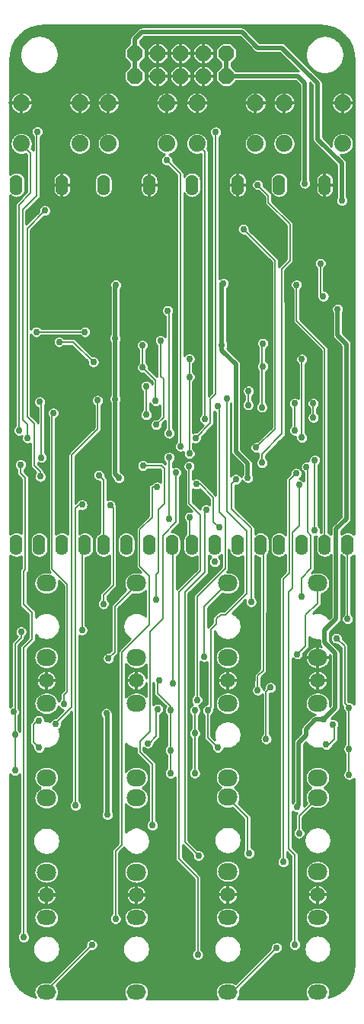
<source format=gbl>
G04 DipTrace 3.2.0.1*
G04 twigs02.GBL*
%MOIN*%
G04 #@! TF.FileFunction,Copper,L2,Bot*
G04 #@! TF.Part,Single*
%AMOUTLINE4*
4,1,8,
0.034184,-0.014159,
0.014159,-0.034184,
-0.014159,-0.034184,
-0.034184,-0.014159,
-0.034184,0.014159,
-0.014159,0.034184,
0.014159,0.034184,
0.034184,0.014159,
0.034184,-0.014159,
0*%
G04 #@! TA.AperFunction,Conductor*
%ADD14C,0.02*%
%ADD15C,0.008*%
G04 #@! TA.AperFunction,CopperBalancing*
%ADD16C,0.009*%
%ADD17C,0.013*%
G04 #@! TA.AperFunction,ComponentPad*
%ADD30O,0.085X0.075*%
%ADD31C,0.065*%
%ADD32O,0.085X0.065*%
%ADD38C,0.074*%
%ADD41O,0.055X0.09*%
G04 #@! TA.AperFunction,ViaPad*
%ADD42C,0.03*%
G04 #@! TA.AperFunction,ComponentPad*
%ADD75OUTLINE4*%
%FSLAX26Y26*%
G04*
G70*
G90*
G75*
G01*
G04 Bottom*
%LPD*%
X1848341Y3431270D2*
D14*
Y3316740D1*
X1886792Y3278288D1*
Y2513572D1*
X1842091Y2468871D1*
Y2075780D1*
X1792097Y2025785D1*
Y1972308D1*
X1837893Y1926511D1*
Y1687191D1*
X1786220Y1635518D1*
X1342198Y3273938D2*
Y3543758D1*
X1348393D1*
X1786220Y1635518D2*
X1752410D1*
X1710855Y1593963D1*
Y1566564D1*
X1679081Y1534789D1*
Y1261058D1*
X1671131Y1253108D1*
X840851Y1219033D2*
Y1657457D1*
X835912Y1662397D1*
X874450Y3303318D2*
Y3533750D1*
X878208Y3537509D1*
X874450Y3303318D2*
Y3037805D1*
Y2709278D1*
X891380Y2692347D1*
X1342198Y3273938D2*
Y3250376D1*
X1403817Y3188757D1*
Y2806442D1*
X1455043Y2755216D1*
Y2692746D1*
X1457270Y3011646D2*
D15*
Y3071617D1*
X1458519Y3072867D1*
X1760912Y2232089D2*
Y2144043D1*
X1708716Y2091847D1*
Y1957638D1*
X1672254Y1921177D1*
X967162Y2232089D2*
Y2224842D1*
X872578Y2130258D1*
Y1930352D1*
X845093Y1902867D1*
X1470164Y2150285D2*
Y2472087D1*
X1383976Y2558275D1*
Y2667345D1*
X1403131Y2686499D1*
X823433Y2141133D2*
Y2180243D1*
X866388Y2223199D1*
Y2558847D1*
X852784Y2572451D1*
X1690329Y2173326D2*
Y2254394D1*
X1732144Y2296209D1*
Y2441333D1*
X1715930Y2457547D1*
Y2737393D1*
X1712517Y2740806D1*
X1055454Y2160321D2*
Y2271047D1*
X1065326Y2280919D1*
Y2553146D1*
X1091421Y2579241D1*
Y2734257D1*
X1078885Y2746792D1*
X996704D1*
X996120Y2746208D1*
X1660860Y2900075D2*
Y3018813D1*
X529729Y3331280D2*
X742207D1*
X1073422Y3293784D2*
Y3137551D1*
X1085921Y3125052D1*
Y2956320D1*
X1054674Y2925073D1*
X1692107Y3212543D2*
Y2868829D1*
X1110918Y2887577D2*
Y3418771D1*
X1104669Y3425020D1*
X1517611Y2758585D2*
Y2798276D1*
X1604616Y2885282D1*
Y3457464D1*
X1603265Y3458816D1*
Y3607708D1*
X1639347Y3643791D1*
Y3802746D1*
X1545242Y3896851D1*
Y3928098D1*
X1498378Y3974963D1*
X546914Y2698368D2*
Y2719959D1*
X520631Y2746242D1*
Y2930225D1*
X489654Y2961201D1*
Y3784904D1*
X567225Y3862474D1*
X1230497Y2665398D2*
X1246013D1*
X1304971Y2606440D1*
Y2499795D1*
X1329645Y2475120D1*
X823433Y2400144D2*
Y2684736D1*
X803236Y2704932D1*
X1435884Y3781233D2*
X1575169Y3641948D1*
Y2908148D1*
X1492325Y2825304D1*
X1160073Y2830720D2*
Y4022238D1*
X1099767Y4082544D1*
X1210892Y2400144D2*
X1201412D1*
Y2521201D1*
X1748351Y2462621D2*
Y2770213D1*
X1110918Y2512616D2*
Y2782708D1*
X1898336Y1393984D2*
Y1506472D1*
Y1687703D1*
X1843112Y1991179D2*
X1844833D1*
X1879588Y1956425D1*
Y1706451D1*
X1898336Y1687703D1*
X1117168Y1400238D2*
Y1500222D1*
Y1675204D1*
Y1693952D1*
X1060923Y1750196D1*
Y1800191D1*
X1067173Y1806440D1*
X1679609Y1137761D2*
Y1213272D1*
X1760850Y1294514D1*
X1367162Y1296096D2*
Y1293973D1*
X1454632Y1206503D1*
Y1056519D1*
X1460881Y1050270D1*
X1517241Y3001652D2*
Y3180314D1*
Y3277768D1*
X1520989Y3281516D1*
Y3180314D2*
X1517241D1*
X1051889Y3028749D2*
Y3118683D1*
X995004Y3175569D1*
Y3271740D1*
X993721Y3273022D1*
X1223406Y1675204D2*
Y1575215D1*
Y1400233D1*
X1535874Y1550217D2*
Y1756446D1*
X1554622Y1775194D1*
X435912Y1412809D2*
Y1568965D1*
Y1662783D1*
X429740Y1668955D1*
X463274Y2019734D2*
Y1992333D1*
X435989Y1965048D1*
Y1668955D1*
X429740D1*
X1367162Y443590D2*
X1387572D1*
X1581511Y637530D1*
X573412Y443590D2*
Y450321D1*
X772715Y649624D1*
X1498378Y1762695D2*
Y1825188D1*
X1523375Y1850186D1*
Y2387661D1*
X1510892Y2400144D1*
X729778Y2026501D2*
Y2387699D1*
X742223Y2400144D1*
X1892102D2*
Y2075238D1*
X1127514Y1792904D2*
Y2396062D1*
X1123433Y2400144D1*
X1867089Y3906220D2*
D14*
Y4068703D1*
X1760850Y4174942D1*
Y4418666D1*
X1604616Y4574900D1*
X1498378D1*
X1429635Y4643642D1*
X992181D1*
X960934Y4612396D1*
Y4550360D1*
X960912Y4550338D1*
Y4450338D1*
X1265405Y1910033D2*
D15*
Y2130331D1*
X1367162Y2232089D1*
X1704606Y3981212D2*
D14*
Y4418666D1*
X1672934Y4450338D1*
X1360912D1*
Y4550338D1*
X1239948Y1039977D2*
D15*
X1179661Y1100264D1*
Y2192212D1*
X1267737Y2280288D1*
Y2548053D1*
X1272778Y2553094D1*
X729708Y2575110D2*
X717210D1*
X701330Y2559230D1*
Y1259367D1*
X1235905Y606566D2*
Y944031D1*
X1154664Y1025272D1*
Y2194037D1*
X1248504Y2287877D1*
Y2531264D1*
X1198690Y2581078D1*
Y2743842D1*
X473759Y683417D2*
Y1950066D1*
X510597Y1986904D1*
Y2106377D1*
X505938D1*
X473759Y2138556D1*
Y2283934D1*
X481647Y2291821D1*
Y2691935D1*
X460986Y2712595D1*
Y2750091D1*
X1610866Y1012774D2*
Y2250144D1*
X1636889Y2276167D1*
Y2682375D1*
X1667110Y2712595D1*
X1037586Y1172783D2*
Y1440364D1*
X983118Y1494833D1*
Y1539052D1*
X1026561Y1582495D1*
Y2020431D1*
X1083208Y2077078D1*
Y2441161D1*
X1140893Y2498846D1*
Y2716721D1*
X1660860Y650312D2*
Y1044020D1*
X1635863Y1069018D1*
Y2193900D1*
X1650994Y2209031D1*
Y2454283D1*
X1679609Y2482897D1*
Y2662600D1*
X876479Y763568D2*
Y1059572D1*
X904749Y1087842D1*
Y1929292D1*
X1024422Y2048965D1*
Y2263994D1*
X982107Y2306309D1*
Y2465047D1*
X1037822Y2520762D1*
Y2652587D1*
X1057813D1*
X1799004Y1525220D2*
X1810845D1*
X1835842Y1550217D1*
Y1606309D1*
X1828395Y1613757D1*
X1232707Y1721064D2*
Y2172716D1*
X1355880Y2295889D1*
Y2517628D1*
X1331658Y2541850D1*
Y2998545D1*
X1324832Y3005372D1*
X1017178Y1531469D2*
X1023427D1*
X1054674Y1562716D1*
Y1675204D1*
X1060923Y1681453D1*
X651175Y1703587D2*
Y1742898D1*
X665570Y1757293D1*
Y2227259D1*
X598619Y2294211D1*
Y2971767D1*
X603704Y2976852D1*
X1279651Y1675204D2*
Y1556467D1*
X1323396Y1512721D1*
X1363561Y3039690D2*
Y2547443D1*
X1450538Y2460467D1*
Y2187117D1*
X1357330Y2093910D1*
X1335895D1*
X1317147Y2075162D1*
Y2053726D1*
X1295026Y2031606D1*
Y1690579D1*
X1279651Y1675204D1*
X540553Y1631459D2*
X534452D1*
X516804Y1613810D1*
Y1538145D1*
X542228Y1512721D1*
X613724Y1616207D2*
Y1620205D1*
X684610Y1691091D1*
Y2792577D1*
X798889Y2906856D1*
Y3030763D1*
X797951Y3031701D1*
X1668923Y3537509D2*
Y3379461D1*
X1792097Y3256288D1*
Y2400149D1*
X1792102Y2400144D1*
X1199465Y3213619D2*
Y3134465D1*
Y2798428D1*
X552283Y2781677D2*
Y3017763D1*
X544594Y3025452D1*
X1742162Y3018813D2*
Y2956320D1*
X629719Y3287535D2*
X692212D1*
X779703Y3200044D1*
X1010929Y3093805D2*
Y2968818D1*
X1314374Y4206082D2*
Y3058728D1*
X1292481Y3036835D1*
Y2932726D1*
X1226773Y2867018D1*
X491872Y2866830D2*
Y2925415D1*
X469922Y2947366D1*
Y3865644D1*
X532116Y3927838D1*
Y4205884D1*
X533944Y4207712D1*
X1266813Y2949394D2*
Y4121187D1*
X1232912Y4155089D1*
X453459Y2899805D2*
Y3887595D1*
X504677Y3938813D1*
Y4114573D1*
X464161Y4155089D1*
X1785847Y3487514D2*
X1773349D1*
Y3631249D1*
D42*
X1848341Y3431270D3*
X1786220Y1635518D3*
X1348393Y3543758D3*
X1342198Y3273938D3*
X1671131Y1253108D3*
X840851Y1219033D3*
X835912Y1662397D3*
X874450Y3303318D3*
X878208Y3537509D3*
X891380Y2692347D3*
X874450Y3303318D3*
X1455043Y2692746D3*
X1342198Y3273938D3*
X874450Y3037805D3*
X1457270Y3011646D3*
X1458519Y3072867D3*
X1672254Y1921177D3*
D3*
X845093Y1902867D3*
X1470164Y2150285D3*
X1403131Y2686499D3*
X823433Y2141133D3*
X852784Y2572451D3*
X1690329Y2173326D3*
X1712517Y2740806D3*
X1055454Y2160321D3*
X996120Y2746208D3*
X1660860Y2900075D3*
Y3018813D3*
X529729Y3331280D3*
X742207D3*
X1073422Y3293784D3*
X1054674Y2925073D3*
X1692107Y3212543D3*
Y2868829D3*
X1110918Y2887577D3*
X1104669Y3425020D3*
X1517611Y2758585D3*
X1498378Y3974963D3*
X546914Y2698368D3*
X567225Y3862474D3*
X1230497Y2665398D3*
X1329645Y2475120D3*
X803236Y2704932D3*
X1435884Y3781233D3*
X1492325Y2825304D3*
X1160073Y2830720D3*
X1099767Y4082544D3*
X1201412Y2521201D3*
X1748351Y2462621D3*
Y2770213D3*
X1110918Y2512616D3*
Y2782708D3*
X1898336Y1393984D3*
Y1687703D3*
Y1506472D3*
D3*
X1843112Y1991179D3*
X1117168Y1400238D3*
Y1675204D3*
Y1500222D3*
D3*
X1067173Y1806440D3*
X1679609Y1137761D3*
X1460881Y1050270D3*
X1517241Y3001652D3*
X1520989Y3281516D3*
Y3180314D3*
X1051889Y3028749D3*
X995004Y3175569D3*
X993721Y3273022D3*
X1223406Y1675204D3*
Y1400233D3*
Y1575215D3*
X1535874Y1550217D3*
X1554622Y1775194D3*
X435912Y1412809D3*
X429740Y1668955D3*
X435912Y1568965D3*
D3*
X463274Y2019734D3*
X1581511Y637530D3*
X772715Y649624D3*
X1498378Y1762695D3*
X729778Y2026501D3*
X1892102Y2075238D3*
X1127514Y1792904D3*
X1867089Y3906220D3*
X1265405Y1910033D3*
X1704606Y3981212D3*
X1239948Y1039977D3*
X1272778Y2553094D3*
X729708Y2575110D3*
X701330Y1259367D3*
X1235905Y606566D3*
X1198690Y2743842D3*
X473759Y683417D3*
X460986Y2750091D3*
X1610866Y1012774D3*
X1667110Y2712595D3*
X1037586Y1172783D3*
X1140893Y2716721D3*
X1660860Y650312D3*
X1679609Y2662600D3*
X876479Y763568D3*
X1057813Y2652587D3*
X1799004Y1525220D3*
X1828395Y1613757D3*
X1232707Y1721064D3*
X1324832Y3005372D3*
X1017178Y1531469D3*
X1060923Y1681453D3*
X651175Y1703587D3*
X603704Y2976852D3*
X1279651Y1675204D3*
X1323396Y1512721D3*
X1363561Y3039690D3*
X1279651Y1675204D3*
X542228Y1512721D3*
X540553Y1631459D3*
X797951Y3031701D3*
X613724Y1616207D3*
X1668923Y3537509D3*
X1199465Y3213619D3*
Y2798428D3*
Y3134465D3*
X552283Y2781677D3*
X544594Y3025452D3*
X1742162Y3018813D3*
Y2956320D3*
X629719Y3287535D3*
X779703Y3200044D3*
X1010929Y3093805D3*
Y2968818D3*
X1314374Y4206082D3*
X1226773Y2867018D3*
X491872Y2866830D3*
X533944Y4207712D3*
X1266813Y2949394D3*
X453459Y2899805D3*
X1785847Y3487514D3*
X1773349Y3631249D3*
X1639202Y3558960D3*
X945318Y2797942D3*
X827194D3*
X1445077Y2855868D3*
X1509818Y2708213D3*
X1394123Y2727829D3*
X1484389Y3574422D3*
X1482225Y3528289D3*
X1482883Y3487165D3*
X960542Y3500604D3*
X1018372Y3474198D3*
X1009204Y3640636D3*
X1068444Y3707636D3*
X1002857Y3593384D3*
X429740Y2200149D3*
X448488Y2587608D3*
X735958Y2506367D3*
X985931Y2150154D3*
X1348393D3*
X1448383Y1950175D3*
X1798346Y2150154D3*
X1604616Y2531364D3*
X1248404Y2600107D3*
X973433Y2512616D3*
X779703Y1837687D3*
X1573370Y2106409D3*
X1310897Y2325136D3*
X623469Y2137656D3*
X513815Y4664720D2*
D16*
X985482D1*
X1436333D2*
X1820513D1*
X494268Y4655851D2*
X972580D1*
X1449235D2*
X1840043D1*
X478800Y4646982D2*
X963703D1*
X1458112D2*
X1855529D1*
X468007Y4638114D2*
X954843D1*
X1466972D2*
X1866322D1*
X457477Y4629245D2*
X945966D1*
X1475848D2*
X1876834D1*
X450358Y4620376D2*
X504615D1*
X579698D2*
X939691D1*
X1000729D2*
X1421086D1*
X1484708D2*
X1754613D1*
X1829696D2*
X1883970D1*
X443239Y4611507D2*
X490095D1*
X594218D2*
X938179D1*
X991852D2*
X1429963D1*
X1493585D2*
X1740111D1*
X1844216D2*
X1891089D1*
X437192Y4602638D2*
X480146D1*
X604167D2*
X938179D1*
X983696D2*
X1438822D1*
X1502462D2*
X1730144D1*
X1854165D2*
X1897136D1*
X432675Y4593770D2*
X472746D1*
X611585D2*
X938179D1*
X983696D2*
X1038427D1*
X1083399D2*
X1138429D1*
X1183401D2*
X1238431D1*
X1283403D2*
X1338433D1*
X1383388D2*
X1447699D1*
X1616544D2*
X1722744D1*
X1861583D2*
X1901636D1*
X428175Y4584901D2*
X467121D1*
X617210D2*
X929461D1*
X992362D2*
X1029463D1*
X1092364D2*
X1129464D1*
X1192366D2*
X1229466D1*
X1292368D2*
X1329451D1*
X1392370D2*
X1456558D1*
X1626423D2*
X1717119D1*
X1867208D2*
X1906154D1*
X424448Y4576032D2*
X462884D1*
X621429D2*
X920584D1*
X1001239D2*
X1020586D1*
X1101241D2*
X1120588D1*
X1201225D2*
X1220589D1*
X1301227D2*
X1320591D1*
X1401229D2*
X1465435D1*
X1635300D2*
X1712882D1*
X1871427D2*
X1909880D1*
X422040Y4567163D2*
X459843D1*
X624487D2*
X914273D1*
X1007550D2*
X1014275D1*
X1107552D2*
X1114277D1*
X1207554D2*
X1214279D1*
X1307555D2*
X1314263D1*
X1407557D2*
X1474295D1*
X1644159D2*
X1709841D1*
X1874485D2*
X1912289D1*
X419632Y4558295D2*
X457839D1*
X626491D2*
X913974D1*
X1007848D2*
X1013976D1*
X1107850D2*
X1113961D1*
X1207852D2*
X1213963D1*
X1307854D2*
X1313964D1*
X1407856D2*
X1483259D1*
X1653036D2*
X1707838D1*
X1876489D2*
X1914697D1*
X417382Y4549426D2*
X456802D1*
X627528D2*
X913974D1*
X1007848D2*
X1013976D1*
X1107850D2*
X1113961D1*
X1207852D2*
X1213963D1*
X1307854D2*
X1313964D1*
X1407856D2*
X1598273D1*
X1661913D2*
X1706800D1*
X1877526D2*
X1916929D1*
X416872Y4540557D2*
X456697D1*
X627616D2*
X913974D1*
X1007848D2*
X1013976D1*
X1107850D2*
X1113961D1*
X1207852D2*
X1213963D1*
X1307854D2*
X1313964D1*
X1407856D2*
X1607150D1*
X1670772D2*
X1706713D1*
X1877614D2*
X1917457D1*
X416345Y4531688D2*
X457541D1*
X626772D2*
X914853D1*
X1006970D2*
X1014855D1*
X1106972D2*
X1114857D1*
X1206973D2*
X1214859D1*
X1306975D2*
X1314843D1*
X1406977D2*
X1616009D1*
X1679649D2*
X1707539D1*
X1876788D2*
X1917984D1*
X415817Y4522820D2*
X459351D1*
X624979D2*
X922412D1*
X999411D2*
X1022414D1*
X1099413D2*
X1122416D1*
X1199415D2*
X1222418D1*
X1299417D2*
X1322420D1*
X1399401D2*
X1624886D1*
X1688509D2*
X1709349D1*
X1874977D2*
X1918511D1*
X415571Y4513951D2*
X462181D1*
X622149D2*
X931289D1*
X990534D2*
X1031291D1*
X1090536D2*
X1131275D1*
X1190538D2*
X1231277D1*
X1290540D2*
X1331279D1*
X1390542D2*
X1633746D1*
X1697386D2*
X1712179D1*
X1872147D2*
X1918757D1*
X415571Y4505082D2*
X466154D1*
X618177D2*
X938144D1*
X983679D2*
X1041609D1*
X1080218D2*
X1141593D1*
X1180220D2*
X1241595D1*
X1280222D2*
X1338152D1*
X1383669D2*
X1642623D1*
X1706245D2*
X1716152D1*
X1868175D2*
X1918757D1*
X415571Y4496213D2*
X471480D1*
X612850D2*
X938144D1*
X983679D2*
X1043859D1*
X1077968D2*
X1143861D1*
X1177970D2*
X1243863D1*
X1277954D2*
X1338152D1*
X1383669D2*
X1651482D1*
X1715122D2*
X1721478D1*
X1862848D2*
X1918757D1*
X415571Y4487345D2*
X478476D1*
X605854D2*
X931904D1*
X989919D2*
X1031906D1*
X1089921D2*
X1131908D1*
X1189923D2*
X1231910D1*
X1289925D2*
X1331912D1*
X1389927D2*
X1660359D1*
X1855852D2*
X1918757D1*
X415571Y4478476D2*
X487810D1*
X596520D2*
X923027D1*
X998796D2*
X1023029D1*
X1098798D2*
X1123031D1*
X1198782D2*
X1223033D1*
X1298784D2*
X1323035D1*
X1398786D2*
X1669218D1*
X1732858D2*
X1737808D1*
X1846518D2*
X1918757D1*
X415571Y4469607D2*
X501082D1*
X583249D2*
X915117D1*
X1006706D2*
X1015119D1*
X1106690D2*
X1115121D1*
X1206692D2*
X1215123D1*
X1306694D2*
X1315125D1*
X1741718D2*
X1751080D1*
X1833247D2*
X1918757D1*
X415571Y4460738D2*
X526588D1*
X557725D2*
X913974D1*
X1007848D2*
X1013976D1*
X1107850D2*
X1113961D1*
X1207852D2*
X1213963D1*
X1307854D2*
X1313964D1*
X1750595D2*
X1776586D1*
X1807723D2*
X1918757D1*
X415571Y4451869D2*
X913974D1*
X1007848D2*
X1013976D1*
X1107850D2*
X1113961D1*
X1207852D2*
X1213963D1*
X1307854D2*
X1313964D1*
X1759454D2*
X1918757D1*
X415571Y4443001D2*
X913974D1*
X1007848D2*
X1013976D1*
X1107850D2*
X1113961D1*
X1207852D2*
X1213963D1*
X1307854D2*
X1313964D1*
X1768331D2*
X1918757D1*
X415571Y4434132D2*
X914150D1*
X1007673D2*
X1014152D1*
X1107675D2*
X1114154D1*
X1207677D2*
X1214155D1*
X1307679D2*
X1314140D1*
X1777190D2*
X1918757D1*
X415571Y4425263D2*
X919968D1*
X1001854D2*
X1019970D1*
X1101856D2*
X1119972D1*
X1201858D2*
X1219974D1*
X1301860D2*
X1319976D1*
X1401845D2*
X1666195D1*
X1782587D2*
X1918757D1*
X415571Y4416394D2*
X928845D1*
X992977D2*
X1028847D1*
X1092979D2*
X1128832D1*
X1192981D2*
X1228834D1*
X1292983D2*
X1328836D1*
X1392985D2*
X1675054D1*
X1783606D2*
X1918757D1*
X415571Y4407526D2*
X937722D1*
X984100D2*
X1037724D1*
X1084102D2*
X1137709D1*
X1184104D2*
X1237711D1*
X1284106D2*
X1337713D1*
X1384108D2*
X1681839D1*
X1727374D2*
X1738089D1*
X1783606D2*
X1918757D1*
X415571Y4398657D2*
X1681839D1*
X1727374D2*
X1738089D1*
X1783606D2*
X1918757D1*
X415571Y4389788D2*
X1681839D1*
X1727374D2*
X1738089D1*
X1783606D2*
X1918757D1*
X415571Y4380919D2*
X453287D1*
X475038D2*
X709277D1*
X731046D2*
X834539D1*
X856290D2*
X1090529D1*
X1112280D2*
X1222031D1*
X1243782D2*
X1478039D1*
X1499790D2*
X1603283D1*
X1625034D2*
X1681839D1*
X1727374D2*
X1738089D1*
X1783606D2*
X1859291D1*
X1881042D2*
X1918757D1*
X415571Y4372051D2*
X433775D1*
X494550D2*
X689783D1*
X750540D2*
X815027D1*
X875802D2*
X1071035D1*
X1131792D2*
X1202537D1*
X1263294D2*
X1458527D1*
X1519302D2*
X1583789D1*
X1644546D2*
X1681839D1*
X1727374D2*
X1738089D1*
X1783606D2*
X1839779D1*
X1900554D2*
X1918757D1*
X415571Y4363182D2*
X424775D1*
X503550D2*
X680765D1*
X759557D2*
X806027D1*
X884802D2*
X1062017D1*
X1140809D2*
X1193519D1*
X1272311D2*
X1449527D1*
X1528302D2*
X1574771D1*
X1653563D2*
X1681839D1*
X1727374D2*
X1738089D1*
X1783606D2*
X1830779D1*
X1909554D2*
X1918757D1*
X509069Y4354313D2*
X675246D1*
X765077D2*
X800507D1*
X890321D2*
X1056498D1*
X1146329D2*
X1188000D1*
X1277813D2*
X1444007D1*
X1533821D2*
X1569252D1*
X1659065D2*
X1681839D1*
X1727374D2*
X1738089D1*
X1783606D2*
X1825259D1*
X512339Y4345444D2*
X671994D1*
X768329D2*
X797238D1*
X893591D2*
X1053246D1*
X1149581D2*
X1184748D1*
X1281083D2*
X1440738D1*
X1537091D2*
X1566000D1*
X1662335D2*
X1681839D1*
X1727374D2*
X1738089D1*
X1783606D2*
X1821990D1*
X513798Y4336575D2*
X670517D1*
X769788D2*
X795779D1*
X895050D2*
X1051769D1*
X1151040D2*
X1183271D1*
X1282542D2*
X1439279D1*
X1538550D2*
X1564523D1*
X1663794D2*
X1681839D1*
X1727374D2*
X1738089D1*
X1783606D2*
X1820531D1*
X513622Y4327707D2*
X670693D1*
X769630D2*
X795955D1*
X894874D2*
X1051945D1*
X1150882D2*
X1183447D1*
X1282366D2*
X1439455D1*
X1538374D2*
X1564699D1*
X1663618D2*
X1681839D1*
X1727374D2*
X1738089D1*
X1783606D2*
X1820707D1*
X511794Y4318838D2*
X672521D1*
X767802D2*
X797783D1*
X893046D2*
X1053773D1*
X1149054D2*
X1185275D1*
X1280555D2*
X1441283D1*
X1536546D2*
X1566527D1*
X1661807D2*
X1681839D1*
X1727374D2*
X1738089D1*
X1783606D2*
X1822535D1*
X415571Y4309969D2*
X420216D1*
X508102D2*
X676213D1*
X764110D2*
X801474D1*
X889354D2*
X1057464D1*
X1145362D2*
X1188966D1*
X1276864D2*
X1444974D1*
X1532854D2*
X1570218D1*
X1658116D2*
X1681839D1*
X1727374D2*
X1738089D1*
X1783606D2*
X1826226D1*
X1914106D2*
X1918761D1*
X415571Y4301100D2*
X426322D1*
X502003D2*
X682330D1*
X757993D2*
X807574D1*
X883237D2*
X1063582D1*
X1139245D2*
X1195084D1*
X1270747D2*
X1451074D1*
X1526737D2*
X1576336D1*
X1651999D2*
X1681839D1*
X1727374D2*
X1738089D1*
X1783606D2*
X1832326D1*
X1907989D2*
X1918757D1*
X415571Y4292232D2*
X436464D1*
X491860D2*
X692472D1*
X747850D2*
X817716D1*
X873112D2*
X1073724D1*
X1129102D2*
X1205209D1*
X1260604D2*
X1461216D1*
X1516612D2*
X1586461D1*
X1641856D2*
X1681839D1*
X1727374D2*
X1738089D1*
X1783606D2*
X1842468D1*
X1897864D2*
X1918757D1*
X415571Y4283363D2*
X1681839D1*
X1727374D2*
X1738089D1*
X1783606D2*
X1918757D1*
X415571Y4274494D2*
X1681839D1*
X1727374D2*
X1738089D1*
X1783606D2*
X1918757D1*
X415571Y4265625D2*
X1681839D1*
X1727374D2*
X1738089D1*
X1783606D2*
X1918757D1*
X415571Y4256757D2*
X1681839D1*
X1727374D2*
X1738089D1*
X1783606D2*
X1918757D1*
X415571Y4247888D2*
X1681839D1*
X1727374D2*
X1738089D1*
X1783606D2*
X1918757D1*
X415571Y4239019D2*
X1681839D1*
X1727374D2*
X1738089D1*
X1783606D2*
X1918757D1*
X415571Y4230150D2*
X518273D1*
X549604D2*
X1301554D1*
X1327190D2*
X1681839D1*
X1727374D2*
X1738089D1*
X1783606D2*
X1918757D1*
X415571Y4221282D2*
X509871D1*
X558024D2*
X1291324D1*
X1337421D2*
X1681839D1*
X1727374D2*
X1738089D1*
X1783606D2*
X1918757D1*
X415571Y4212413D2*
X506601D1*
X561294D2*
X1287369D1*
X1341376D2*
X1681839D1*
X1727374D2*
X1738089D1*
X1783606D2*
X1918757D1*
X415571Y4203544D2*
X456978D1*
X471329D2*
X506513D1*
X561382D2*
X712986D1*
X727337D2*
X838230D1*
X852581D2*
X1094238D1*
X1108589D2*
X1225740D1*
X1240091D2*
X1286736D1*
X1342009D2*
X1481730D1*
X1496081D2*
X1606992D1*
X1621343D2*
X1681839D1*
X1727374D2*
X1738089D1*
X1783606D2*
X1862982D1*
X1877333D2*
X1918757D1*
X415571Y4194675D2*
X434619D1*
X493706D2*
X509554D1*
X558323D2*
X690627D1*
X749696D2*
X815871D1*
X874958D2*
X1071879D1*
X1130948D2*
X1203380D1*
X1262450D2*
X1289162D1*
X1339583D2*
X1459371D1*
X1518458D2*
X1584632D1*
X1643702D2*
X1681839D1*
X1727374D2*
X1738089D1*
X1783606D2*
X1840623D1*
X1899710D2*
X1918757D1*
X415571Y4185806D2*
X425267D1*
X503057D2*
X515355D1*
X550395D2*
X681257D1*
X759065D2*
X806519D1*
X884309D2*
X1062509D1*
X1140300D2*
X1194011D1*
X1271802D2*
X1295859D1*
X1332886D2*
X1450019D1*
X1527809D2*
X1575263D1*
X1653054D2*
X1681839D1*
X1727374D2*
X1738089D1*
X1783606D2*
X1831271D1*
X1909061D2*
X1918757D1*
X508770Y4176938D2*
X515355D1*
X548884D2*
X675562D1*
X764761D2*
X800806D1*
X890022D2*
X1056814D1*
X1146013D2*
X1188316D1*
X1277514D2*
X1297617D1*
X1331128D2*
X1444306D1*
X1533522D2*
X1569568D1*
X1658766D2*
X1681839D1*
X1727374D2*
X1738089D1*
X1790673D2*
X1825558D1*
X548884Y4168069D2*
X672152D1*
X768171D2*
X797414D1*
X893415D2*
X1053404D1*
X1149423D2*
X1184906D1*
X1280925D2*
X1297617D1*
X1331128D2*
X1440914D1*
X1536915D2*
X1566158D1*
X1662177D2*
X1681839D1*
X1727374D2*
X1739197D1*
X1799532D2*
X1822166D1*
X548884Y4159200D2*
X670570D1*
X769753D2*
X795832D1*
X894997D2*
X1051822D1*
X1151005D2*
X1183324D1*
X1282507D2*
X1297617D1*
X1331128D2*
X1439332D1*
X1538497D2*
X1564576D1*
X1663759D2*
X1681839D1*
X1727374D2*
X1744769D1*
X1808409D2*
X1820584D1*
X548884Y4150331D2*
X670640D1*
X769682D2*
X795884D1*
X894944D2*
X1051892D1*
X1150934D2*
X1183377D1*
X1282436D2*
X1297617D1*
X1331128D2*
X1439384D1*
X1538444D2*
X1564629D1*
X1663688D2*
X1681839D1*
X1727374D2*
X1753646D1*
X548884Y4141463D2*
X672345D1*
X767977D2*
X797589D1*
X893239D2*
X1053597D1*
X1149229D2*
X1185082D1*
X1280731D2*
X1297617D1*
X1331128D2*
X1441089D1*
X1536739D2*
X1566334D1*
X1661983D2*
X1681839D1*
X1727374D2*
X1762505D1*
X509983Y4132594D2*
X515355D1*
X548884D2*
X675879D1*
X764427D2*
X801140D1*
X889688D2*
X1057130D1*
X1145679D2*
X1188632D1*
X1278727D2*
X1297617D1*
X1331128D2*
X1444640D1*
X1533188D2*
X1569884D1*
X1658432D2*
X1681839D1*
X1727374D2*
X1771382D1*
X415571Y4123725D2*
X425795D1*
X548884D2*
X681802D1*
X758520D2*
X807047D1*
X883782D2*
X1063054D1*
X1139772D2*
X1194539D1*
X1283368D2*
X1297617D1*
X1331128D2*
X1450547D1*
X1527282D2*
X1575791D1*
X1652526D2*
X1681839D1*
X1727374D2*
X1780259D1*
X1908534D2*
X1918757D1*
X415571Y4114856D2*
X435533D1*
X548884D2*
X691541D1*
X748782D2*
X816785D1*
X874044D2*
X1072793D1*
X1130034D2*
X1204295D1*
X1283579D2*
X1297617D1*
X1331128D2*
X1460285D1*
X1517544D2*
X1585547D1*
X1642788D2*
X1681839D1*
X1727374D2*
X1789119D1*
X1898796D2*
X1918757D1*
X415571Y4105988D2*
X487916D1*
X548884D2*
X1085765D1*
X1113774D2*
X1250050D1*
X1283579D2*
X1297617D1*
X1331128D2*
X1681839D1*
X1727374D2*
X1797996D1*
X1861618D2*
X1918757D1*
X415571Y4097119D2*
X487916D1*
X548884D2*
X1076308D1*
X1123231D2*
X1250050D1*
X1283579D2*
X1297617D1*
X1331128D2*
X1681839D1*
X1727374D2*
X1806855D1*
X1870495D2*
X1918757D1*
X415571Y4088250D2*
X487916D1*
X548884D2*
X1072617D1*
X1126923D2*
X1250050D1*
X1283579D2*
X1297617D1*
X1331128D2*
X1681839D1*
X1727374D2*
X1815732D1*
X1879354D2*
X1918757D1*
X415571Y4079381D2*
X487916D1*
X548884D2*
X1072195D1*
X1127345D2*
X1250050D1*
X1283579D2*
X1297617D1*
X1331128D2*
X1681839D1*
X1727374D2*
X1824591D1*
X1887071D2*
X1918757D1*
X415571Y4070512D2*
X487916D1*
X548884D2*
X1074849D1*
X1135132D2*
X1250050D1*
X1283579D2*
X1297617D1*
X1331128D2*
X1681839D1*
X1727374D2*
X1833468D1*
X1889778D2*
X1918757D1*
X415571Y4061644D2*
X487916D1*
X548884D2*
X1082004D1*
X1143991D2*
X1250050D1*
X1283579D2*
X1297617D1*
X1331128D2*
X1681839D1*
X1727374D2*
X1842328D1*
X1889848D2*
X1918757D1*
X415571Y4052775D2*
X487916D1*
X548884D2*
X1106209D1*
X1152868D2*
X1250050D1*
X1283579D2*
X1297617D1*
X1331128D2*
X1681839D1*
X1727374D2*
X1844332D1*
X1889848D2*
X1918757D1*
X415571Y4043906D2*
X487916D1*
X548884D2*
X1115068D1*
X1161727D2*
X1250050D1*
X1283579D2*
X1297617D1*
X1331128D2*
X1681839D1*
X1727374D2*
X1844332D1*
X1889848D2*
X1918757D1*
X415571Y4035037D2*
X487916D1*
X548884D2*
X1123945D1*
X1170604D2*
X1250050D1*
X1283579D2*
X1297617D1*
X1331128D2*
X1681839D1*
X1727374D2*
X1844332D1*
X1889848D2*
X1918757D1*
X415571Y4026169D2*
X421024D1*
X463419D2*
X487916D1*
X548884D2*
X621017D1*
X663423D2*
X802230D1*
X844636D2*
X1002234D1*
X1044639D2*
X1132804D1*
X1176335D2*
X1189687D1*
X1232093D2*
X1250050D1*
X1283579D2*
X1297617D1*
X1331128D2*
X1389691D1*
X1432097D2*
X1570904D1*
X1613309D2*
X1681839D1*
X1727374D2*
X1770908D1*
X1813296D2*
X1844332D1*
X1889848D2*
X1918757D1*
X473649Y4017300D2*
X487916D1*
X548884D2*
X610804D1*
X673636D2*
X792017D1*
X854848D2*
X992004D1*
X1054852D2*
X1141681D1*
X1242305D2*
X1250050D1*
X1283579D2*
X1297617D1*
X1331128D2*
X1379478D1*
X1442309D2*
X1560673D1*
X1623522D2*
X1681839D1*
X1727374D2*
X1760677D1*
X1823526D2*
X1844332D1*
X1889848D2*
X1918757D1*
X479098Y4008431D2*
X487916D1*
X548884D2*
X605355D1*
X679085D2*
X786568D1*
X860298D2*
X986572D1*
X1060302D2*
X1143316D1*
X1283579D2*
X1297617D1*
X1331128D2*
X1374029D1*
X1447759D2*
X1555242D1*
X1628972D2*
X1681839D1*
X1727374D2*
X1755228D1*
X1828975D2*
X1844332D1*
X1889848D2*
X1918757D1*
X481841Y3999562D2*
X487916D1*
X548884D2*
X602613D1*
X681827D2*
X783826D1*
X863040D2*
X983830D1*
X1063044D2*
X1143316D1*
X1283579D2*
X1297617D1*
X1331128D2*
X1371287D1*
X1450501D2*
X1486687D1*
X1510055D2*
X1552482D1*
X1631714D2*
X1681839D1*
X1727374D2*
X1752486D1*
X1831718D2*
X1844332D1*
X1889848D2*
X1918757D1*
X482491Y3990694D2*
X487916D1*
X548884D2*
X601963D1*
X682477D2*
X783175D1*
X863690D2*
X983179D1*
X1063694D2*
X1143316D1*
X1283579D2*
X1297617D1*
X1331128D2*
X1370636D1*
X1451151D2*
X1475701D1*
X1521042D2*
X1551849D1*
X1632364D2*
X1678570D1*
X1730643D2*
X1751836D1*
X1832368D2*
X1844332D1*
X1889848D2*
X1918757D1*
X482491Y3981825D2*
X487916D1*
X548884D2*
X601963D1*
X682477D2*
X783175D1*
X863690D2*
X983179D1*
X1063694D2*
X1143316D1*
X1283579D2*
X1297617D1*
X1331128D2*
X1370636D1*
X1451151D2*
X1471517D1*
X1525243D2*
X1551849D1*
X1632364D2*
X1676847D1*
X1732366D2*
X1751836D1*
X1832368D2*
X1844332D1*
X1889848D2*
X1918757D1*
X482491Y3972956D2*
X487916D1*
X548884D2*
X601963D1*
X682477D2*
X783175D1*
X863690D2*
X983179D1*
X1063694D2*
X1143316D1*
X1283579D2*
X1297617D1*
X1331128D2*
X1370636D1*
X1451151D2*
X1470691D1*
X1526069D2*
X1551849D1*
X1632364D2*
X1678148D1*
X1731065D2*
X1751836D1*
X1832368D2*
X1844332D1*
X1889848D2*
X1918757D1*
X482491Y3964087D2*
X487916D1*
X548884D2*
X601963D1*
X682477D2*
X783175D1*
X863690D2*
X983179D1*
X1063694D2*
X1143316D1*
X1283579D2*
X1297617D1*
X1331128D2*
X1370636D1*
X1451151D2*
X1472923D1*
X1532591D2*
X1551849D1*
X1632364D2*
X1683017D1*
X1726196D2*
X1751836D1*
X1832368D2*
X1844332D1*
X1889848D2*
X1918757D1*
X482421Y3955219D2*
X487916D1*
X548884D2*
X602033D1*
X682425D2*
X783228D1*
X863638D2*
X983232D1*
X1063624D2*
X1143316D1*
X1283579D2*
X1297617D1*
X1331128D2*
X1370689D1*
X1451081D2*
X1479269D1*
X1541450D2*
X1551902D1*
X1632294D2*
X1696939D1*
X1712274D2*
X1751906D1*
X1832298D2*
X1844332D1*
X1889848D2*
X1918757D1*
X480891Y3946350D2*
X487916D1*
X548884D2*
X603562D1*
X680878D2*
X784775D1*
X862091D2*
X984761D1*
X1062095D2*
X1143316D1*
X1283579D2*
X1297617D1*
X1331128D2*
X1372236D1*
X1449552D2*
X1503668D1*
X1630764D2*
X1753435D1*
X1830768D2*
X1844332D1*
X1889848D2*
X1918757D1*
X548884Y3937481D2*
X607394D1*
X677046D2*
X788607D1*
X858259D2*
X988611D1*
X1058245D2*
X1143316D1*
X1283579D2*
X1297617D1*
X1331128D2*
X1376068D1*
X1445720D2*
X1512527D1*
X1626915D2*
X1757285D1*
X1826919D2*
X1844332D1*
X1889848D2*
X1918757D1*
X548884Y3928612D2*
X614531D1*
X669909D2*
X795744D1*
X851122D2*
X995748D1*
X1051126D2*
X1143316D1*
X1176827D2*
X1183214D1*
X1238579D2*
X1250050D1*
X1283579D2*
X1297617D1*
X1331128D2*
X1383205D1*
X1438583D2*
X1521404D1*
X1619796D2*
X1764404D1*
X1819800D2*
X1844332D1*
X1889848D2*
X1918757D1*
X415571Y3919743D2*
X430031D1*
X454419D2*
X462269D1*
X546651D2*
X630017D1*
X654423D2*
X811230D1*
X835636D2*
X1011234D1*
X1035639D2*
X1143316D1*
X1176827D2*
X1198687D1*
X1223093D2*
X1250050D1*
X1283579D2*
X1297617D1*
X1331128D2*
X1398691D1*
X1423097D2*
X1528488D1*
X1561999D2*
X1579904D1*
X1604309D2*
X1779908D1*
X1804296D2*
X1842978D1*
X1891202D2*
X1918757D1*
X415571Y3910875D2*
X453410D1*
X538477D2*
X1143316D1*
X1176827D2*
X1250050D1*
X1283579D2*
X1297617D1*
X1331128D2*
X1528488D1*
X1561999D2*
X1839744D1*
X1894436D2*
X1918757D1*
X415571Y3902006D2*
X444533D1*
X529618D2*
X1143316D1*
X1176827D2*
X1250050D1*
X1283579D2*
X1297617D1*
X1331128D2*
X1528488D1*
X1563423D2*
X1839656D1*
X1894524D2*
X1918757D1*
X415571Y3893137D2*
X437695D1*
X520741D2*
X1143316D1*
X1176827D2*
X1250050D1*
X1283579D2*
X1297617D1*
X1331128D2*
X1528927D1*
X1572282D2*
X1842732D1*
X1891448D2*
X1918757D1*
X415571Y3884268D2*
X436693D1*
X511882D2*
X550617D1*
X583829D2*
X1143316D1*
X1176827D2*
X1250050D1*
X1283579D2*
X1297617D1*
X1331128D2*
X1534500D1*
X1581159D2*
X1850713D1*
X1883468D2*
X1918757D1*
X415571Y3875400D2*
X436693D1*
X503005D2*
X542777D1*
X591669D2*
X1143316D1*
X1176827D2*
X1250050D1*
X1283579D2*
X1297617D1*
X1331128D2*
X1543359D1*
X1590018D2*
X1918757D1*
X415571Y3866531D2*
X436693D1*
X494145D2*
X539771D1*
X594675D2*
X1143316D1*
X1176827D2*
X1250050D1*
X1283579D2*
X1297617D1*
X1331128D2*
X1552236D1*
X1598895D2*
X1918757D1*
X415571Y3857662D2*
X436693D1*
X486675D2*
X539086D1*
X594552D2*
X1143316D1*
X1176827D2*
X1250050D1*
X1283579D2*
X1297617D1*
X1331128D2*
X1561095D1*
X1607755D2*
X1918757D1*
X415571Y3848793D2*
X436693D1*
X486675D2*
X530209D1*
X591247D2*
X1143316D1*
X1176827D2*
X1250050D1*
X1283579D2*
X1297617D1*
X1331128D2*
X1569972D1*
X1616632D2*
X1918757D1*
X415571Y3839925D2*
X436693D1*
X486675D2*
X521349D1*
X582722D2*
X1143316D1*
X1176827D2*
X1250050D1*
X1283579D2*
X1297617D1*
X1331128D2*
X1578832D1*
X1625491D2*
X1918757D1*
X415571Y3831056D2*
X436693D1*
X486675D2*
X512472D1*
X559132D2*
X1143316D1*
X1176827D2*
X1250050D1*
X1283579D2*
X1297617D1*
X1331128D2*
X1587709D1*
X1634368D2*
X1918757D1*
X415571Y3822187D2*
X436693D1*
X486675D2*
X503613D1*
X550272D2*
X1143316D1*
X1176827D2*
X1250050D1*
X1283579D2*
X1297617D1*
X1331128D2*
X1596586D1*
X1643227D2*
X1918757D1*
X415571Y3813318D2*
X436693D1*
X486675D2*
X494736D1*
X541395D2*
X1143316D1*
X1176827D2*
X1250050D1*
X1283579D2*
X1297617D1*
X1331128D2*
X1605445D1*
X1652069D2*
X1918757D1*
X415571Y3804449D2*
X436693D1*
X532536D2*
X1143316D1*
X1176827D2*
X1250050D1*
X1283579D2*
X1297617D1*
X1331128D2*
X1421472D1*
X1450290D2*
X1614322D1*
X1656024D2*
X1918757D1*
X415571Y3795581D2*
X436693D1*
X523659D2*
X1143316D1*
X1176827D2*
X1250050D1*
X1283579D2*
X1297617D1*
X1331128D2*
X1412279D1*
X1459483D2*
X1622584D1*
X1656112D2*
X1918757D1*
X415571Y3786712D2*
X436693D1*
X514800D2*
X1143316D1*
X1176827D2*
X1250050D1*
X1283579D2*
X1297617D1*
X1331128D2*
X1408693D1*
X1463087D2*
X1622584D1*
X1656112D2*
X1918757D1*
X415571Y3777843D2*
X436693D1*
X506415D2*
X1143316D1*
X1176827D2*
X1250050D1*
X1283579D2*
X1297617D1*
X1331128D2*
X1408341D1*
X1463421D2*
X1622584D1*
X1656112D2*
X1918757D1*
X415571Y3768974D2*
X436693D1*
X506415D2*
X1143316D1*
X1176827D2*
X1250050D1*
X1283579D2*
X1297617D1*
X1331128D2*
X1411084D1*
X1471472D2*
X1622584D1*
X1656112D2*
X1918757D1*
X415571Y3760106D2*
X436693D1*
X506415D2*
X1143316D1*
X1176827D2*
X1250050D1*
X1283579D2*
X1297617D1*
X1331128D2*
X1418396D1*
X1480348D2*
X1622584D1*
X1656112D2*
X1918757D1*
X415571Y3751237D2*
X436693D1*
X506415D2*
X1143316D1*
X1176827D2*
X1250050D1*
X1283579D2*
X1297617D1*
X1331128D2*
X1442548D1*
X1489208D2*
X1622584D1*
X1656112D2*
X1918757D1*
X415571Y3742368D2*
X436693D1*
X506415D2*
X1143316D1*
X1176827D2*
X1250050D1*
X1283579D2*
X1297617D1*
X1331128D2*
X1451425D1*
X1498085D2*
X1622584D1*
X1656112D2*
X1918757D1*
X415571Y3733499D2*
X436693D1*
X506415D2*
X1143316D1*
X1176827D2*
X1250050D1*
X1283579D2*
X1297617D1*
X1331128D2*
X1460285D1*
X1506944D2*
X1622584D1*
X1656112D2*
X1918757D1*
X415571Y3724631D2*
X436693D1*
X506415D2*
X1143316D1*
X1176827D2*
X1250050D1*
X1283579D2*
X1297617D1*
X1331128D2*
X1469162D1*
X1515821D2*
X1622584D1*
X1656112D2*
X1918757D1*
X415571Y3715762D2*
X436693D1*
X506415D2*
X1143316D1*
X1176827D2*
X1250050D1*
X1283579D2*
X1297617D1*
X1331128D2*
X1478021D1*
X1524680D2*
X1622584D1*
X1656112D2*
X1918757D1*
X415571Y3706893D2*
X436693D1*
X506415D2*
X1143316D1*
X1176827D2*
X1250050D1*
X1283579D2*
X1297617D1*
X1331128D2*
X1486898D1*
X1533557D2*
X1622584D1*
X1656112D2*
X1918757D1*
X415571Y3698024D2*
X436693D1*
X506415D2*
X1143316D1*
X1176827D2*
X1250050D1*
X1283579D2*
X1297617D1*
X1331128D2*
X1495757D1*
X1542417D2*
X1622584D1*
X1656112D2*
X1918757D1*
X415571Y3689156D2*
X436693D1*
X506415D2*
X1143316D1*
X1176827D2*
X1250050D1*
X1283579D2*
X1297617D1*
X1331128D2*
X1504634D1*
X1551294D2*
X1622584D1*
X1656112D2*
X1918757D1*
X415571Y3680287D2*
X436693D1*
X506415D2*
X1143316D1*
X1176827D2*
X1250050D1*
X1283579D2*
X1297617D1*
X1331128D2*
X1513494D1*
X1560153D2*
X1622584D1*
X1656112D2*
X1918757D1*
X415571Y3671418D2*
X436693D1*
X506415D2*
X1143316D1*
X1176827D2*
X1250050D1*
X1283579D2*
X1297617D1*
X1331128D2*
X1522371D1*
X1569030D2*
X1622584D1*
X1656112D2*
X1918757D1*
X415571Y3662549D2*
X436693D1*
X506415D2*
X1143316D1*
X1176827D2*
X1250050D1*
X1283579D2*
X1297617D1*
X1331128D2*
X1531230D1*
X1577889D2*
X1622584D1*
X1656112D2*
X1918757D1*
X415571Y3653680D2*
X436693D1*
X506415D2*
X1143316D1*
X1176827D2*
X1250050D1*
X1283579D2*
X1297617D1*
X1331128D2*
X1540107D1*
X1586766D2*
X1622584D1*
X1656112D2*
X1757672D1*
X1789020D2*
X1918757D1*
X415571Y3644812D2*
X436693D1*
X506415D2*
X1143316D1*
X1176827D2*
X1250050D1*
X1283579D2*
X1297617D1*
X1331128D2*
X1548984D1*
X1591671D2*
X1617047D1*
X1656112D2*
X1749269D1*
X1797440D2*
X1918757D1*
X415571Y3635943D2*
X436693D1*
X506415D2*
X1143316D1*
X1176827D2*
X1250050D1*
X1283579D2*
X1297617D1*
X1331128D2*
X1557843D1*
X1591934D2*
X1608170D1*
X1654038D2*
X1746000D1*
X1800692D2*
X1918757D1*
X415571Y3627074D2*
X436693D1*
X506415D2*
X1143316D1*
X1176827D2*
X1250050D1*
X1283579D2*
X1297617D1*
X1331128D2*
X1558406D1*
X1591934D2*
X1599293D1*
X1645952D2*
X1745912D1*
X1800780D2*
X1918757D1*
X415571Y3618205D2*
X436693D1*
X506415D2*
X1143316D1*
X1176827D2*
X1250050D1*
X1283579D2*
X1297617D1*
X1331128D2*
X1558406D1*
X1637093D2*
X1748970D1*
X1797722D2*
X1918757D1*
X415571Y3609337D2*
X436693D1*
X506415D2*
X1143316D1*
X1176827D2*
X1250050D1*
X1283579D2*
X1297617D1*
X1331128D2*
X1558406D1*
X1628216D2*
X1756582D1*
X1790110D2*
X1918757D1*
X415571Y3600468D2*
X436693D1*
X506415D2*
X1143316D1*
X1176827D2*
X1250050D1*
X1283579D2*
X1297617D1*
X1331128D2*
X1558406D1*
X1620024D2*
X1756582D1*
X1790110D2*
X1918757D1*
X415571Y3591599D2*
X436693D1*
X506415D2*
X1143316D1*
X1176827D2*
X1250050D1*
X1283579D2*
X1297617D1*
X1331128D2*
X1558406D1*
X1620024D2*
X1756582D1*
X1790110D2*
X1918757D1*
X415571Y3582730D2*
X436693D1*
X506415D2*
X1143316D1*
X1176827D2*
X1250050D1*
X1283579D2*
X1297617D1*
X1331128D2*
X1558406D1*
X1620024D2*
X1756582D1*
X1790110D2*
X1918757D1*
X415571Y3573862D2*
X436693D1*
X506415D2*
X1143316D1*
X1176827D2*
X1250050D1*
X1283579D2*
X1297617D1*
X1331128D2*
X1558406D1*
X1620024D2*
X1756582D1*
X1790110D2*
X1918757D1*
X415571Y3564993D2*
X436693D1*
X506415D2*
X1143316D1*
X1176827D2*
X1250050D1*
X1283579D2*
X1297617D1*
X1365739D2*
X1558406D1*
X1620024D2*
X1756582D1*
X1790110D2*
X1918757D1*
X415571Y3556124D2*
X436693D1*
X506415D2*
X857953D1*
X898477D2*
X1143316D1*
X1176827D2*
X1250050D1*
X1283579D2*
X1297617D1*
X1373139D2*
X1558406D1*
X1620024D2*
X1648652D1*
X1689194D2*
X1756582D1*
X1790110D2*
X1918757D1*
X415571Y3547255D2*
X436693D1*
X506415D2*
X852275D1*
X904138D2*
X1143316D1*
X1176827D2*
X1250050D1*
X1283579D2*
X1297617D1*
X1375917D2*
X1558406D1*
X1620024D2*
X1642992D1*
X1694854D2*
X1756582D1*
X1790110D2*
X1918757D1*
X415571Y3538387D2*
X436693D1*
X506415D2*
X850464D1*
X905948D2*
X1143316D1*
X1176827D2*
X1250050D1*
X1283579D2*
X1297617D1*
X1375618D2*
X1558406D1*
X1620024D2*
X1641181D1*
X1696665D2*
X1756582D1*
X1790110D2*
X1918757D1*
X415571Y3529518D2*
X436693D1*
X506415D2*
X851660D1*
X904753D2*
X1143316D1*
X1176827D2*
X1250050D1*
X1283579D2*
X1297617D1*
X1372067D2*
X1558406D1*
X1620024D2*
X1642377D1*
X1695470D2*
X1756582D1*
X1790110D2*
X1918757D1*
X415571Y3520649D2*
X436693D1*
X506415D2*
X851695D1*
X900024D2*
X1143316D1*
X1176827D2*
X1250050D1*
X1283579D2*
X1297617D1*
X1364966D2*
X1558406D1*
X1620024D2*
X1647105D1*
X1690741D2*
X1756582D1*
X1790110D2*
X1918757D1*
X415571Y3511780D2*
X436693D1*
X506415D2*
X851695D1*
X897212D2*
X1143316D1*
X1176827D2*
X1250050D1*
X1283579D2*
X1297617D1*
X1364966D2*
X1558406D1*
X1620024D2*
X1652168D1*
X1685679D2*
X1756582D1*
X1798266D2*
X1918757D1*
X415571Y3502911D2*
X436693D1*
X506415D2*
X851695D1*
X897212D2*
X1143316D1*
X1176827D2*
X1250050D1*
X1283579D2*
X1297617D1*
X1364966D2*
X1558406D1*
X1620024D2*
X1652168D1*
X1685679D2*
X1756582D1*
X1808761D2*
X1918757D1*
X415571Y3494043D2*
X436693D1*
X506415D2*
X851695D1*
X897212D2*
X1143316D1*
X1176827D2*
X1250050D1*
X1283579D2*
X1297617D1*
X1364966D2*
X1558406D1*
X1620024D2*
X1652168D1*
X1685679D2*
X1756582D1*
X1812804D2*
X1918757D1*
X415571Y3485174D2*
X436693D1*
X506415D2*
X851695D1*
X897212D2*
X1143316D1*
X1176827D2*
X1250050D1*
X1283579D2*
X1297617D1*
X1364966D2*
X1558406D1*
X1620024D2*
X1652168D1*
X1685679D2*
X1756757D1*
X1813507D2*
X1918757D1*
X415571Y3476305D2*
X436693D1*
X506415D2*
X851695D1*
X897212D2*
X1143316D1*
X1176827D2*
X1250050D1*
X1283579D2*
X1297617D1*
X1364966D2*
X1558406D1*
X1620024D2*
X1652168D1*
X1685679D2*
X1760537D1*
X1811151D2*
X1918757D1*
X415571Y3467436D2*
X436693D1*
X506415D2*
X851695D1*
X897212D2*
X1143316D1*
X1176827D2*
X1250050D1*
X1283579D2*
X1297617D1*
X1364966D2*
X1558406D1*
X1620024D2*
X1652168D1*
X1685679D2*
X1767111D1*
X1804595D2*
X1918757D1*
X415571Y3458568D2*
X436693D1*
X506415D2*
X851695D1*
X897212D2*
X1143316D1*
X1176827D2*
X1250050D1*
X1283579D2*
X1297617D1*
X1364966D2*
X1558406D1*
X1621343D2*
X1652168D1*
X1685679D2*
X1918757D1*
X415571Y3449699D2*
X436693D1*
X506415D2*
X851695D1*
X897212D2*
X1093166D1*
X1116165D2*
X1143316D1*
X1176827D2*
X1250050D1*
X1283579D2*
X1297617D1*
X1364966D2*
X1558406D1*
X1621378D2*
X1652168D1*
X1685679D2*
X1827896D1*
X1868790D2*
X1918757D1*
X415571Y3440830D2*
X436693D1*
X506415D2*
X851695D1*
X897212D2*
X1082056D1*
X1127292D2*
X1143316D1*
X1176827D2*
X1250050D1*
X1283579D2*
X1297617D1*
X1364966D2*
X1558406D1*
X1621378D2*
X1652168D1*
X1685679D2*
X1822341D1*
X1874345D2*
X1918757D1*
X415571Y3431961D2*
X436693D1*
X506415D2*
X851695D1*
X897212D2*
X1077820D1*
X1131511D2*
X1143316D1*
X1176827D2*
X1250050D1*
X1283579D2*
X1297617D1*
X1364966D2*
X1558406D1*
X1621378D2*
X1652168D1*
X1685679D2*
X1820584D1*
X1876085D2*
X1918757D1*
X415571Y3423093D2*
X436693D1*
X506415D2*
X851695D1*
X897212D2*
X1076976D1*
X1132354D2*
X1143316D1*
X1176827D2*
X1250050D1*
X1283579D2*
X1297617D1*
X1364966D2*
X1558406D1*
X1621378D2*
X1652168D1*
X1685679D2*
X1821849D1*
X1874819D2*
X1918757D1*
X415571Y3414224D2*
X436693D1*
X506415D2*
X851695D1*
X897212D2*
X1079173D1*
X1130157D2*
X1143316D1*
X1176827D2*
X1250050D1*
X1283579D2*
X1297617D1*
X1364966D2*
X1558406D1*
X1621378D2*
X1652168D1*
X1685679D2*
X1825576D1*
X1871093D2*
X1918757D1*
X415571Y3405355D2*
X436693D1*
X506415D2*
X851695D1*
X897212D2*
X1085466D1*
X1127679D2*
X1143316D1*
X1176827D2*
X1250050D1*
X1283579D2*
X1297617D1*
X1364966D2*
X1558406D1*
X1621378D2*
X1652168D1*
X1685679D2*
X1825576D1*
X1871093D2*
X1918757D1*
X415571Y3396486D2*
X436693D1*
X506415D2*
X851695D1*
X897212D2*
X1094150D1*
X1127679D2*
X1143316D1*
X1176827D2*
X1250050D1*
X1283579D2*
X1297617D1*
X1364966D2*
X1558406D1*
X1621378D2*
X1652168D1*
X1685679D2*
X1825576D1*
X1871093D2*
X1918757D1*
X415571Y3387617D2*
X436693D1*
X506415D2*
X851695D1*
X897212D2*
X1094150D1*
X1127679D2*
X1143316D1*
X1176827D2*
X1250050D1*
X1283579D2*
X1297617D1*
X1364966D2*
X1558406D1*
X1621378D2*
X1652168D1*
X1685679D2*
X1825576D1*
X1871093D2*
X1918757D1*
X415571Y3378749D2*
X436693D1*
X506415D2*
X851695D1*
X897212D2*
X1094150D1*
X1127679D2*
X1143316D1*
X1176827D2*
X1250050D1*
X1283579D2*
X1297617D1*
X1364966D2*
X1558406D1*
X1621378D2*
X1652185D1*
X1692973D2*
X1825576D1*
X1871093D2*
X1918757D1*
X415571Y3369880D2*
X436693D1*
X506415D2*
X851695D1*
X897212D2*
X1094150D1*
X1127679D2*
X1143316D1*
X1176827D2*
X1250050D1*
X1283579D2*
X1297617D1*
X1364966D2*
X1558406D1*
X1621378D2*
X1655384D1*
X1701833D2*
X1825576D1*
X1871093D2*
X1918757D1*
X415571Y3361011D2*
X436693D1*
X506415D2*
X851695D1*
X897212D2*
X1094150D1*
X1127679D2*
X1143316D1*
X1176827D2*
X1250050D1*
X1283579D2*
X1297617D1*
X1364966D2*
X1558406D1*
X1621378D2*
X1664050D1*
X1710710D2*
X1825576D1*
X1871093D2*
X1918757D1*
X415571Y3352142D2*
X436693D1*
X506415D2*
X511919D1*
X547548D2*
X724394D1*
X760032D2*
X851695D1*
X897212D2*
X1094150D1*
X1127679D2*
X1143316D1*
X1176827D2*
X1250050D1*
X1283579D2*
X1297617D1*
X1364966D2*
X1558406D1*
X1621378D2*
X1672910D1*
X1719569D2*
X1825576D1*
X1871093D2*
X1918757D1*
X415571Y3343274D2*
X436693D1*
X767134D2*
X851695D1*
X897212D2*
X1094150D1*
X1127679D2*
X1143316D1*
X1176827D2*
X1250050D1*
X1283579D2*
X1297617D1*
X1364966D2*
X1558406D1*
X1621378D2*
X1681787D1*
X1728446D2*
X1825576D1*
X1871093D2*
X1918757D1*
X415571Y3334405D2*
X436693D1*
X769788D2*
X851695D1*
X897212D2*
X1094150D1*
X1127679D2*
X1143316D1*
X1176827D2*
X1250050D1*
X1283579D2*
X1297617D1*
X1364966D2*
X1558406D1*
X1621378D2*
X1690646D1*
X1737305D2*
X1825576D1*
X1871093D2*
X1918757D1*
X415571Y3325536D2*
X436693D1*
X769348D2*
X851695D1*
X897212D2*
X1094150D1*
X1127679D2*
X1143316D1*
X1176827D2*
X1250050D1*
X1283579D2*
X1297617D1*
X1364966D2*
X1558406D1*
X1621378D2*
X1699523D1*
X1746182D2*
X1825576D1*
X1871356D2*
X1918757D1*
X415571Y3316667D2*
X436693D1*
X765639D2*
X850236D1*
X898653D2*
X1058449D1*
X1088391D2*
X1094150D1*
X1127679D2*
X1143316D1*
X1176827D2*
X1250050D1*
X1283579D2*
X1297617D1*
X1364966D2*
X1558406D1*
X1621378D2*
X1708382D1*
X1755042D2*
X1825576D1*
X1880233D2*
X1918757D1*
X415571Y3307799D2*
X436693D1*
X506415D2*
X515795D1*
X543663D2*
X611191D1*
X648253D2*
X728261D1*
X756147D2*
X847072D1*
X901835D2*
X1049607D1*
X1127679D2*
X1143316D1*
X1176827D2*
X1250050D1*
X1283579D2*
X1297617D1*
X1364966D2*
X1514548D1*
X1527423D2*
X1558406D1*
X1621378D2*
X1717259D1*
X1763919D2*
X1827492D1*
X1889093D2*
X1918757D1*
X415571Y3298930D2*
X436693D1*
X506415D2*
X604494D1*
X704151D2*
X847054D1*
X901852D2*
X985728D1*
X1001714D2*
X1046162D1*
X1127679D2*
X1143316D1*
X1176827D2*
X1250050D1*
X1283579D2*
X1297617D1*
X1364966D2*
X1499642D1*
X1542347D2*
X1558406D1*
X1621378D2*
X1726119D1*
X1772778D2*
X1834330D1*
X1897970D2*
X1918757D1*
X415571Y3290061D2*
X436693D1*
X506415D2*
X602086D1*
X713011D2*
X850183D1*
X898706D2*
X972052D1*
X1015389D2*
X1045916D1*
X1127679D2*
X1143316D1*
X1176827D2*
X1250050D1*
X1283579D2*
X1297617D1*
X1364966D2*
X1494632D1*
X1547356D2*
X1558406D1*
X1621378D2*
X1734996D1*
X1781655D2*
X1843207D1*
X1906108D2*
X1918757D1*
X415571Y3281192D2*
X436693D1*
X506415D2*
X602718D1*
X721888D2*
X851695D1*
X897212D2*
X967236D1*
X1020206D2*
X1048798D1*
X1127679D2*
X1143316D1*
X1176827D2*
X1250050D1*
X1283579D2*
X1297617D1*
X1368956D2*
X1493226D1*
X1548745D2*
X1558406D1*
X1621378D2*
X1743855D1*
X1790514D2*
X1852066D1*
X1909360D2*
X1918757D1*
X415571Y3272324D2*
X436693D1*
X506415D2*
X606673D1*
X730747D2*
X851695D1*
X897212D2*
X965970D1*
X1021472D2*
X1056375D1*
X1127679D2*
X1143316D1*
X1176827D2*
X1250050D1*
X1283579D2*
X1297617D1*
X1369905D2*
X1494843D1*
X1547128D2*
X1558406D1*
X1621378D2*
X1752732D1*
X1799391D2*
X1860943D1*
X1909554D2*
X1918757D1*
X415571Y3263455D2*
X436693D1*
X506415D2*
X616922D1*
X642522D2*
X692964D1*
X739624D2*
X851695D1*
X897212D2*
X967728D1*
X1019714D2*
X1056656D1*
X1127679D2*
X1143316D1*
X1176827D2*
X1250050D1*
X1283579D2*
X1297617D1*
X1367831D2*
X1500205D1*
X1541766D2*
X1558406D1*
X1621378D2*
X1761609D1*
X1807143D2*
X1864037D1*
X1909554D2*
X1918757D1*
X415571Y3254586D2*
X436693D1*
X506415D2*
X701824D1*
X748483D2*
X851695D1*
X897212D2*
X973283D1*
X1014159D2*
X1056656D1*
X1127679D2*
X1143316D1*
X1176827D2*
X1250050D1*
X1283579D2*
X1297617D1*
X1369800D2*
X1500486D1*
X1533997D2*
X1558406D1*
X1621378D2*
X1770468D1*
X1808848D2*
X1864037D1*
X1909554D2*
X1918757D1*
X415571Y3245717D2*
X436693D1*
X506415D2*
X710701D1*
X757360D2*
X851695D1*
X897212D2*
X978240D1*
X1011768D2*
X1056656D1*
X1127679D2*
X1143316D1*
X1176827D2*
X1250050D1*
X1283579D2*
X1297617D1*
X1378677D2*
X1500486D1*
X1533997D2*
X1558406D1*
X1621378D2*
X1775338D1*
X1808848D2*
X1864037D1*
X1909554D2*
X1918757D1*
X415571Y3236848D2*
X436693D1*
X506415D2*
X719578D1*
X766220D2*
X851695D1*
X897212D2*
X978240D1*
X1011768D2*
X1056656D1*
X1127679D2*
X1143316D1*
X1176827D2*
X1185082D1*
X1213847D2*
X1250050D1*
X1283579D2*
X1297617D1*
X1387536D2*
X1500486D1*
X1533997D2*
X1558406D1*
X1621378D2*
X1679783D1*
X1704434D2*
X1775338D1*
X1808848D2*
X1864037D1*
X1909554D2*
X1918757D1*
X415571Y3227980D2*
X436693D1*
X506415D2*
X728437D1*
X775097D2*
X851695D1*
X897212D2*
X978240D1*
X1011768D2*
X1056656D1*
X1127679D2*
X1143316D1*
X1223057D2*
X1250050D1*
X1283579D2*
X1297617D1*
X1396413D2*
X1500486D1*
X1533997D2*
X1558406D1*
X1621378D2*
X1669218D1*
X1714981D2*
X1775338D1*
X1808848D2*
X1864037D1*
X1909554D2*
X1918757D1*
X415571Y3219111D2*
X436693D1*
X506415D2*
X737314D1*
X799530D2*
X851695D1*
X897212D2*
X978240D1*
X1011768D2*
X1056656D1*
X1127679D2*
X1143316D1*
X1226661D2*
X1250050D1*
X1283579D2*
X1297617D1*
X1405272D2*
X1500486D1*
X1533997D2*
X1558406D1*
X1621378D2*
X1665158D1*
X1719059D2*
X1775338D1*
X1808848D2*
X1864037D1*
X1909554D2*
X1918757D1*
X415571Y3210242D2*
X436693D1*
X506415D2*
X746173D1*
X805454D2*
X851695D1*
X897212D2*
X978240D1*
X1011768D2*
X1056656D1*
X1127679D2*
X1143316D1*
X1227013D2*
X1250050D1*
X1283579D2*
X1297617D1*
X1414149D2*
X1500486D1*
X1533997D2*
X1558406D1*
X1621378D2*
X1664437D1*
X1719763D2*
X1775338D1*
X1808848D2*
X1864037D1*
X1909554D2*
X1918757D1*
X415571Y3201373D2*
X436693D1*
X506415D2*
X751974D1*
X807423D2*
X851695D1*
X897212D2*
X978240D1*
X1011768D2*
X1056656D1*
X1127679D2*
X1143316D1*
X1224270D2*
X1250050D1*
X1283579D2*
X1297617D1*
X1422569D2*
X1500486D1*
X1538567D2*
X1558406D1*
X1621378D2*
X1666775D1*
X1717442D2*
X1775338D1*
X1808848D2*
X1864037D1*
X1909554D2*
X1918757D1*
X415571Y3192505D2*
X436693D1*
X506415D2*
X753029D1*
X806386D2*
X851695D1*
X897212D2*
X973248D1*
X1016743D2*
X1056656D1*
X1127679D2*
X1143316D1*
X1216975D2*
X1250050D1*
X1283579D2*
X1297617D1*
X1426261D2*
X1496162D1*
X1545827D2*
X1558406D1*
X1621378D2*
X1673314D1*
X1710886D2*
X1775338D1*
X1808848D2*
X1864037D1*
X1909554D2*
X1918757D1*
X415571Y3183636D2*
X436693D1*
X506415D2*
X757529D1*
X801868D2*
X851695D1*
X897212D2*
X968484D1*
X1021524D2*
X1056656D1*
X1127679D2*
X1143316D1*
X1216220D2*
X1250050D1*
X1283579D2*
X1297617D1*
X1426577D2*
X1493437D1*
X1548552D2*
X1558406D1*
X1621378D2*
X1675353D1*
X1708864D2*
X1775338D1*
X1808848D2*
X1864037D1*
X1909554D2*
X1918757D1*
X415571Y3174767D2*
X436693D1*
X506415D2*
X769711D1*
X789686D2*
X851695D1*
X897212D2*
X967254D1*
X1022755D2*
X1056656D1*
X1127679D2*
X1143316D1*
X1216220D2*
X1250050D1*
X1283579D2*
X1297617D1*
X1426577D2*
X1493806D1*
X1548165D2*
X1558406D1*
X1621378D2*
X1675353D1*
X1708864D2*
X1775338D1*
X1808848D2*
X1864037D1*
X1909554D2*
X1918757D1*
X415571Y3165898D2*
X436693D1*
X506415D2*
X851695D1*
X897212D2*
X969047D1*
X1028011D2*
X1056656D1*
X1127679D2*
X1143316D1*
X1216220D2*
X1250050D1*
X1283579D2*
X1297617D1*
X1426577D2*
X1497427D1*
X1544561D2*
X1558406D1*
X1621378D2*
X1675353D1*
X1708864D2*
X1775338D1*
X1808848D2*
X1864037D1*
X1909554D2*
X1918757D1*
X415571Y3157030D2*
X436693D1*
X506415D2*
X851695D1*
X897212D2*
X974672D1*
X1036870D2*
X1056656D1*
X1127679D2*
X1143316D1*
X1216220D2*
X1250050D1*
X1283579D2*
X1297617D1*
X1426577D2*
X1500486D1*
X1535280D2*
X1558406D1*
X1621378D2*
X1675353D1*
X1708864D2*
X1775338D1*
X1808848D2*
X1864037D1*
X1909554D2*
X1918757D1*
X415571Y3148161D2*
X436693D1*
X506415D2*
X851695D1*
X897212D2*
X999088D1*
X1045747D2*
X1056656D1*
X1127679D2*
X1143316D1*
X1223479D2*
X1250050D1*
X1283579D2*
X1297617D1*
X1426577D2*
X1500486D1*
X1533997D2*
X1558406D1*
X1621378D2*
X1675353D1*
X1708864D2*
X1775338D1*
X1808848D2*
X1864037D1*
X1909554D2*
X1918757D1*
X415571Y3139292D2*
X436693D1*
X506415D2*
X851695D1*
X897212D2*
X1007947D1*
X1127679D2*
X1143316D1*
X1226784D2*
X1250050D1*
X1283579D2*
X1297617D1*
X1426577D2*
X1500486D1*
X1533997D2*
X1558406D1*
X1621378D2*
X1675353D1*
X1708864D2*
X1775338D1*
X1808848D2*
X1864037D1*
X1909554D2*
X1918757D1*
X415571Y3130423D2*
X436693D1*
X506415D2*
X851695D1*
X897212D2*
X1016824D1*
X1127679D2*
X1143316D1*
X1226925D2*
X1250050D1*
X1283579D2*
X1297617D1*
X1426577D2*
X1500486D1*
X1533997D2*
X1558406D1*
X1621378D2*
X1675353D1*
X1708864D2*
X1775338D1*
X1808848D2*
X1864037D1*
X1909554D2*
X1918757D1*
X415571Y3121554D2*
X436693D1*
X506415D2*
X851695D1*
X897212D2*
X1025683D1*
X1127679D2*
X1143316D1*
X1223919D2*
X1250050D1*
X1283579D2*
X1297617D1*
X1426577D2*
X1500486D1*
X1533997D2*
X1558406D1*
X1621378D2*
X1675353D1*
X1708864D2*
X1775338D1*
X1808848D2*
X1864037D1*
X1909554D2*
X1918757D1*
X415571Y3112686D2*
X436693D1*
X506415D2*
X851695D1*
X897212D2*
X990931D1*
X1127679D2*
X1143316D1*
X1216220D2*
X1250050D1*
X1283579D2*
X1297617D1*
X1426577D2*
X1500486D1*
X1533997D2*
X1558406D1*
X1621378D2*
X1675353D1*
X1708864D2*
X1775338D1*
X1808848D2*
X1864037D1*
X1909554D2*
X1918757D1*
X415571Y3103817D2*
X436693D1*
X506415D2*
X851695D1*
X897212D2*
X985113D1*
X1127679D2*
X1143316D1*
X1216220D2*
X1250050D1*
X1283579D2*
X1297617D1*
X1426577D2*
X1500486D1*
X1533997D2*
X1558406D1*
X1621378D2*
X1675353D1*
X1708864D2*
X1775338D1*
X1808848D2*
X1864037D1*
X1909554D2*
X1918757D1*
X415571Y3094948D2*
X436693D1*
X506415D2*
X851695D1*
X897212D2*
X983197D1*
X1127679D2*
X1143316D1*
X1216220D2*
X1250050D1*
X1283579D2*
X1297617D1*
X1426577D2*
X1442320D1*
X1474706D2*
X1500486D1*
X1533997D2*
X1558406D1*
X1621378D2*
X1675353D1*
X1708864D2*
X1775338D1*
X1808848D2*
X1864037D1*
X1909554D2*
X1918757D1*
X415571Y3086079D2*
X436693D1*
X506415D2*
X851695D1*
X897212D2*
X984304D1*
X1127679D2*
X1143316D1*
X1216220D2*
X1250050D1*
X1283579D2*
X1297617D1*
X1426577D2*
X1434234D1*
X1482809D2*
X1500486D1*
X1533997D2*
X1558406D1*
X1621378D2*
X1675353D1*
X1708864D2*
X1775338D1*
X1808848D2*
X1864037D1*
X1909554D2*
X1918757D1*
X415571Y3077211D2*
X436693D1*
X506415D2*
X851695D1*
X897212D2*
X988910D1*
X1127679D2*
X1143316D1*
X1216220D2*
X1250050D1*
X1283579D2*
X1297617D1*
X1426577D2*
X1431105D1*
X1485921D2*
X1500486D1*
X1533997D2*
X1558406D1*
X1621378D2*
X1675353D1*
X1708864D2*
X1775338D1*
X1808848D2*
X1864037D1*
X1909554D2*
X1918757D1*
X415571Y3068342D2*
X436693D1*
X506415D2*
X851695D1*
X897212D2*
X994166D1*
X1127679D2*
X1143316D1*
X1216220D2*
X1250050D1*
X1283579D2*
X1297617D1*
X1426577D2*
X1431140D1*
X1485903D2*
X1500486D1*
X1533997D2*
X1558406D1*
X1621378D2*
X1675353D1*
X1708864D2*
X1775338D1*
X1808848D2*
X1864037D1*
X1909554D2*
X1918757D1*
X415571Y3059473D2*
X436693D1*
X506415D2*
X851695D1*
X897212D2*
X994166D1*
X1127679D2*
X1143316D1*
X1216220D2*
X1250050D1*
X1283579D2*
X1291781D1*
X1426577D2*
X1434339D1*
X1482704D2*
X1500486D1*
X1533997D2*
X1558406D1*
X1621378D2*
X1675353D1*
X1708864D2*
X1775338D1*
X1808848D2*
X1864037D1*
X1909554D2*
X1918757D1*
X415571Y3050604D2*
X436693D1*
X506415D2*
X534269D1*
X554913D2*
X777972D1*
X817934D2*
X849937D1*
X898970D2*
X994166D1*
X1127679D2*
X1143316D1*
X1216220D2*
X1250050D1*
X1426577D2*
X1440509D1*
X1474442D2*
X1500486D1*
X1533997D2*
X1558406D1*
X1621378D2*
X1675353D1*
X1708864D2*
X1775338D1*
X1808848D2*
X1864037D1*
X1909554D2*
X1918757D1*
X415571Y3041736D2*
X436693D1*
X506415D2*
X522334D1*
X566848D2*
X772136D1*
X823770D2*
X846984D1*
X901923D2*
X994166D1*
X1127679D2*
X1143316D1*
X1216220D2*
X1250050D1*
X1426577D2*
X1440509D1*
X1474038D2*
X1500486D1*
X1533997D2*
X1558406D1*
X1621378D2*
X1645963D1*
X1708864D2*
X1727261D1*
X1757063D2*
X1775338D1*
X1808848D2*
X1864037D1*
X1909554D2*
X1918757D1*
X415571Y3032867D2*
X436693D1*
X506415D2*
X517886D1*
X571313D2*
X770220D1*
X825686D2*
X847142D1*
X901747D2*
X994166D1*
X1127679D2*
X1143316D1*
X1216220D2*
X1250050D1*
X1426577D2*
X1439912D1*
X1474636D2*
X1500486D1*
X1533997D2*
X1558406D1*
X1621378D2*
X1637068D1*
X1708864D2*
X1718367D1*
X1765958D2*
X1775338D1*
X1808848D2*
X1864037D1*
X1909554D2*
X1918757D1*
X415571Y3023998D2*
X436693D1*
X506415D2*
X516867D1*
X572315D2*
X771328D1*
X824579D2*
X850517D1*
X898389D2*
X994166D1*
X1127679D2*
X1143316D1*
X1216220D2*
X1250050D1*
X1426577D2*
X1432511D1*
X1482018D2*
X1500486D1*
X1533997D2*
X1558406D1*
X1621378D2*
X1633605D1*
X1708864D2*
X1714904D1*
X1769421D2*
X1775338D1*
X1808848D2*
X1864037D1*
X1909554D2*
X1918757D1*
X415571Y3015129D2*
X436693D1*
X506415D2*
X518888D1*
X570294D2*
X775916D1*
X819991D2*
X851695D1*
X897212D2*
X994166D1*
X1127679D2*
X1143316D1*
X1216220D2*
X1250050D1*
X1484796D2*
X1493103D1*
X1541380D2*
X1558406D1*
X1621378D2*
X1633359D1*
X1708864D2*
X1714658D1*
X1769667D2*
X1775338D1*
X1808848D2*
X1864037D1*
X1909554D2*
X1918757D1*
X415571Y3006261D2*
X436693D1*
X506415D2*
X524900D1*
X569046D2*
X782121D1*
X815649D2*
X851695D1*
X897212D2*
X994166D1*
X1027694D2*
X1036300D1*
X1127679D2*
X1143316D1*
X1216220D2*
X1250050D1*
X1484479D2*
X1489886D1*
X1544597D2*
X1558406D1*
X1621378D2*
X1636207D1*
X1708864D2*
X1717523D1*
X1766802D2*
X1775338D1*
X1808848D2*
X1864037D1*
X1909554D2*
X1918757D1*
X415571Y2997392D2*
X436693D1*
X506415D2*
X535517D1*
X569046D2*
X585492D1*
X621921D2*
X782121D1*
X815649D2*
X851695D1*
X897212D2*
X994166D1*
X1027694D2*
X1069154D1*
X1127679D2*
X1143316D1*
X1216220D2*
X1250050D1*
X1426577D2*
X1433601D1*
X1480929D2*
X1489816D1*
X1544667D2*
X1558406D1*
X1621378D2*
X1643748D1*
X1708864D2*
X1725064D1*
X1759261D2*
X1775338D1*
X1808848D2*
X1864037D1*
X1909554D2*
X1918757D1*
X415571Y2988523D2*
X436693D1*
X506415D2*
X535517D1*
X569046D2*
X578619D1*
X628794D2*
X782121D1*
X815649D2*
X851695D1*
X897212D2*
X991775D1*
X1030085D2*
X1069154D1*
X1127679D2*
X1143316D1*
X1216220D2*
X1250050D1*
X1426577D2*
X1442707D1*
X1471841D2*
X1492910D1*
X1541573D2*
X1558406D1*
X1621378D2*
X1644099D1*
X1708864D2*
X1725398D1*
X1758927D2*
X1775338D1*
X1808848D2*
X1864037D1*
X1909554D2*
X1918757D1*
X415571Y2979654D2*
X436693D1*
X506415D2*
X535517D1*
X569046D2*
X576088D1*
X631325D2*
X782121D1*
X815649D2*
X851695D1*
X897212D2*
X985447D1*
X1036413D2*
X1069154D1*
X1127679D2*
X1143316D1*
X1216220D2*
X1250050D1*
X1309243D2*
X1314896D1*
X1426577D2*
X1500925D1*
X1533557D2*
X1558406D1*
X1621378D2*
X1644099D1*
X1708864D2*
X1725398D1*
X1758927D2*
X1775338D1*
X1808848D2*
X1864037D1*
X1909554D2*
X1918757D1*
X415571Y2970785D2*
X436693D1*
X506415D2*
X535517D1*
X569046D2*
X576632D1*
X630763D2*
X782121D1*
X815649D2*
X851695D1*
X897212D2*
X983250D1*
X1038610D2*
X1069154D1*
X1127679D2*
X1143316D1*
X1216220D2*
X1249664D1*
X1309243D2*
X1314896D1*
X1426577D2*
X1558406D1*
X1621378D2*
X1644099D1*
X1708864D2*
X1718630D1*
X1765694D2*
X1775338D1*
X1808848D2*
X1864037D1*
X1909554D2*
X1918757D1*
X415571Y2961917D2*
X436693D1*
X512268D2*
X535517D1*
X569046D2*
X580482D1*
X626930D2*
X782121D1*
X815649D2*
X851695D1*
X897212D2*
X984076D1*
X1037784D2*
X1068187D1*
X1127679D2*
X1143316D1*
X1216220D2*
X1242158D1*
X1309243D2*
X1314896D1*
X1426577D2*
X1558406D1*
X1621378D2*
X1644099D1*
X1708864D2*
X1714992D1*
X1769333D2*
X1775338D1*
X1808848D2*
X1864037D1*
X1909554D2*
X1918757D1*
X415571Y2953048D2*
X436693D1*
X521145D2*
X535517D1*
X569046D2*
X581853D1*
X617052D2*
X782121D1*
X815649D2*
X851695D1*
X897212D2*
X988295D1*
X1033565D2*
X1059328D1*
X1127679D2*
X1143316D1*
X1216220D2*
X1239310D1*
X1309243D2*
X1314896D1*
X1426577D2*
X1558406D1*
X1621378D2*
X1644099D1*
X1708864D2*
X1714605D1*
X1769720D2*
X1775338D1*
X1808848D2*
X1864037D1*
X1909554D2*
X1918757D1*
X415571Y2944179D2*
X436693D1*
X530005D2*
X535517D1*
X569046D2*
X581853D1*
X615382D2*
X782121D1*
X815649D2*
X851695D1*
X897212D2*
X999334D1*
X1022526D2*
X1034894D1*
X1127679D2*
X1143316D1*
X1216220D2*
X1239556D1*
X1309243D2*
X1314896D1*
X1426577D2*
X1558406D1*
X1621378D2*
X1644099D1*
X1708864D2*
X1717295D1*
X1767030D2*
X1775338D1*
X1808848D2*
X1864037D1*
X1909554D2*
X1918757D1*
X415571Y2935310D2*
X436693D1*
X569046D2*
X581853D1*
X615382D2*
X782121D1*
X815649D2*
X851695D1*
X897212D2*
X1028935D1*
X1088233D2*
X1094150D1*
X1127679D2*
X1143316D1*
X1216220D2*
X1243037D1*
X1309243D2*
X1314896D1*
X1426577D2*
X1558406D1*
X1621378D2*
X1644099D1*
X1708864D2*
X1724519D1*
X1759805D2*
X1775338D1*
X1808848D2*
X1864037D1*
X1909554D2*
X1918757D1*
X415571Y2926442D2*
X436693D1*
X569046D2*
X581853D1*
X615382D2*
X782121D1*
X815649D2*
X851695D1*
X897212D2*
X1026949D1*
X1082397D2*
X1094150D1*
X1127679D2*
X1143316D1*
X1216220D2*
X1251966D1*
X1307942D2*
X1314896D1*
X1426577D2*
X1558406D1*
X1621378D2*
X1644099D1*
X1708864D2*
X1775338D1*
X1808848D2*
X1864037D1*
X1909554D2*
X1918757D1*
X415571Y2917573D2*
X432422D1*
X569046D2*
X581853D1*
X615382D2*
X782121D1*
X815649D2*
X851695D1*
X897212D2*
X1027986D1*
X1081360D2*
X1094150D1*
X1127679D2*
X1143316D1*
X1216220D2*
X1254005D1*
X1300665D2*
X1314896D1*
X1426577D2*
X1558406D1*
X1621378D2*
X1639582D1*
X1708864D2*
X1775338D1*
X1808848D2*
X1864037D1*
X1909554D2*
X1918757D1*
X415571Y2908704D2*
X427218D1*
X569046D2*
X581853D1*
X615382D2*
X777410D1*
X815649D2*
X851695D1*
X897212D2*
X1032486D1*
X1076878D2*
X1093429D1*
X1128399D2*
X1143316D1*
X1216220D2*
X1245129D1*
X1291788D2*
X1314896D1*
X1426577D2*
X1552394D1*
X1621378D2*
X1634519D1*
X1708864D2*
X1775338D1*
X1808848D2*
X1864037D1*
X1909554D2*
X1918757D1*
X415571Y2899835D2*
X425707D1*
X569046D2*
X581853D1*
X615382D2*
X768533D1*
X814014D2*
X851695D1*
X897212D2*
X1044580D1*
X1064766D2*
X1086117D1*
X1135712D2*
X1143316D1*
X1216220D2*
X1236269D1*
X1282911D2*
X1314896D1*
X1426577D2*
X1543535D1*
X1621378D2*
X1633095D1*
X1708864D2*
X1775338D1*
X1808848D2*
X1864037D1*
X1909554D2*
X1918757D1*
X415571Y2890967D2*
X427201D1*
X569046D2*
X581853D1*
X615382D2*
X759673D1*
X806333D2*
X851695D1*
X897212D2*
X1083375D1*
X1138472D2*
X1143316D1*
X1274052D2*
X1314896D1*
X1426577D2*
X1534658D1*
X1621378D2*
X1634695D1*
X1708864D2*
X1775338D1*
X1808848D2*
X1864037D1*
X1909554D2*
X1918757D1*
X415571Y2882098D2*
X432369D1*
X569046D2*
X581853D1*
X615382D2*
X750797D1*
X797456D2*
X851695D1*
X897212D2*
X1083726D1*
X1138120D2*
X1143316D1*
X1265175D2*
X1314896D1*
X1426577D2*
X1525781D1*
X1621061D2*
X1640004D1*
X1716352D2*
X1775338D1*
X1808848D2*
X1864037D1*
X1909554D2*
X1918757D1*
X415571Y2873229D2*
X448664D1*
X458251D2*
X464888D1*
X569046D2*
X581853D1*
X615382D2*
X741937D1*
X788597D2*
X851695D1*
X897212D2*
X1087312D1*
X1134516D2*
X1143316D1*
X1256315D2*
X1314896D1*
X1426577D2*
X1516922D1*
X1615893D2*
X1659111D1*
X1719499D2*
X1775338D1*
X1808848D2*
X1864037D1*
X1909554D2*
X1918757D1*
X415571Y2864360D2*
X464220D1*
X569046D2*
X581853D1*
X615382D2*
X733060D1*
X779720D2*
X851695D1*
X897212D2*
X1096505D1*
X1125323D2*
X1143316D1*
X1254399D2*
X1314896D1*
X1426577D2*
X1508045D1*
X1607016D2*
X1664718D1*
X1719499D2*
X1775338D1*
X1808848D2*
X1864037D1*
X1909554D2*
X1918757D1*
X415571Y2855491D2*
X466629D1*
X569046D2*
X581853D1*
X615382D2*
X724201D1*
X770860D2*
X851695D1*
X897212D2*
X1143316D1*
X1251938D2*
X1314896D1*
X1426577D2*
X1499185D1*
X1598157D2*
X1667900D1*
X1716317D2*
X1775338D1*
X1808848D2*
X1864037D1*
X1909554D2*
X1918757D1*
X415571Y2846623D2*
X473273D1*
X569046D2*
X581853D1*
X615382D2*
X715324D1*
X761983D2*
X851695D1*
X897212D2*
X1137533D1*
X1245153D2*
X1314896D1*
X1426577D2*
X1475086D1*
X1589280D2*
X1676091D1*
X1708126D2*
X1775338D1*
X1808848D2*
X1864037D1*
X1909554D2*
X1918757D1*
X415571Y2837754D2*
X503877D1*
X569046D2*
X581853D1*
X615382D2*
X706464D1*
X753124D2*
X851695D1*
X897212D2*
X1133244D1*
X1216220D2*
X1314896D1*
X1426577D2*
X1467632D1*
X1580421D2*
X1775338D1*
X1808848D2*
X1864037D1*
X1909554D2*
X1918757D1*
X415571Y2828885D2*
X503877D1*
X569046D2*
X581853D1*
X615382D2*
X697588D1*
X744247D2*
X851695D1*
X897212D2*
X1132382D1*
X1216220D2*
X1314896D1*
X1426577D2*
X1464802D1*
X1571544D2*
X1775338D1*
X1808848D2*
X1864037D1*
X1909554D2*
X1918757D1*
X415571Y2820016D2*
X503877D1*
X569046D2*
X581853D1*
X615382D2*
X688728D1*
X735388D2*
X851695D1*
X897212D2*
X1134545D1*
X1216343D2*
X1314896D1*
X1426577D2*
X1465084D1*
X1562684D2*
X1775338D1*
X1808848D2*
X1864037D1*
X1909554D2*
X1918757D1*
X415571Y2811148D2*
X503877D1*
X569046D2*
X581853D1*
X615382D2*
X679851D1*
X726511D2*
X851695D1*
X897212D2*
X1140785D1*
X1224024D2*
X1314896D1*
X1430919D2*
X1468599D1*
X1553807D2*
X1775338D1*
X1808848D2*
X1864037D1*
X1909554D2*
X1918757D1*
X415571Y2802279D2*
X503877D1*
X570417D2*
X581853D1*
X615382D2*
X671168D1*
X717634D2*
X851695D1*
X897212D2*
X1091619D1*
X1130210D2*
X1171986D1*
X1226942D2*
X1314896D1*
X1439796D2*
X1477599D1*
X1544948D2*
X1775338D1*
X1808848D2*
X1864037D1*
X1909554D2*
X1918757D1*
X415571Y2793410D2*
X503877D1*
X577343D2*
X581853D1*
X615382D2*
X667863D1*
X708774D2*
X851695D1*
X897212D2*
X1085379D1*
X1136450D2*
X1172179D1*
X1226749D2*
X1314896D1*
X1380329D2*
X1385353D1*
X1448655D2*
X1500855D1*
X1536071D2*
X1733906D1*
X1762794D2*
X1775338D1*
X1808848D2*
X1864037D1*
X1909554D2*
X1918757D1*
X415571Y2784541D2*
X503877D1*
X615382D2*
X667845D1*
X701374D2*
X851695D1*
X897212D2*
X1083216D1*
X1138612D2*
X1175572D1*
X1223356D2*
X1314896D1*
X1380329D2*
X1393910D1*
X1457532D2*
X1500855D1*
X1534366D2*
X1724730D1*
X1808848D2*
X1864037D1*
X1909554D2*
X1918757D1*
X415571Y2775673D2*
X451898D1*
X470081D2*
X503877D1*
X615382D2*
X667845D1*
X701374D2*
X851695D1*
X897212D2*
X1084095D1*
X1137733D2*
X1184291D1*
X1214638D2*
X1314896D1*
X1380329D2*
X1402769D1*
X1466409D2*
X1495986D1*
X1539235D2*
X1721144D1*
X1808848D2*
X1864037D1*
X1909554D2*
X1918757D1*
X415571Y2766804D2*
X439066D1*
X482913D2*
X503877D1*
X575550D2*
X581853D1*
X615382D2*
X667845D1*
X701374D2*
X851695D1*
X897212D2*
X977976D1*
X1014264D2*
X1088367D1*
X1133462D2*
X1183851D1*
X1213530D2*
X1314896D1*
X1380329D2*
X1411646D1*
X1474477D2*
X1491134D1*
X1544087D2*
X1704867D1*
X1808848D2*
X1864037D1*
X1909554D2*
X1918757D1*
X415571Y2757935D2*
X434390D1*
X487571D2*
X503877D1*
X565741D2*
X581853D1*
X615382D2*
X667845D1*
X701374D2*
X851695D1*
X897212D2*
X971050D1*
X1127679D2*
X1174922D1*
X1222460D2*
X1314896D1*
X1380329D2*
X1420505D1*
X1477641D2*
X1489851D1*
X1545370D2*
X1690927D1*
X1808848D2*
X1864037D1*
X1909554D2*
X1918757D1*
X415571Y2749066D2*
X433248D1*
X488731D2*
X503877D1*
X541132D2*
X581853D1*
X615382D2*
X667845D1*
X701374D2*
X851695D1*
X897212D2*
X968519D1*
X1127679D2*
X1171441D1*
X1225940D2*
X1314896D1*
X1380329D2*
X1429382D1*
X1477800D2*
X1491591D1*
X1543630D2*
X1686058D1*
X1765817D2*
X1775338D1*
X1808848D2*
X1864037D1*
X1909554D2*
X1918757D1*
X415571Y2740198D2*
X435111D1*
X486850D2*
X505072D1*
X550009D2*
X581853D1*
X615382D2*
X667845D1*
X701374D2*
X851695D1*
X897212D2*
X969047D1*
X1154837D2*
X1171177D1*
X1226204D2*
X1314896D1*
X1380329D2*
X1432283D1*
X1477800D2*
X1497129D1*
X1538093D2*
X1684757D1*
X1765114D2*
X1775338D1*
X1808848D2*
X1864037D1*
X1909554D2*
X1918757D1*
X415571Y2731329D2*
X440859D1*
X481102D2*
X512209D1*
X558868D2*
X581853D1*
X615382D2*
X667845D1*
X701374D2*
X797361D1*
X809110D2*
X851695D1*
X897212D2*
X972861D1*
X1164329D2*
X1174025D1*
X1223356D2*
X1314896D1*
X1380329D2*
X1432283D1*
X1477800D2*
X1646964D1*
X1765114D2*
X1775338D1*
X1808848D2*
X1864037D1*
X1909554D2*
X1918757D1*
X415571Y2722460D2*
X444234D1*
X477745D2*
X521086D1*
X563473D2*
X581853D1*
X615382D2*
X667845D1*
X701374D2*
X781980D1*
X824491D2*
X851695D1*
X897212D2*
X982670D1*
X1009571D2*
X1074656D1*
X1168038D2*
X1181531D1*
X1215850D2*
X1314896D1*
X1380329D2*
X1432283D1*
X1477800D2*
X1641234D1*
X1765114D2*
X1775338D1*
X1808848D2*
X1864037D1*
X1909554D2*
X1918757D1*
X415571Y2713591D2*
X444234D1*
X483317D2*
X523880D1*
X569942D2*
X581853D1*
X615382D2*
X667845D1*
X701374D2*
X776918D1*
X829554D2*
X851695D1*
X908708D2*
X1074656D1*
X1168477D2*
X1181935D1*
X1215446D2*
X1314896D1*
X1380329D2*
X1432283D1*
X1477800D2*
X1639371D1*
X1765114D2*
X1775338D1*
X1808848D2*
X1864037D1*
X1909554D2*
X1918757D1*
X415571Y2704722D2*
X446326D1*
X492194D2*
X519925D1*
X573915D2*
X581853D1*
X615382D2*
X667845D1*
X701374D2*
X775476D1*
X830995D2*
X852170D1*
X916126D2*
X1074656D1*
X1165823D2*
X1181935D1*
X1215446D2*
X1314896D1*
X1423764D2*
X1430092D1*
X1479979D2*
X1635908D1*
X1693694D2*
X1699186D1*
X1765114D2*
X1775338D1*
X1808848D2*
X1864037D1*
X1909554D2*
X1918757D1*
X415571Y2695854D2*
X454394D1*
X497907D2*
X519275D1*
X574548D2*
X581853D1*
X615382D2*
X667845D1*
X701374D2*
X777058D1*
X835636D2*
X856300D1*
X918903D2*
X1074656D1*
X1158704D2*
X1181935D1*
X1215446D2*
X1314896D1*
X1482616D2*
X1627031D1*
X1689018D2*
X1699172D1*
X1765114D2*
X1775338D1*
X1808848D2*
X1864037D1*
X1909554D2*
X1918757D1*
X415571Y2686985D2*
X463271D1*
X498399D2*
X521683D1*
X572139D2*
X581853D1*
X615382D2*
X667845D1*
X701374D2*
X782349D1*
X840030D2*
X864158D1*
X918604D2*
X1074656D1*
X1157649D2*
X1181935D1*
X1247386D2*
X1314896D1*
X1482177D2*
X1620808D1*
X1691778D2*
X1699172D1*
X1765114D2*
X1775338D1*
X1808848D2*
X1864037D1*
X1909554D2*
X1918757D1*
X415571Y2678116D2*
X464888D1*
X498399D2*
X528363D1*
X565460D2*
X581853D1*
X615382D2*
X667845D1*
X701374D2*
X806677D1*
X840188D2*
X867709D1*
X915054D2*
X1048570D1*
X1067069D2*
X1074656D1*
X1157649D2*
X1181935D1*
X1256386D2*
X1314896D1*
X1478468D2*
X1620123D1*
X1765114D2*
X1775338D1*
X1808848D2*
X1864037D1*
X1909554D2*
X1918757D1*
X415571Y2669247D2*
X464888D1*
X498399D2*
X581853D1*
X615382D2*
X667845D1*
X701374D2*
X806677D1*
X840188D2*
X876779D1*
X905983D2*
X1035843D1*
X1157649D2*
X1181935D1*
X1265491D2*
X1314896D1*
X1424626D2*
X1441125D1*
X1468958D2*
X1620123D1*
X1765114D2*
X1775338D1*
X1808848D2*
X1864037D1*
X1909554D2*
X1918757D1*
X415571Y2660379D2*
X464888D1*
X498399D2*
X581853D1*
X615382D2*
X667845D1*
X701374D2*
X806677D1*
X840188D2*
X1023117D1*
X1157649D2*
X1181935D1*
X1274368D2*
X1314896D1*
X1410282D2*
X1620123D1*
X1765114D2*
X1775338D1*
X1808848D2*
X1864037D1*
X1909554D2*
X1918757D1*
X415571Y2651510D2*
X464888D1*
X498399D2*
X581853D1*
X615382D2*
X667845D1*
X701374D2*
X806677D1*
X840188D2*
X1021060D1*
X1157649D2*
X1181935D1*
X1283227D2*
X1314896D1*
X1400737D2*
X1620123D1*
X1765114D2*
X1775338D1*
X1808848D2*
X1864037D1*
X1909554D2*
X1918757D1*
X415571Y2642641D2*
X464888D1*
X498399D2*
X581853D1*
X615382D2*
X667845D1*
X701374D2*
X806677D1*
X840188D2*
X1021060D1*
X1157649D2*
X1181935D1*
X1292104D2*
X1314896D1*
X1400737D2*
X1620123D1*
X1765114D2*
X1775338D1*
X1808848D2*
X1864037D1*
X1909554D2*
X1918757D1*
X415571Y2633772D2*
X464888D1*
X498399D2*
X581853D1*
X615382D2*
X667845D1*
X701374D2*
X806677D1*
X840188D2*
X1021060D1*
X1157649D2*
X1181935D1*
X1215446D2*
X1254304D1*
X1300964D2*
X1314896D1*
X1400737D2*
X1620123D1*
X1765114D2*
X1775338D1*
X1808848D2*
X1864037D1*
X1909554D2*
X1918757D1*
X415571Y2624904D2*
X464888D1*
X498399D2*
X581853D1*
X615382D2*
X667845D1*
X701374D2*
X806677D1*
X840188D2*
X1021060D1*
X1157649D2*
X1181935D1*
X1215446D2*
X1263181D1*
X1309841D2*
X1314896D1*
X1400737D2*
X1620123D1*
X1765114D2*
X1775338D1*
X1808848D2*
X1864037D1*
X1909554D2*
X1918757D1*
X415571Y2616035D2*
X464888D1*
X498399D2*
X581853D1*
X615382D2*
X667845D1*
X701374D2*
X806677D1*
X840188D2*
X1021060D1*
X1157649D2*
X1181935D1*
X1215446D2*
X1272041D1*
X1400737D2*
X1620123D1*
X1765114D2*
X1775338D1*
X1808848D2*
X1864037D1*
X1909554D2*
X1918757D1*
X415571Y2607166D2*
X464888D1*
X498399D2*
X581853D1*
X615382D2*
X667845D1*
X701374D2*
X806677D1*
X840188D2*
X1021060D1*
X1157649D2*
X1181935D1*
X1215446D2*
X1280918D1*
X1400737D2*
X1620123D1*
X1765114D2*
X1775338D1*
X1808848D2*
X1864037D1*
X1909554D2*
X1918757D1*
X415571Y2598297D2*
X464888D1*
X498399D2*
X581853D1*
X615382D2*
X667845D1*
X701374D2*
X715254D1*
X744159D2*
X806677D1*
X861001D2*
X1021060D1*
X1157649D2*
X1181935D1*
X1215446D2*
X1288213D1*
X1400737D2*
X1620123D1*
X1765114D2*
X1775338D1*
X1808848D2*
X1864037D1*
X1909554D2*
X1918757D1*
X415571Y2589428D2*
X464888D1*
X498399D2*
X581853D1*
X615382D2*
X667845D1*
X701374D2*
X706093D1*
X753335D2*
X806677D1*
X874501D2*
X1021060D1*
X1157649D2*
X1181935D1*
X1215446D2*
X1288213D1*
X1400737D2*
X1620123D1*
X1765114D2*
X1775338D1*
X1808848D2*
X1864037D1*
X1909554D2*
X1918757D1*
X415571Y2580560D2*
X464888D1*
X498399D2*
X581853D1*
X615382D2*
X667845D1*
X756903D2*
X806677D1*
X879300D2*
X1021060D1*
X1157649D2*
X1181935D1*
X1222530D2*
X1288213D1*
X1400737D2*
X1620123D1*
X1765114D2*
X1775338D1*
X1808848D2*
X1864037D1*
X1909554D2*
X1918757D1*
X415571Y2571691D2*
X464888D1*
X498399D2*
X581853D1*
X615382D2*
X667845D1*
X757255D2*
X806677D1*
X880530D2*
X1021060D1*
X1157649D2*
X1185011D1*
X1231407D2*
X1252494D1*
X1400737D2*
X1620123D1*
X1765114D2*
X1775338D1*
X1808848D2*
X1864037D1*
X1909554D2*
X1918757D1*
X415571Y2562822D2*
X464888D1*
X498399D2*
X581853D1*
X615382D2*
X667845D1*
X754495D2*
X806677D1*
X882639D2*
X1021060D1*
X1157649D2*
X1193625D1*
X1240284D2*
X1246834D1*
X1402759D2*
X1620123D1*
X1765114D2*
X1775338D1*
X1808848D2*
X1864037D1*
X1909554D2*
X1918757D1*
X415571Y2553953D2*
X464888D1*
X498399D2*
X581853D1*
X615382D2*
X667845D1*
X747165D2*
X806677D1*
X883149D2*
X1021060D1*
X1157649D2*
X1202484D1*
X1411636D2*
X1620123D1*
X1765114D2*
X1775338D1*
X1808848D2*
X1864037D1*
X1909554D2*
X1918757D1*
X415571Y2545085D2*
X464888D1*
X498399D2*
X581853D1*
X615382D2*
X667845D1*
X718091D2*
X806677D1*
X883149D2*
X1021060D1*
X1157649D2*
X1188228D1*
X1420495D2*
X1620123D1*
X1765114D2*
X1775338D1*
X1808848D2*
X1864037D1*
X1909554D2*
X1918757D1*
X415571Y2536216D2*
X464888D1*
X498399D2*
X581853D1*
X615382D2*
X667845D1*
X718091D2*
X806677D1*
X883149D2*
X1021060D1*
X1157649D2*
X1178244D1*
X1429372D2*
X1620123D1*
X1765114D2*
X1775338D1*
X1808848D2*
X1864037D1*
X1909554D2*
X1918757D1*
X415571Y2527347D2*
X464888D1*
X498399D2*
X581853D1*
X615382D2*
X667845D1*
X718091D2*
X806677D1*
X883149D2*
X1021060D1*
X1157649D2*
X1174359D1*
X1438231D2*
X1620123D1*
X1765114D2*
X1775338D1*
X1808848D2*
X1864037D1*
X1909554D2*
X1918757D1*
X415571Y2518478D2*
X464888D1*
X498399D2*
X581853D1*
X615382D2*
X667845D1*
X718091D2*
X806677D1*
X883149D2*
X1012201D1*
X1157649D2*
X1173797D1*
X1447108D2*
X1620123D1*
X1765114D2*
X1775338D1*
X1808848D2*
X1859888D1*
X1909554D2*
X1918757D1*
X415571Y2509610D2*
X464888D1*
X498399D2*
X581853D1*
X615382D2*
X667845D1*
X718091D2*
X806677D1*
X883149D2*
X1003341D1*
X1157649D2*
X1176275D1*
X1455968D2*
X1620123D1*
X1765114D2*
X1775338D1*
X1808848D2*
X1851011D1*
X1909184D2*
X1918757D1*
X415571Y2500741D2*
X464888D1*
X498399D2*
X581853D1*
X615382D2*
X667845D1*
X718091D2*
X806677D1*
X883149D2*
X994464D1*
X1157649D2*
X1183113D1*
X1464845D2*
X1620123D1*
X1765114D2*
X1775338D1*
X1808848D2*
X1842152D1*
X1905388D2*
X1918757D1*
X415571Y2491872D2*
X464888D1*
X498399D2*
X581853D1*
X615382D2*
X667845D1*
X718091D2*
X806677D1*
X883149D2*
X985605D1*
X1156032D2*
X1184660D1*
X1473704D2*
X1620123D1*
X1765114D2*
X1775338D1*
X1808848D2*
X1833275D1*
X1896915D2*
X1918757D1*
X415571Y2483003D2*
X464888D1*
X498399D2*
X581853D1*
X615382D2*
X667845D1*
X718091D2*
X806677D1*
X883149D2*
X976728D1*
X1148386D2*
X1184660D1*
X1482563D2*
X1620123D1*
X1766749D2*
X1775338D1*
X1808848D2*
X1824521D1*
X1888038D2*
X1918757D1*
X415571Y2474135D2*
X464888D1*
X498399D2*
X581853D1*
X615382D2*
X667845D1*
X718091D2*
X806677D1*
X883149D2*
X968203D1*
X1139509D2*
X1184660D1*
X1486800D2*
X1620123D1*
X1808848D2*
X1819968D1*
X1879179D2*
X1918757D1*
X415571Y2465266D2*
X464888D1*
X498399D2*
X581853D1*
X615382D2*
X667845D1*
X718091D2*
X806677D1*
X883149D2*
X965355D1*
X1130649D2*
X1184660D1*
X1486923D2*
X1620123D1*
X1808848D2*
X1819336D1*
X1870302D2*
X1918757D1*
X415571Y2456397D2*
X434443D1*
X450007D2*
X464888D1*
X498399D2*
X534445D1*
X550009D2*
X581853D1*
X615382D2*
X634447D1*
X650011D2*
X667845D1*
X718091D2*
X734431D1*
X750013D2*
X806677D1*
X883149D2*
X915644D1*
X931225D2*
X965355D1*
X1131212D2*
X1184660D1*
X1486923D2*
X1503105D1*
X1518669D2*
X1584316D1*
X1599880D2*
X1620123D1*
X1808848D2*
X1819336D1*
X1864852D2*
X1884322D1*
X1899886D2*
X1918757D1*
X498399Y2447528D2*
X515707D1*
X568729D2*
X581853D1*
X768733D2*
X796922D1*
X883149D2*
X896923D1*
X949946D2*
X965355D1*
X1149950D2*
X1184379D1*
X1537407D2*
X1565595D1*
X498399Y2438659D2*
X508043D1*
X576411D2*
X581853D1*
X776397D2*
X789257D1*
X883149D2*
X889259D1*
X957610D2*
X965355D1*
X1157614D2*
X1176714D1*
X1545071D2*
X1557914D1*
X498399Y2429791D2*
X503877D1*
X780563D2*
X785088D1*
X1161780D2*
X1172548D1*
X1549237D2*
X1553765D1*
X1748907D2*
X1753761D1*
X1163555Y2420922D2*
X1170773D1*
X1163696Y2412053D2*
X1170632D1*
X1163696Y2403184D2*
X1170632D1*
X1163696Y2394316D2*
X1170632D1*
X1163696Y2385447D2*
X1170632D1*
X1163222Y2376578D2*
X1171107D1*
X498399Y2367709D2*
X504914D1*
X779544D2*
X786111D1*
X960757D2*
X965332D1*
X1160743D2*
X1173568D1*
X1548200D2*
X1554785D1*
X1748907D2*
X1754789D1*
X498399Y2358841D2*
X509976D1*
X574477D2*
X581853D1*
X774464D2*
X791191D1*
X883149D2*
X891193D1*
X955677D2*
X965355D1*
X1155680D2*
X1178648D1*
X1372647D2*
X1378652D1*
X1543138D2*
X1559847D1*
X1748907D2*
X1759851D1*
X498399Y2349972D2*
X519380D1*
X565073D2*
X581853D1*
X765077D2*
X800578D1*
X883149D2*
X900580D1*
X946290D2*
X965355D1*
X1146276D2*
X1188035D1*
X1333747D2*
X1339127D1*
X1372647D2*
X1388039D1*
X1540132D2*
X1569252D1*
X1614944D2*
X1620123D1*
X1748907D2*
X1769255D1*
X415571Y2341103D2*
X464888D1*
X498399D2*
X581853D1*
X746532D2*
X849621D1*
X883149D2*
X965355D1*
X1144272D2*
X1231752D1*
X1333395D2*
X1339119D1*
X1372647D2*
X1433777D1*
X1486923D2*
X1506621D1*
X1540132D2*
X1620123D1*
X1748907D2*
X1819336D1*
X1864852D2*
X1875339D1*
X1908868D2*
X1918757D1*
X415571Y2332234D2*
X464888D1*
X498399D2*
X581853D1*
X746532D2*
X849621D1*
X883149D2*
X965355D1*
X1144272D2*
X1231752D1*
X1372647D2*
X1433777D1*
X1486923D2*
X1506621D1*
X1540132D2*
X1620123D1*
X1748907D2*
X1819336D1*
X1864852D2*
X1875339D1*
X1908868D2*
X1918757D1*
X415571Y2323366D2*
X464888D1*
X498399D2*
X581853D1*
X746532D2*
X849621D1*
X883149D2*
X965355D1*
X1144272D2*
X1231752D1*
X1372647D2*
X1433777D1*
X1486923D2*
X1506621D1*
X1540132D2*
X1620123D1*
X1748907D2*
X1819336D1*
X1864852D2*
X1875339D1*
X1908868D2*
X1918757D1*
X415571Y2314497D2*
X464888D1*
X498399D2*
X581853D1*
X746532D2*
X849621D1*
X883149D2*
X965355D1*
X1144272D2*
X1231752D1*
X1372647D2*
X1433777D1*
X1486923D2*
X1506621D1*
X1540132D2*
X1620123D1*
X1748907D2*
X1819336D1*
X1864852D2*
X1875339D1*
X1908868D2*
X1918757D1*
X415571Y2305628D2*
X464888D1*
X498399D2*
X581853D1*
X746532D2*
X849621D1*
X883149D2*
X965355D1*
X1144272D2*
X1231752D1*
X1284493D2*
X1291535D1*
X1330266D2*
X1339119D1*
X1372647D2*
X1433777D1*
X1486923D2*
X1506621D1*
X1540132D2*
X1620123D1*
X1748907D2*
X1819336D1*
X1864852D2*
X1875339D1*
X1908868D2*
X1918757D1*
X415571Y2296759D2*
X463254D1*
X498399D2*
X581853D1*
X746532D2*
X849621D1*
X883149D2*
X968537D1*
X1144272D2*
X1231752D1*
X1284493D2*
X1333423D1*
X1372647D2*
X1433777D1*
X1486923D2*
X1506621D1*
X1540132D2*
X1620123D1*
X1748907D2*
X1819336D1*
X1864852D2*
X1875339D1*
X1908868D2*
X1918757D1*
X415571Y2287890D2*
X457505D1*
X497907D2*
X583172D1*
X746532D2*
X849621D1*
X883149D2*
X977203D1*
X1144272D2*
X1225195D1*
X1284493D2*
X1324547D1*
X1370468D2*
X1433777D1*
X1486923D2*
X1506621D1*
X1540132D2*
X1620123D1*
X1746552D2*
X1819336D1*
X1864852D2*
X1875339D1*
X1908868D2*
X1918757D1*
X415571Y2279022D2*
X456996D1*
X492177D2*
X552216D1*
X746532D2*
X849621D1*
X883149D2*
X945966D1*
X1144272D2*
X1216318D1*
X1284440D2*
X1315687D1*
X1388345D2*
X1433777D1*
X1486923D2*
X1506621D1*
X1540132D2*
X1616414D1*
X1782095D2*
X1819336D1*
X1864852D2*
X1875339D1*
X1908868D2*
X1918757D1*
X415571Y2270153D2*
X456996D1*
X490524D2*
X536080D1*
X746532D2*
X849621D1*
X883149D2*
X929830D1*
X1144272D2*
X1207441D1*
X1280837D2*
X1306810D1*
X1404481D2*
X1433777D1*
X1486923D2*
X1506621D1*
X1540132D2*
X1607537D1*
X1798231D2*
X1819336D1*
X1864852D2*
X1875339D1*
X1908868D2*
X1918757D1*
X415571Y2261284D2*
X456996D1*
X490524D2*
X527713D1*
X746532D2*
X849621D1*
X883149D2*
X921463D1*
X1144272D2*
X1198582D1*
X1272065D2*
X1297951D1*
X1412866D2*
X1433777D1*
X1486923D2*
X1506621D1*
X1540132D2*
X1598677D1*
X1806616D2*
X1819336D1*
X1864852D2*
X1875339D1*
X1908868D2*
X1918757D1*
X415571Y2252415D2*
X456996D1*
X490524D2*
X522527D1*
X746532D2*
X849621D1*
X883149D2*
X916277D1*
X1144272D2*
X1189705D1*
X1263188D2*
X1289074D1*
X1418034D2*
X1433777D1*
X1486923D2*
X1506621D1*
X1540132D2*
X1594265D1*
X1811784D2*
X1819336D1*
X1864852D2*
X1875339D1*
X1908868D2*
X1918757D1*
X415571Y2243547D2*
X456996D1*
X490524D2*
X519504D1*
X746532D2*
X849621D1*
X883149D2*
X913254D1*
X1144272D2*
X1180845D1*
X1254329D2*
X1280214D1*
X1421075D2*
X1433777D1*
X1486923D2*
X1506621D1*
X1540132D2*
X1594107D1*
X1814825D2*
X1819336D1*
X1864852D2*
X1875339D1*
X1908868D2*
X1918757D1*
X415571Y2234678D2*
X456996D1*
X490524D2*
X518220D1*
X628600D2*
X634816D1*
X746532D2*
X849621D1*
X883149D2*
X911970D1*
X1144272D2*
X1171968D1*
X1245452D2*
X1271338D1*
X1422358D2*
X1433777D1*
X1486923D2*
X1506621D1*
X1540132D2*
X1594107D1*
X1864852D2*
X1875339D1*
X1908868D2*
X1918757D1*
X415571Y2225809D2*
X456996D1*
X490524D2*
X518554D1*
X628266D2*
X643693D1*
X746532D2*
X845666D1*
X883149D2*
X912304D1*
X1144272D2*
X1163109D1*
X1236593D2*
X1262478D1*
X1422024D2*
X1433777D1*
X1486923D2*
X1506621D1*
X1540132D2*
X1594107D1*
X1864852D2*
X1875339D1*
X1908868D2*
X1918757D1*
X415571Y2216940D2*
X456996D1*
X490524D2*
X520541D1*
X626298D2*
X648808D1*
X746532D2*
X836806D1*
X881866D2*
X914291D1*
X1144272D2*
X1154232D1*
X1227716D2*
X1253601D1*
X1420038D2*
X1433777D1*
X1486923D2*
X1506621D1*
X1540132D2*
X1594107D1*
X1813788D2*
X1819336D1*
X1864852D2*
X1875339D1*
X1908868D2*
X1918757D1*
X415571Y2208072D2*
X456996D1*
X490524D2*
X524390D1*
X622430D2*
X648808D1*
X746532D2*
X827929D1*
X874589D2*
X918140D1*
X1218856D2*
X1244724D1*
X1416188D2*
X1433777D1*
X1486923D2*
X1506621D1*
X1540132D2*
X1594107D1*
X1809938D2*
X1819336D1*
X1864852D2*
X1875339D1*
X1908868D2*
X1918757D1*
X415571Y2199203D2*
X456996D1*
X490524D2*
X530701D1*
X616120D2*
X648808D1*
X746532D2*
X819070D1*
X865729D2*
X918193D1*
X1209979D2*
X1235865D1*
X1409878D2*
X1433777D1*
X1486923D2*
X1506621D1*
X1540132D2*
X1594107D1*
X1803628D2*
X1819336D1*
X1864852D2*
X1875339D1*
X1908868D2*
X1918757D1*
X415571Y2190334D2*
X456996D1*
X490524D2*
X541195D1*
X605643D2*
X648808D1*
X746532D2*
X810298D1*
X856852D2*
X909334D1*
X999393D2*
X1007666D1*
X1201120D2*
X1226988D1*
X1399384D2*
X1430420D1*
X1486923D2*
X1506621D1*
X1540132D2*
X1594107D1*
X1793134D2*
X1819336D1*
X1864852D2*
X1875339D1*
X1908868D2*
X1918757D1*
X415571Y2181465D2*
X456996D1*
X490524D2*
X648808D1*
X746532D2*
X806713D1*
X847975D2*
X900457D1*
X947116D2*
X1007666D1*
X1196427D2*
X1218586D1*
X1339864D2*
X1421560D1*
X1486923D2*
X1506621D1*
X1540132D2*
X1594107D1*
X1777665D2*
X1819336D1*
X1864852D2*
X1875339D1*
X1908868D2*
X1918757D1*
X415571Y2172596D2*
X456996D1*
X490524D2*
X648808D1*
X746532D2*
X806677D1*
X840188D2*
X891580D1*
X938239D2*
X1007666D1*
X1196427D2*
X1215949D1*
X1331005D2*
X1412683D1*
X1486923D2*
X1506621D1*
X1540132D2*
X1594107D1*
X1777665D2*
X1819336D1*
X1864852D2*
X1875339D1*
X1908868D2*
X1918757D1*
X415571Y2163728D2*
X456996D1*
X490524D2*
X648808D1*
X746532D2*
X806677D1*
X840188D2*
X882720D1*
X929380D2*
X1007666D1*
X1196427D2*
X1215949D1*
X1322128D2*
X1403824D1*
X1494323D2*
X1506621D1*
X1540132D2*
X1594107D1*
X1777665D2*
X1819336D1*
X1864852D2*
X1875339D1*
X1908868D2*
X1918757D1*
X415571Y2154859D2*
X456996D1*
X490524D2*
X648808D1*
X746532D2*
X799453D1*
X847413D2*
X873843D1*
X920503D2*
X1007666D1*
X1196427D2*
X1215949D1*
X1313268D2*
X1394947D1*
X1497540D2*
X1506621D1*
X1540132D2*
X1594107D1*
X1777665D2*
X1819336D1*
X1864852D2*
X1875339D1*
X1908868D2*
X1918757D1*
X415571Y2145990D2*
X456996D1*
X490524D2*
X648808D1*
X746532D2*
X796113D1*
X850753D2*
X864984D1*
X911643D2*
X1007666D1*
X1196427D2*
X1215949D1*
X1304391D2*
X1386088D1*
X1432747D2*
X1442742D1*
X1497575D2*
X1506621D1*
X1540132D2*
X1594107D1*
X1777665D2*
X1819336D1*
X1864852D2*
X1875339D1*
X1908868D2*
X1918757D1*
X415571Y2137121D2*
X457066D1*
X498522D2*
X648808D1*
X746532D2*
X795972D1*
X850893D2*
X857373D1*
X902766D2*
X1007666D1*
X1196427D2*
X1215949D1*
X1295532D2*
X1377211D1*
X1423870D2*
X1445853D1*
X1494481D2*
X1506621D1*
X1540132D2*
X1594107D1*
X1776083D2*
X1819336D1*
X1864852D2*
X1875339D1*
X1908868D2*
X1918757D1*
X415571Y2128253D2*
X460810D1*
X507399D2*
X648808D1*
X746532D2*
X798961D1*
X847905D2*
X855826D1*
X893907D2*
X1007666D1*
X1196427D2*
X1215949D1*
X1286655D2*
X1368351D1*
X1415011D2*
X1453904D1*
X1486430D2*
X1506621D1*
X1540132D2*
X1594107D1*
X1768454D2*
X1819336D1*
X1864852D2*
X1875339D1*
X1908868D2*
X1918757D1*
X415571Y2119384D2*
X469599D1*
X520565D2*
X648808D1*
X746532D2*
X806765D1*
X840100D2*
X855826D1*
X889337D2*
X1007666D1*
X1196427D2*
X1215949D1*
X1282173D2*
X1359474D1*
X1406134D2*
X1506621D1*
X1540132D2*
X1594107D1*
X1759577D2*
X1819336D1*
X1864852D2*
X1875339D1*
X1908868D2*
X1918757D1*
X415571Y2110515D2*
X478476D1*
X526805D2*
X648808D1*
X746532D2*
X855826D1*
X889337D2*
X1007666D1*
X1196427D2*
X1215949D1*
X1282173D2*
X1350597D1*
X1397257D2*
X1506621D1*
X1540132D2*
X1594107D1*
X1750718D2*
X1819336D1*
X1864852D2*
X1875339D1*
X1908868D2*
X1918757D1*
X415571Y2101646D2*
X487336D1*
X527350D2*
X554203D1*
X592636D2*
X648808D1*
X746532D2*
X855826D1*
X889337D2*
X947953D1*
X986386D2*
X1007666D1*
X1196427D2*
X1215949D1*
X1282173D2*
X1320293D1*
X1388397D2*
X1506621D1*
X1540132D2*
X1594107D1*
X1780126D2*
X1819336D1*
X1864852D2*
X1875339D1*
X1908868D2*
X1918757D1*
X415571Y2092778D2*
X493839D1*
X527350D2*
X536765D1*
X610055D2*
X648808D1*
X746532D2*
X855826D1*
X889337D2*
X930515D1*
X1196427D2*
X1215949D1*
X1282173D2*
X1311433D1*
X1403813D2*
X1506621D1*
X1540132D2*
X1594107D1*
X1797563D2*
X1819336D1*
X1864852D2*
X1870861D1*
X1913350D2*
X1918757D1*
X415571Y2083909D2*
X493839D1*
X619143D2*
X648808D1*
X746532D2*
X855826D1*
X889337D2*
X921427D1*
X1196427D2*
X1215949D1*
X1282173D2*
X1303013D1*
X1412901D2*
X1506621D1*
X1540132D2*
X1594107D1*
X1806651D2*
X1818404D1*
X415571Y2075040D2*
X493839D1*
X625735D2*
X648808D1*
X746532D2*
X855826D1*
X889337D2*
X914836D1*
X1196427D2*
X1215949D1*
X1282173D2*
X1300394D1*
X1419475D2*
X1506621D1*
X1540132D2*
X1594107D1*
X415571Y2066171D2*
X493839D1*
X630253D2*
X648808D1*
X746532D2*
X855826D1*
X889337D2*
X910318D1*
X1196427D2*
X1215949D1*
X1282173D2*
X1300394D1*
X1423993D2*
X1506621D1*
X1540132D2*
X1594107D1*
X415571Y2057303D2*
X493839D1*
X632837D2*
X648808D1*
X746532D2*
X855826D1*
X889337D2*
X907734D1*
X1196427D2*
X1215949D1*
X1282173D2*
X1297388D1*
X1426595D2*
X1506621D1*
X1540132D2*
X1594107D1*
X1855430D2*
X1871209D1*
X1912999D2*
X1918757D1*
X415571Y2048434D2*
X493839D1*
X634243D2*
X648808D1*
X746532D2*
X855826D1*
X889337D2*
X906328D1*
X1196427D2*
X1215949D1*
X1282173D2*
X1288529D1*
X1427983D2*
X1506621D1*
X1540132D2*
X1594107D1*
X1846554D2*
X1889472D1*
X1894724D2*
X1918757D1*
X415571Y2039565D2*
X444252D1*
X482298D2*
X493839D1*
X634225D2*
X648808D1*
X754143D2*
X855826D1*
X889337D2*
X906363D1*
X1196427D2*
X1215949D1*
X1427966D2*
X1506621D1*
X1540132D2*
X1594107D1*
X1837694D2*
X1918757D1*
X415571Y2030696D2*
X437853D1*
X488696D2*
X493825D1*
X632819D2*
X648808D1*
X757202D2*
X855826D1*
X889337D2*
X907752D1*
X1196427D2*
X1215949D1*
X1426559D2*
X1506621D1*
X1540132D2*
X1594107D1*
X1828817D2*
X1918757D1*
X415571Y2021827D2*
X435603D1*
X630182D2*
X648808D1*
X757132D2*
X855826D1*
X889337D2*
X910388D1*
X1196427D2*
X1215949D1*
X1423940D2*
X1506621D1*
X1540132D2*
X1594107D1*
X1819958D2*
X1918757D1*
X415571Y2012959D2*
X436377D1*
X625665D2*
X648808D1*
X753880D2*
X855826D1*
X889337D2*
X914906D1*
X1196427D2*
X1215949D1*
X1419405D2*
X1506621D1*
X1540132D2*
X1594107D1*
X1814860D2*
X1826490D1*
X1859737D2*
X1918757D1*
X415571Y2004090D2*
X440543D1*
X486007D2*
X493839D1*
X619020D2*
X648808D1*
X745477D2*
X855826D1*
X889337D2*
X921550D1*
X1196427D2*
X1215949D1*
X1311792D2*
X1321558D1*
X1412761D2*
X1506621D1*
X1540132D2*
X1594107D1*
X1867559D2*
X1918757D1*
X415571Y1995221D2*
X442828D1*
X480030D2*
X493839D1*
X527350D2*
X536941D1*
X609880D2*
X648808D1*
X718091D2*
X855826D1*
X889337D2*
X930691D1*
X1196427D2*
X1215949D1*
X1311792D2*
X1330699D1*
X1403638D2*
X1506621D1*
X1540132D2*
X1594107D1*
X1870565D2*
X1918757D1*
X415571Y1986352D2*
X433968D1*
X478870D2*
X486720D1*
X527350D2*
X554677D1*
X592161D2*
X648808D1*
X718091D2*
X855826D1*
X889337D2*
X938478D1*
X1196427D2*
X1215949D1*
X1311792D2*
X1348418D1*
X1385901D2*
X1506621D1*
X1540132D2*
X1594107D1*
X1725475D2*
X1742168D1*
X1872991D2*
X1918757D1*
X415571Y1977484D2*
X425091D1*
X471751D2*
X477843D1*
X524257D2*
X648808D1*
X718091D2*
X855826D1*
X889337D2*
X929619D1*
X1196427D2*
X1215949D1*
X1311792D2*
X1506621D1*
X1540132D2*
X1594107D1*
X1725475D2*
X1769343D1*
X1881850D2*
X1918757D1*
X462891Y1968615D2*
X468984D1*
X515643D2*
X648808D1*
X718091D2*
X855826D1*
X889337D2*
X920742D1*
X1196427D2*
X1215949D1*
X1311792D2*
X1506621D1*
X1540132D2*
X1594107D1*
X1725475D2*
X1769642D1*
X1890727D2*
X1918757D1*
X454014Y1959746D2*
X460300D1*
X506766D2*
X648808D1*
X718091D2*
X855826D1*
X889337D2*
X911865D1*
X1196427D2*
X1215949D1*
X1311792D2*
X1506621D1*
X1540132D2*
X1594107D1*
X1725475D2*
X1773298D1*
X1836481D2*
X1852945D1*
X1896001D2*
X1918757D1*
X497907Y1950877D2*
X544728D1*
X602093D2*
X648808D1*
X718091D2*
X855826D1*
X889337D2*
X903005D1*
X1196427D2*
X1215949D1*
X1311792D2*
X1338486D1*
X1395850D2*
X1506621D1*
X1540132D2*
X1594107D1*
X1723964D2*
X1732236D1*
X1845341D2*
X1861804D1*
X1896352D2*
X1918757D1*
X490524Y1942009D2*
X532634D1*
X614204D2*
X648808D1*
X718091D2*
X855826D1*
X889337D2*
X894131D1*
X1196427D2*
X1215949D1*
X1311792D2*
X1326375D1*
X1407944D2*
X1506621D1*
X1540132D2*
X1594107D1*
X1854218D2*
X1862824D1*
X1896352D2*
X1918757D1*
X490524Y1933140D2*
X525586D1*
X621235D2*
X648808D1*
X718091D2*
X852029D1*
X1196427D2*
X1215949D1*
X1311792D2*
X1319343D1*
X1414993D2*
X1506621D1*
X1540132D2*
X1594107D1*
X1707546D2*
X1713081D1*
X1896352D2*
X1918757D1*
X490524Y1924271D2*
X521244D1*
X625577D2*
X648808D1*
X718091D2*
X827964D1*
X1196427D2*
X1215949D1*
X1419335D2*
X1506621D1*
X1540132D2*
X1594107D1*
X1699829D2*
X1708734D1*
X1896352D2*
X1918757D1*
X490524Y1915402D2*
X518853D1*
X627968D2*
X648808D1*
X718091D2*
X820441D1*
X880952D2*
X887994D1*
X1196427D2*
X1215949D1*
X1421725D2*
X1506621D1*
X1540132D2*
X1594107D1*
X1699389D2*
X1706361D1*
X1896352D2*
X1918757D1*
X490524Y1906533D2*
X518150D1*
X628671D2*
X648808D1*
X718091D2*
X817576D1*
X872602D2*
X887994D1*
X1196427D2*
X1215949D1*
X1422411D2*
X1506621D1*
X1540132D2*
X1594107D1*
X1695680D2*
X1705658D1*
X1896352D2*
X1918757D1*
X490524Y1897665D2*
X519064D1*
X627757D2*
X648808D1*
X718091D2*
X817839D1*
X872339D2*
X887994D1*
X1196427D2*
X1215949D1*
X1421514D2*
X1506621D1*
X1540132D2*
X1594107D1*
X1652632D2*
X1658373D1*
X1686136D2*
X1706554D1*
X1896352D2*
X1918757D1*
X490524Y1888796D2*
X521666D1*
X625155D2*
X648808D1*
X718091D2*
X821320D1*
X868876D2*
X887994D1*
X1196427D2*
X1215949D1*
X1418913D2*
X1506621D1*
X1540132D2*
X1594107D1*
X1652632D2*
X1709173D1*
X1896352D2*
X1918757D1*
X490524Y1879927D2*
X526289D1*
X620532D2*
X648808D1*
X718091D2*
X830214D1*
X859964D2*
X887994D1*
X1196427D2*
X1215949D1*
X1249460D2*
X1278263D1*
X1311792D2*
X1320047D1*
X1414272D2*
X1506621D1*
X1540132D2*
X1594107D1*
X1652632D2*
X1713797D1*
X1808022D2*
X1815134D1*
X1896352D2*
X1918757D1*
X490524Y1871058D2*
X533777D1*
X613044D2*
X648808D1*
X718091D2*
X887994D1*
X921505D2*
X927527D1*
X1196427D2*
X1215949D1*
X1249460D2*
X1278263D1*
X1311792D2*
X1327517D1*
X1406802D2*
X1506621D1*
X1540132D2*
X1594107D1*
X1652632D2*
X1721267D1*
X1800552D2*
X1815134D1*
X1896352D2*
X1918757D1*
X490524Y1862190D2*
X547013D1*
X599825D2*
X648808D1*
X718091D2*
X887994D1*
X921505D2*
X940763D1*
X993575D2*
X1009793D1*
X1196427D2*
X1215949D1*
X1249460D2*
X1278263D1*
X1311792D2*
X1340754D1*
X1393565D2*
X1506621D1*
X1540132D2*
X1594107D1*
X1652632D2*
X1734504D1*
X1787315D2*
X1815134D1*
X1896352D2*
X1918757D1*
X490524Y1853321D2*
X648808D1*
X718091D2*
X887994D1*
X921505D2*
X1009793D1*
X1196427D2*
X1215949D1*
X1249460D2*
X1278263D1*
X1311792D2*
X1503175D1*
X1540132D2*
X1594107D1*
X1652632D2*
X1815134D1*
X1896352D2*
X1918757D1*
X490524Y1844452D2*
X548595D1*
X598225D2*
X648808D1*
X718091D2*
X887994D1*
X921505D2*
X942345D1*
X991975D2*
X1009793D1*
X1196427D2*
X1215949D1*
X1249460D2*
X1278263D1*
X1311792D2*
X1342353D1*
X1391966D2*
X1494316D1*
X1539059D2*
X1594107D1*
X1652632D2*
X1736103D1*
X1785716D2*
X1815134D1*
X1896352D2*
X1918757D1*
X490524Y1835583D2*
X538505D1*
X608315D2*
X648808D1*
X718091D2*
X887994D1*
X921505D2*
X932273D1*
X1002065D2*
X1009793D1*
X1196427D2*
X1215949D1*
X1249460D2*
X1278263D1*
X1311792D2*
X1332263D1*
X1402055D2*
X1485492D1*
X1532098D2*
X1594107D1*
X1652632D2*
X1726013D1*
X1795805D2*
X1815134D1*
X1896352D2*
X1918757D1*
X490524Y1826715D2*
X532722D1*
X614098D2*
X648808D1*
X718091D2*
X887994D1*
X921505D2*
X926473D1*
X1196427D2*
X1215949D1*
X1249460D2*
X1278263D1*
X1311792D2*
X1326480D1*
X1407839D2*
X1481695D1*
X1523239D2*
X1594107D1*
X1652632D2*
X1720230D1*
X1801589D2*
X1815134D1*
X1896352D2*
X1918757D1*
X490524Y1817846D2*
X529470D1*
X617350D2*
X648808D1*
X718091D2*
X887994D1*
X1196427D2*
X1215949D1*
X1249460D2*
X1278263D1*
X1311792D2*
X1323228D1*
X1411091D2*
X1481625D1*
X1515136D2*
X1594107D1*
X1652632D2*
X1716978D1*
X1804841D2*
X1815134D1*
X1896352D2*
X1918757D1*
X490524Y1808977D2*
X528187D1*
X618634D2*
X648808D1*
X718091D2*
X887994D1*
X1196427D2*
X1215949D1*
X1249460D2*
X1278263D1*
X1311792D2*
X1321945D1*
X1412374D2*
X1481625D1*
X1515136D2*
X1594107D1*
X1652632D2*
X1715695D1*
X1806124D2*
X1815134D1*
X1896352D2*
X1918757D1*
X490524Y1800108D2*
X528556D1*
X618264D2*
X648808D1*
X718091D2*
X887994D1*
X1196427D2*
X1215949D1*
X1249460D2*
X1278263D1*
X1311792D2*
X1322314D1*
X1412022D2*
X1481625D1*
X1515136D2*
X1543693D1*
X1565550D2*
X1594107D1*
X1652632D2*
X1716064D1*
X1805772D2*
X1815134D1*
X1896352D2*
X1918757D1*
X490524Y1791240D2*
X530718D1*
X616120D2*
X648808D1*
X718091D2*
X887994D1*
X1196427D2*
X1215949D1*
X1249460D2*
X1278263D1*
X1311792D2*
X1324459D1*
X1409860D2*
X1481625D1*
X1515136D2*
X1532179D1*
X1577063D2*
X1594107D1*
X1652632D2*
X1718209D1*
X1803610D2*
X1815134D1*
X1896352D2*
X1918757D1*
X490524Y1782371D2*
X535025D1*
X611796D2*
X648808D1*
X718091D2*
X887994D1*
X921505D2*
X928775D1*
X1196427D2*
X1215949D1*
X1249460D2*
X1278263D1*
X1311792D2*
X1328783D1*
X1405554D2*
X1479199D1*
X1517561D2*
X1527838D1*
X1581405D2*
X1594107D1*
X1652632D2*
X1722533D1*
X1799304D2*
X1815134D1*
X1896352D2*
X1918757D1*
X490524Y1773502D2*
X542408D1*
X604413D2*
X648808D1*
X718091D2*
X887994D1*
X921505D2*
X936158D1*
X998163D2*
X1009793D1*
X1196427D2*
X1215949D1*
X1249460D2*
X1278263D1*
X1311792D2*
X1336166D1*
X1398153D2*
X1472888D1*
X1582337D2*
X1594107D1*
X1652632D2*
X1729916D1*
X1791903D2*
X1815134D1*
X1896352D2*
X1918757D1*
X490524Y1764633D2*
X556716D1*
X590104D2*
X648808D1*
X718091D2*
X887994D1*
X921505D2*
X950466D1*
X983854D2*
X1009793D1*
X1196427D2*
X1215949D1*
X1249460D2*
X1278263D1*
X1311792D2*
X1350474D1*
X1383845D2*
X1470691D1*
X1580210D2*
X1594107D1*
X1652632D2*
X1744224D1*
X1777595D2*
X1815134D1*
X1896352D2*
X1918757D1*
X490524Y1755764D2*
X640705D1*
X718091D2*
X887994D1*
X921505D2*
X1009793D1*
X1196427D2*
X1215949D1*
X1249460D2*
X1278263D1*
X1311792D2*
X1471535D1*
X1574075D2*
X1594107D1*
X1652632D2*
X1815134D1*
X1896352D2*
X1918757D1*
X490524Y1746896D2*
X539736D1*
X607085D2*
X634922D1*
X718091D2*
X887994D1*
X921505D2*
X933486D1*
X1000835D2*
X1009793D1*
X1196427D2*
X1215949D1*
X1249460D2*
X1278263D1*
X1311792D2*
X1333494D1*
X1400825D2*
X1475754D1*
X1552630D2*
X1594107D1*
X1652632D2*
X1727244D1*
X1794575D2*
X1815134D1*
X1896352D2*
X1918757D1*
X490524Y1738027D2*
X529875D1*
X616946D2*
X634412D1*
X718091D2*
X887994D1*
X1043321D2*
X1049765D1*
X1196427D2*
X1210974D1*
X1254434D2*
X1278263D1*
X1311792D2*
X1323632D1*
X1410704D2*
X1486845D1*
X1509897D2*
X1519119D1*
X1552630D2*
X1594107D1*
X1652632D2*
X1717382D1*
X1804454D2*
X1815134D1*
X1896352D2*
X1918757D1*
X490524Y1729158D2*
X523880D1*
X622940D2*
X634412D1*
X718091D2*
X887994D1*
X1043321D2*
X1058625D1*
X1196427D2*
X1206193D1*
X1259216D2*
X1278263D1*
X1311792D2*
X1317632D1*
X1416698D2*
X1519119D1*
X1552630D2*
X1594107D1*
X1652632D2*
X1711371D1*
X1810448D2*
X1815134D1*
X1896352D2*
X1918757D1*
X490524Y1720289D2*
X520242D1*
X718091D2*
X887994D1*
X1043321D2*
X1067502D1*
X1196427D2*
X1204963D1*
X1260464D2*
X1278263D1*
X1420337D2*
X1519119D1*
X1552630D2*
X1594107D1*
X1652632D2*
X1707732D1*
X1896352D2*
X1918757D1*
X490524Y1711421D2*
X518449D1*
X718091D2*
X887994D1*
X1043321D2*
X1076361D1*
X1196427D2*
X1206738D1*
X1258671D2*
X1278263D1*
X1422130D2*
X1519119D1*
X1552630D2*
X1594107D1*
X1652632D2*
X1705939D1*
X1911839D2*
X1918757D1*
X490524Y1702552D2*
X518273D1*
X718091D2*
X887994D1*
X1078442D2*
X1085238D1*
X1196427D2*
X1212345D1*
X1253063D2*
X1278263D1*
X1422288D2*
X1519119D1*
X1552630D2*
X1594107D1*
X1652632D2*
X1705781D1*
X490524Y1693683D2*
X519732D1*
X718091D2*
X887994D1*
X1085737D2*
X1094115D1*
X1196427D2*
X1203011D1*
X1243800D2*
X1259261D1*
X1420847D2*
X1519119D1*
X1552630D2*
X1594107D1*
X1652632D2*
X1707240D1*
X1860651D2*
X1869029D1*
X490524Y1684814D2*
X522966D1*
X623854D2*
X631072D1*
X718091D2*
X820213D1*
X851614D2*
X887994D1*
X1310702D2*
X1316724D1*
X1417595D2*
X1519119D1*
X1552630D2*
X1594107D1*
X1652632D2*
X1710474D1*
X1860528D2*
X1870734D1*
X490524Y1675946D2*
X528433D1*
X618405D2*
X646136D1*
X718091D2*
X811828D1*
X859999D2*
X887994D1*
X1307397D2*
X1322173D1*
X1412145D2*
X1519119D1*
X1552630D2*
X1594107D1*
X1652632D2*
X1715923D1*
X1857540D2*
X1873283D1*
X490524Y1667077D2*
X537275D1*
X609546D2*
X637259D1*
X718091D2*
X808558D1*
X863268D2*
X887994D1*
X1084507D2*
X1090670D1*
X1306149D2*
X1331015D1*
X1403304D2*
X1519119D1*
X1552630D2*
X1594107D1*
X1652632D2*
X1724765D1*
X1849595D2*
X1880226D1*
X490524Y1658208D2*
X537222D1*
X543876D2*
X555521D1*
X591300D2*
X628400D1*
X675059D2*
X684562D1*
X718091D2*
X808488D1*
X863602D2*
X887994D1*
X1075278D2*
X1095468D1*
X1196427D2*
X1201711D1*
X1245100D2*
X1257943D1*
X1301350D2*
X1349261D1*
X1385057D2*
X1519119D1*
X1552630D2*
X1594107D1*
X1652632D2*
X1743011D1*
X1840718D2*
X1881580D1*
X490524Y1649339D2*
X519609D1*
X561505D2*
X619523D1*
X666182D2*
X684562D1*
X718091D2*
X811547D1*
X863620D2*
X887994D1*
X1071429D2*
X1100408D1*
X1196427D2*
X1206650D1*
X1240161D2*
X1262882D1*
X1296411D2*
X1519119D1*
X1552630D2*
X1594107D1*
X1652632D2*
X1734416D1*
X1831858D2*
X1881580D1*
X490524Y1640470D2*
X514353D1*
X566761D2*
X601295D1*
X657323D2*
X684562D1*
X718091D2*
X818086D1*
X863620D2*
X887994D1*
X1071429D2*
X1100408D1*
X1196427D2*
X1206650D1*
X1240161D2*
X1262882D1*
X1296411D2*
X1519119D1*
X1552630D2*
X1594107D1*
X1652632D2*
X1725556D1*
X1832101D2*
X1881580D1*
X490524Y1631602D2*
X511259D1*
X568307D2*
X590818D1*
X648446D2*
X684562D1*
X718091D2*
X818086D1*
X863620D2*
X887994D1*
X1071429D2*
X1100408D1*
X1196427D2*
X1206650D1*
X1240161D2*
X1262882D1*
X1296411D2*
X1519119D1*
X1552630D2*
X1594107D1*
X1652632D2*
X1716679D1*
X1849366D2*
X1881580D1*
X490524Y1622733D2*
X502787D1*
X640677D2*
X684562D1*
X718091D2*
X818086D1*
X863620D2*
X887994D1*
X1071429D2*
X1100408D1*
X1196427D2*
X1206650D1*
X1240161D2*
X1262882D1*
X1296411D2*
X1339593D1*
X1394725D2*
X1519119D1*
X1552630D2*
X1594107D1*
X1652632D2*
X1707802D1*
X1854604D2*
X1881580D1*
X490524Y1613864D2*
X500045D1*
X641380D2*
X684562D1*
X718091D2*
X818086D1*
X863620D2*
X887994D1*
X1071429D2*
X1100408D1*
X1196427D2*
X1206650D1*
X1240161D2*
X1262882D1*
X1296411D2*
X1326339D1*
X1407997D2*
X1519119D1*
X1552630D2*
X1594107D1*
X1652632D2*
X1698943D1*
X1856151D2*
X1881580D1*
X490524Y1604995D2*
X500045D1*
X639024D2*
X684562D1*
X718091D2*
X818086D1*
X863620D2*
X887994D1*
X1071429D2*
X1100408D1*
X1196427D2*
X1206650D1*
X1240161D2*
X1262882D1*
X1296411D2*
X1317656D1*
X1416663D2*
X1519119D1*
X1552630D2*
X1594107D1*
X1652632D2*
X1691086D1*
X1854692D2*
X1881580D1*
X490524Y1596127D2*
X500045D1*
X632468D2*
X684562D1*
X718091D2*
X818086D1*
X863620D2*
X887994D1*
X1071429D2*
X1100408D1*
X1196427D2*
X1205648D1*
X1241163D2*
X1262882D1*
X1296411D2*
X1312822D1*
X1421497D2*
X1519119D1*
X1552630D2*
X1594107D1*
X1652632D2*
X1688203D1*
X1852600D2*
X1881580D1*
X490524Y1587258D2*
X500045D1*
X631940D2*
X684562D1*
X718091D2*
X818086D1*
X863620D2*
X887994D1*
X1071429D2*
X1100408D1*
X1248317D2*
X1262882D1*
X1296411D2*
X1308638D1*
X1425680D2*
X1519119D1*
X1552630D2*
X1594107D1*
X1652632D2*
X1688097D1*
X1852600D2*
X1881580D1*
X490524Y1578389D2*
X500045D1*
X633470D2*
X684562D1*
X718091D2*
X818086D1*
X863620D2*
X887994D1*
X1071429D2*
X1100408D1*
X1250972D2*
X1262882D1*
X1296411D2*
X1307109D1*
X1427210D2*
X1519119D1*
X1552630D2*
X1594107D1*
X1652632D2*
X1688097D1*
X1852600D2*
X1881580D1*
X490524Y1569520D2*
X500045D1*
X634718D2*
X684562D1*
X718091D2*
X818086D1*
X863620D2*
X887994D1*
X1071429D2*
X1100408D1*
X1250550D2*
X1262882D1*
X1296411D2*
X1305843D1*
X1428475D2*
X1516289D1*
X1555460D2*
X1594107D1*
X1652632D2*
X1681998D1*
X1852600D2*
X1881580D1*
X490524Y1560652D2*
X500045D1*
X633593D2*
X684562D1*
X718091D2*
X818086D1*
X863620D2*
X887994D1*
X1071305D2*
X1100408D1*
X1246876D2*
X1262882D1*
X1298802D2*
X1306986D1*
X1427350D2*
X1510224D1*
X1561524D2*
X1594107D1*
X1652632D2*
X1673121D1*
X1852600D2*
X1881580D1*
X490524Y1551783D2*
X500045D1*
X632151D2*
X684562D1*
X718091D2*
X818086D1*
X863620D2*
X887994D1*
X1067069D2*
X1100408D1*
X1196427D2*
X1206650D1*
X1240161D2*
X1263603D1*
X1425891D2*
X1508168D1*
X1563581D2*
X1594107D1*
X1652632D2*
X1664261D1*
X1852600D2*
X1881580D1*
X490524Y1542914D2*
X500045D1*
X628161D2*
X684562D1*
X718091D2*
X818086D1*
X863620D2*
X887994D1*
X1058210D2*
X1100408D1*
X1196427D2*
X1206650D1*
X1240161D2*
X1269879D1*
X1421919D2*
X1509117D1*
X1562614D2*
X1594107D1*
X1652632D2*
X1657880D1*
X1850825D2*
X1881580D1*
X490524Y1534045D2*
X500589D1*
X623503D2*
X684562D1*
X718091D2*
X818086D1*
X863620D2*
X887994D1*
X1049333D2*
X1100408D1*
X1196427D2*
X1206650D1*
X1240161D2*
X1278738D1*
X1417261D2*
X1513529D1*
X1558220D2*
X1594107D1*
X1843003D2*
X1881580D1*
X490524Y1525177D2*
X506443D1*
X615065D2*
X684562D1*
X718091D2*
X818086D1*
X863620D2*
X887994D1*
X1044182D2*
X1100408D1*
X1196427D2*
X1206650D1*
X1240161D2*
X1287615D1*
X1408805D2*
X1525254D1*
X1546495D2*
X1594107D1*
X1701833D2*
X1719263D1*
X1834126D2*
X1878152D1*
X490524Y1516308D2*
X514705D1*
X602585D2*
X684562D1*
X718091D2*
X818086D1*
X863620D2*
X887994D1*
X921505D2*
X937986D1*
X1040245D2*
X1094765D1*
X1196427D2*
X1206650D1*
X1240161D2*
X1295877D1*
X1396343D2*
X1594107D1*
X1701833D2*
X1731744D1*
X1825266D2*
X1872439D1*
X490524Y1507439D2*
X514986D1*
X569468D2*
X684562D1*
X718091D2*
X818086D1*
X863620D2*
X887994D1*
X921505D2*
X966357D1*
X1030085D2*
X1090388D1*
X1196427D2*
X1206650D1*
X1240161D2*
X1296158D1*
X1350639D2*
X1594107D1*
X1701833D2*
X1777974D1*
X1820028D2*
X1870593D1*
X490524Y1498570D2*
X518502D1*
X565952D2*
X684562D1*
X718091D2*
X818086D1*
X863620D2*
X887994D1*
X921505D2*
X966357D1*
X1002716D2*
X1089457D1*
X1196427D2*
X1206650D1*
X1240161D2*
X1299673D1*
X1347124D2*
X1594107D1*
X1701833D2*
X1794744D1*
X1803259D2*
X1871771D1*
X490524Y1489701D2*
X527484D1*
X556970D2*
X684562D1*
X718091D2*
X818086D1*
X863620D2*
X887994D1*
X921505D2*
X967218D1*
X1011575D2*
X1091548D1*
X1196427D2*
X1206650D1*
X1240161D2*
X1308656D1*
X1338141D2*
X1594107D1*
X1701833D2*
X1876447D1*
X490524Y1480833D2*
X684562D1*
X718091D2*
X818086D1*
X863620D2*
X887994D1*
X921505D2*
X973793D1*
X1020452D2*
X1097683D1*
X1196427D2*
X1206650D1*
X1240161D2*
X1594107D1*
X1701833D2*
X1881580D1*
X490524Y1471964D2*
X684562D1*
X718091D2*
X818086D1*
X863620D2*
X887994D1*
X921505D2*
X982652D1*
X1029311D2*
X1100408D1*
X1196427D2*
X1206650D1*
X1240161D2*
X1594107D1*
X1701833D2*
X1881580D1*
X490524Y1463095D2*
X684562D1*
X718091D2*
X818086D1*
X863620D2*
X887994D1*
X921505D2*
X991529D1*
X1038188D2*
X1100408D1*
X1196427D2*
X1206650D1*
X1240161D2*
X1594107D1*
X1701833D2*
X1881580D1*
X490524Y1454226D2*
X684562D1*
X718091D2*
X818086D1*
X863620D2*
X887994D1*
X921505D2*
X1000388D1*
X1047048D2*
X1100408D1*
X1196427D2*
X1206650D1*
X1240161D2*
X1594107D1*
X1701833D2*
X1881580D1*
X490524Y1445358D2*
X684562D1*
X718091D2*
X818086D1*
X863620D2*
X887994D1*
X921505D2*
X1009265D1*
X1053534D2*
X1100408D1*
X1196427D2*
X1206650D1*
X1240161D2*
X1594107D1*
X1701833D2*
X1881580D1*
X490524Y1436489D2*
X684562D1*
X718091D2*
X818086D1*
X863620D2*
X887994D1*
X921505D2*
X1018125D1*
X1054343D2*
X1100408D1*
X1196427D2*
X1206650D1*
X1240161D2*
X1594107D1*
X1701833D2*
X1881580D1*
X490524Y1427620D2*
X551039D1*
X595782D2*
X684562D1*
X718091D2*
X818086D1*
X863620D2*
X887994D1*
X921505D2*
X944789D1*
X989532D2*
X1020832D1*
X1054343D2*
X1100408D1*
X1196427D2*
X1206650D1*
X1240161D2*
X1344797D1*
X1389540D2*
X1594107D1*
X1701833D2*
X1738547D1*
X1783272D2*
X1881580D1*
X490524Y1418751D2*
X535605D1*
X611216D2*
X684562D1*
X718091D2*
X818086D1*
X863620D2*
X887994D1*
X921505D2*
X929355D1*
X1004966D2*
X1020832D1*
X1054343D2*
X1096804D1*
X1196427D2*
X1203047D1*
X1243764D2*
X1329363D1*
X1404973D2*
X1594107D1*
X1701833D2*
X1723113D1*
X1798723D2*
X1881580D1*
X490524Y1409883D2*
X527414D1*
X619407D2*
X684562D1*
X718091D2*
X818086D1*
X863620D2*
X887994D1*
X1013157D2*
X1020832D1*
X1054343D2*
X1091197D1*
X1249372D2*
X1321172D1*
X1413147D2*
X1594107D1*
X1701833D2*
X1714922D1*
X1806897D2*
X1875779D1*
X490524Y1401014D2*
X522351D1*
X624470D2*
X684562D1*
X718091D2*
X818086D1*
X863620D2*
X887994D1*
X1054343D2*
X1089422D1*
X1251147D2*
X1316109D1*
X1418227D2*
X1594107D1*
X1701833D2*
X1709859D1*
X1811977D2*
X1871507D1*
X490524Y1392145D2*
X519398D1*
X627423D2*
X684562D1*
X718091D2*
X818086D1*
X863620D2*
X887994D1*
X1054343D2*
X1090652D1*
X1249917D2*
X1313156D1*
X1421163D2*
X1594107D1*
X1701833D2*
X1706906D1*
X1814913D2*
X1870646D1*
X415571Y1383276D2*
X456996D1*
X490524D2*
X518203D1*
X628618D2*
X684562D1*
X718091D2*
X818086D1*
X863620D2*
X887994D1*
X1054343D2*
X1095433D1*
X1196427D2*
X1201675D1*
X1245136D2*
X1311943D1*
X1422376D2*
X1594107D1*
X1816126D2*
X1872808D1*
X415571Y1374408D2*
X456996D1*
X490524D2*
X518607D1*
X628214D2*
X684562D1*
X718091D2*
X818086D1*
X863620D2*
X887994D1*
X1054343D2*
X1108898D1*
X1125429D2*
X1137902D1*
X1196427D2*
X1215123D1*
X1231688D2*
X1312365D1*
X1421972D2*
X1594107D1*
X1815722D2*
X1879048D1*
X415571Y1365539D2*
X456996D1*
X490524D2*
X520664D1*
X626157D2*
X684562D1*
X718091D2*
X818086D1*
X863620D2*
X887994D1*
X1054343D2*
X1137902D1*
X1196427D2*
X1314422D1*
X1419915D2*
X1594107D1*
X1701833D2*
X1708172D1*
X1813665D2*
X1918757D1*
X415571Y1356670D2*
X456996D1*
X490524D2*
X524619D1*
X622202D2*
X684562D1*
X718091D2*
X818086D1*
X863620D2*
X887994D1*
X1015952D2*
X1020832D1*
X1054343D2*
X1137902D1*
X1196427D2*
X1318359D1*
X1415960D2*
X1594107D1*
X1701833D2*
X1712109D1*
X1809710D2*
X1918757D1*
X415571Y1347801D2*
X456996D1*
X490524D2*
X531070D1*
X615751D2*
X684562D1*
X718091D2*
X818086D1*
X863620D2*
X887994D1*
X1009501D2*
X1020832D1*
X1054343D2*
X1137902D1*
X1196427D2*
X1324810D1*
X1409509D2*
X1594107D1*
X1701833D2*
X1718560D1*
X1803259D2*
X1918757D1*
X415571Y1338932D2*
X456996D1*
X490524D2*
X541828D1*
X604993D2*
X684562D1*
X718091D2*
X818086D1*
X863620D2*
X887994D1*
X998743D2*
X1020832D1*
X1054343D2*
X1137902D1*
X1196427D2*
X1335586D1*
X1398733D2*
X1594107D1*
X1701833D2*
X1729336D1*
X1792483D2*
X1918757D1*
X415571Y1330064D2*
X456996D1*
X490524D2*
X535236D1*
X611585D2*
X684562D1*
X718091D2*
X818086D1*
X863620D2*
X887994D1*
X1005335D2*
X1020832D1*
X1054343D2*
X1137902D1*
X1196427D2*
X1325443D1*
X1408876D2*
X1594107D1*
X1701833D2*
X1720705D1*
X1800991D2*
X1918757D1*
X415571Y1321195D2*
X456996D1*
X490524D2*
X527203D1*
X619636D2*
X684562D1*
X718091D2*
X818086D1*
X863620D2*
X887994D1*
X1013386D2*
X1020832D1*
X1054343D2*
X1137902D1*
X1196427D2*
X1318763D1*
X1415573D2*
X1594107D1*
X1701833D2*
X1713427D1*
X1808286D2*
X1918757D1*
X415571Y1312326D2*
X456996D1*
X490524D2*
X522211D1*
X624610D2*
X684562D1*
X718091D2*
X818086D1*
X863620D2*
X887994D1*
X1054343D2*
X1137902D1*
X1196427D2*
X1314650D1*
X1419686D2*
X1594107D1*
X1701833D2*
X1708910D1*
X1812786D2*
X1918757D1*
X415571Y1303457D2*
X456996D1*
X490524D2*
X519328D1*
X627493D2*
X684562D1*
X718091D2*
X818086D1*
X863620D2*
X887994D1*
X1054343D2*
X1137902D1*
X1196427D2*
X1312453D1*
X1421866D2*
X1594107D1*
X1701833D2*
X1706414D1*
X1815300D2*
X1918757D1*
X415571Y1294589D2*
X456996D1*
X490524D2*
X518185D1*
X628636D2*
X684562D1*
X718091D2*
X818086D1*
X863620D2*
X887994D1*
X1054343D2*
X1137902D1*
X1196427D2*
X1311925D1*
X1422393D2*
X1594107D1*
X1816108D2*
X1918757D1*
X415571Y1285720D2*
X456996D1*
X490524D2*
X518642D1*
X628179D2*
X684562D1*
X718091D2*
X818086D1*
X863620D2*
X887994D1*
X1054343D2*
X1137902D1*
X1196427D2*
X1312998D1*
X1421321D2*
X1594107D1*
X1701833D2*
X1706379D1*
X1815317D2*
X1918757D1*
X415571Y1276851D2*
X456996D1*
X490524D2*
X520769D1*
X626052D2*
X680045D1*
X722626D2*
X818086D1*
X863620D2*
X887994D1*
X1054343D2*
X1137902D1*
X1196427D2*
X1315810D1*
X1418509D2*
X1594107D1*
X1701833D2*
X1708857D1*
X1812839D2*
X1918757D1*
X415571Y1267982D2*
X456996D1*
X490524D2*
X524795D1*
X622026D2*
X674982D1*
X727671D2*
X818086D1*
X863620D2*
X887994D1*
X1015776D2*
X1020821D1*
X1054343D2*
X1137902D1*
X1196427D2*
X1320697D1*
X1416487D2*
X1594107D1*
X1701833D2*
X1710984D1*
X1808374D2*
X1918757D1*
X415571Y1259114D2*
X456996D1*
X490524D2*
X531351D1*
X615470D2*
X673576D1*
X729095D2*
X818086D1*
X863620D2*
X887994D1*
X1009220D2*
X1020832D1*
X1054343D2*
X1137902D1*
X1196427D2*
X1328572D1*
X1425347D2*
X1594107D1*
X1801149D2*
X1918757D1*
X415571Y1250245D2*
X456996D1*
X490524D2*
X542373D1*
X604466D2*
X675175D1*
X727495D2*
X818086D1*
X863620D2*
X887994D1*
X921505D2*
X936123D1*
X998216D2*
X1020832D1*
X1054343D2*
X1137902D1*
X1196427D2*
X1342986D1*
X1434223D2*
X1594107D1*
X1788581D2*
X1918757D1*
X415571Y1241376D2*
X456996D1*
X490524D2*
X680484D1*
X722169D2*
X818086D1*
X863620D2*
X887994D1*
X921505D2*
X1020832D1*
X1054343D2*
X1137902D1*
X1196427D2*
X1396423D1*
X1443083D2*
X1594107D1*
X1731048D2*
X1918757D1*
X415571Y1232507D2*
X456996D1*
X490524D2*
X816714D1*
X864991D2*
X887994D1*
X921505D2*
X1020832D1*
X1054343D2*
X1137902D1*
X1196427D2*
X1405300D1*
X1451960D2*
X1594107D1*
X1722171D2*
X1918757D1*
X415571Y1223638D2*
X456996D1*
X490524D2*
X813498D1*
X868208D2*
X887994D1*
X921505D2*
X1020832D1*
X1054343D2*
X1137902D1*
X1196427D2*
X1414160D1*
X1460819D2*
X1594107D1*
X1652632D2*
X1666705D1*
X1713311D2*
X1918757D1*
X415571Y1214770D2*
X456996D1*
X490524D2*
X813427D1*
X868278D2*
X887994D1*
X921505D2*
X1020832D1*
X1054343D2*
X1137902D1*
X1196427D2*
X1423037D1*
X1469063D2*
X1594107D1*
X1652632D2*
X1662925D1*
X1704434D2*
X1918757D1*
X415571Y1205901D2*
X456996D1*
X490524D2*
X816521D1*
X865184D2*
X887994D1*
X921505D2*
X1020832D1*
X1054343D2*
X1137902D1*
X1196427D2*
X1431914D1*
X1471384D2*
X1594107D1*
X1652632D2*
X1662855D1*
X1696366D2*
X1918757D1*
X415571Y1197032D2*
X456996D1*
X490524D2*
X824537D1*
X857151D2*
X887994D1*
X921505D2*
X1020832D1*
X1054343D2*
X1137902D1*
X1196427D2*
X1437873D1*
X1471384D2*
X1594107D1*
X1652632D2*
X1662855D1*
X1696366D2*
X1918757D1*
X415571Y1188163D2*
X456996D1*
X490524D2*
X887994D1*
X921505D2*
X1014662D1*
X1060513D2*
X1137902D1*
X1196427D2*
X1437873D1*
X1471384D2*
X1594107D1*
X1652632D2*
X1662855D1*
X1696366D2*
X1918757D1*
X415571Y1179295D2*
X456996D1*
X490524D2*
X887994D1*
X921505D2*
X1010619D1*
X1064538D2*
X1137902D1*
X1196427D2*
X1437873D1*
X1471384D2*
X1594107D1*
X1652632D2*
X1662855D1*
X1696366D2*
X1918757D1*
X415571Y1170426D2*
X456996D1*
X490524D2*
X887994D1*
X921505D2*
X1009933D1*
X1065241D2*
X1137902D1*
X1196427D2*
X1437873D1*
X1471384D2*
X1594107D1*
X1652632D2*
X1662855D1*
X1696366D2*
X1918757D1*
X415571Y1161557D2*
X456996D1*
X490524D2*
X552252D1*
X594569D2*
X887994D1*
X921505D2*
X946002D1*
X988319D2*
X1012289D1*
X1062886D2*
X1137902D1*
X1196427D2*
X1339330D1*
X1395007D2*
X1437873D1*
X1471384D2*
X1594107D1*
X1652632D2*
X1662855D1*
X1696366D2*
X1736121D1*
X1785575D2*
X1918757D1*
X415571Y1152688D2*
X456996D1*
X490524D2*
X535869D1*
X610952D2*
X887994D1*
X921505D2*
X929619D1*
X1004702D2*
X1018863D1*
X1056311D2*
X1137902D1*
X1196427D2*
X1326199D1*
X1408138D2*
X1437873D1*
X1471384D2*
X1594107D1*
X1702835D2*
X1721461D1*
X1800235D2*
X1918757D1*
X415571Y1143820D2*
X456996D1*
X490524D2*
X526957D1*
X619864D2*
X887994D1*
X1013614D2*
X1137902D1*
X1196427D2*
X1317550D1*
X1416768D2*
X1437873D1*
X1471384D2*
X1594107D1*
X1706684D2*
X1712601D1*
X1809095D2*
X1918757D1*
X415571Y1134951D2*
X456996D1*
X490524D2*
X520734D1*
X626104D2*
X887994D1*
X1019854D2*
X1137902D1*
X1196427D2*
X1312752D1*
X1421567D2*
X1437873D1*
X1471384D2*
X1594107D1*
X1814456D2*
X1918757D1*
X415571Y1126082D2*
X456996D1*
X490524D2*
X516199D1*
X630622D2*
X887994D1*
X1024372D2*
X1137902D1*
X1196427D2*
X1308603D1*
X1425716D2*
X1437873D1*
X1471384D2*
X1594107D1*
X1818886D2*
X1918757D1*
X415571Y1117213D2*
X456996D1*
X490524D2*
X513879D1*
X632942D2*
X887994D1*
X1026710D2*
X1137902D1*
X1196427D2*
X1307091D1*
X1427245D2*
X1437873D1*
X1471384D2*
X1594107D1*
X1652632D2*
X1661414D1*
X1820679D2*
X1918757D1*
X415571Y1108345D2*
X456996D1*
X490524D2*
X512472D1*
X634348D2*
X887994D1*
X1028098D2*
X1137902D1*
X1196427D2*
X1305843D1*
X1428475D2*
X1437873D1*
X1471384D2*
X1594107D1*
X1652632D2*
X1699646D1*
X1822067D2*
X1918757D1*
X415571Y1099476D2*
X456996D1*
X490524D2*
X512718D1*
X634102D2*
X887994D1*
X1027852D2*
X1137902D1*
X1203774D2*
X1307004D1*
X1427315D2*
X1437873D1*
X1471384D2*
X1594107D1*
X1652632D2*
X1700437D1*
X1821259D2*
X1918757D1*
X415571Y1090607D2*
X456996D1*
X490524D2*
X514125D1*
X632696D2*
X884179D1*
X1026446D2*
X1137902D1*
X1212651D2*
X1308463D1*
X1425856D2*
X1437873D1*
X1471384D2*
X1594107D1*
X1652632D2*
X1701843D1*
X1819852D2*
X1918757D1*
X415571Y1081738D2*
X456996D1*
X490524D2*
X517007D1*
X629813D2*
X875320D1*
X1023563D2*
X1137902D1*
X1221511D2*
X1312488D1*
X1421848D2*
X1437873D1*
X1471384D2*
X1594107D1*
X1652632D2*
X1705359D1*
X1816337D2*
X1918757D1*
X415571Y1072869D2*
X456996D1*
X490524D2*
X521525D1*
X625296D2*
X866443D1*
X1019046D2*
X1137902D1*
X1171430D2*
X1183728D1*
X1230388D2*
X1317164D1*
X1417155D2*
X1437873D1*
X1476305D2*
X1594107D1*
X1655339D2*
X1709877D1*
X1811819D2*
X1918757D1*
X415571Y1064001D2*
X456996D1*
X490524D2*
X528521D1*
X618300D2*
X860343D1*
X904243D2*
X922271D1*
X1012050D2*
X1137902D1*
X1171430D2*
X1192588D1*
X1252870D2*
X1325654D1*
X1408665D2*
X1436888D1*
X1484866D2*
X1594107D1*
X1664216D2*
X1717752D1*
X1803944D2*
X1918757D1*
X415571Y1055132D2*
X456996D1*
X490524D2*
X538013D1*
X608807D2*
X859711D1*
X895366D2*
X931763D1*
X1002557D2*
X1137902D1*
X1171430D2*
X1201464D1*
X1263030D2*
X1338257D1*
X1396061D2*
X1433566D1*
X1488206D2*
X1594107D1*
X1673075D2*
X1728843D1*
X1792852D2*
X1918757D1*
X415571Y1046263D2*
X456996D1*
X490524D2*
X558632D1*
X588188D2*
X859711D1*
X893239D2*
X952382D1*
X981938D2*
X1137902D1*
X1171430D2*
X1210341D1*
X1266968D2*
X1433425D1*
X1488347D2*
X1594107D1*
X1627618D2*
X1635293D1*
X1677470D2*
X1757408D1*
X1764284D2*
X1918757D1*
X415571Y1037394D2*
X456996D1*
X490524D2*
X859711D1*
X893239D2*
X1137902D1*
X1171430D2*
X1212310D1*
X1267583D2*
X1436414D1*
X1485358D2*
X1594107D1*
X1627618D2*
X1644099D1*
X1677628D2*
X1918757D1*
X415571Y1028526D2*
X456996D1*
X490524D2*
X859711D1*
X893239D2*
X1137902D1*
X1174735D2*
X1214754D1*
X1265139D2*
X1444218D1*
X1477554D2*
X1588201D1*
X1633524D2*
X1644099D1*
X1677628D2*
X1918757D1*
X415571Y1019657D2*
X456996D1*
X490524D2*
X859711D1*
X893239D2*
X1138939D1*
X1183612D2*
X1221486D1*
X1258407D2*
X1352408D1*
X1381911D2*
X1584000D1*
X1637725D2*
X1644099D1*
X1677628D2*
X1918757D1*
X415571Y1010788D2*
X456996D1*
X490524D2*
X543392D1*
X603429D2*
X859711D1*
X893239D2*
X937142D1*
X997179D2*
X1145812D1*
X1192472D2*
X1331912D1*
X1402407D2*
X1583173D1*
X1638552D2*
X1644099D1*
X1677628D2*
X1727877D1*
X1793819D2*
X1918757D1*
X415571Y1001919D2*
X456996D1*
X490524D2*
X531914D1*
X614907D2*
X859711D1*
X893239D2*
X925664D1*
X1008657D2*
X1154689D1*
X1201348D2*
X1322701D1*
X1411618D2*
X1585388D1*
X1636337D2*
X1644099D1*
X1677628D2*
X1717716D1*
X1803979D2*
X1918757D1*
X415571Y993051D2*
X456996D1*
X490524D2*
X525146D1*
X621675D2*
X859711D1*
X893239D2*
X918896D1*
X1015425D2*
X1163548D1*
X1210208D2*
X1317058D1*
X1417278D2*
X1591734D1*
X1629991D2*
X1644099D1*
X1677628D2*
X1711564D1*
X1810132D2*
X1918757D1*
X415571Y984182D2*
X456996D1*
X490524D2*
X520980D1*
X625841D2*
X859711D1*
X893239D2*
X914730D1*
X1019591D2*
X1172425D1*
X1219085D2*
X1313666D1*
X1420653D2*
X1644099D1*
X1677628D2*
X1707820D1*
X1813876D2*
X1918757D1*
X415571Y975313D2*
X456996D1*
X490524D2*
X518748D1*
X628091D2*
X859711D1*
X893239D2*
X912498D1*
X1021841D2*
X1181285D1*
X1227944D2*
X1312084D1*
X1422235D2*
X1644099D1*
X1677628D2*
X1705939D1*
X1815774D2*
X1918757D1*
X415571Y966444D2*
X456996D1*
X490524D2*
X518168D1*
X628653D2*
X859711D1*
X893239D2*
X911918D1*
X1022403D2*
X1190162D1*
X1236821D2*
X1312119D1*
X1422200D2*
X1644099D1*
X1677628D2*
X1705693D1*
X1816020D2*
X1918757D1*
X415571Y957575D2*
X456996D1*
X490524D2*
X519205D1*
X627616D2*
X859711D1*
X893239D2*
X912955D1*
X1021366D2*
X1199039D1*
X1245698D2*
X1313789D1*
X1420530D2*
X1644099D1*
X1677628D2*
X1707064D1*
X1814649D2*
X1918757D1*
X415571Y948707D2*
X456996D1*
X490524D2*
X521964D1*
X624856D2*
X859711D1*
X893239D2*
X915714D1*
X1018606D2*
X1207898D1*
X1251956D2*
X1317269D1*
X1417050D2*
X1644099D1*
X1677628D2*
X1710193D1*
X1811503D2*
X1918757D1*
X415571Y939838D2*
X456996D1*
X490524D2*
X526781D1*
X620040D2*
X859711D1*
X893239D2*
X920531D1*
X1013790D2*
X1216775D1*
X1252659D2*
X1323070D1*
X1411266D2*
X1644099D1*
X1677628D2*
X1715502D1*
X1806194D2*
X1918757D1*
X415571Y930969D2*
X456996D1*
X490524D2*
X534550D1*
X612270D2*
X859711D1*
X893239D2*
X928318D1*
X1006020D2*
X1219148D1*
X1252659D2*
X1332527D1*
X1401809D2*
X1644099D1*
X1677628D2*
X1724115D1*
X1797581D2*
X1918757D1*
X415571Y922100D2*
X456996D1*
X490524D2*
X548666D1*
X598155D2*
X859711D1*
X893239D2*
X942416D1*
X991923D2*
X1219148D1*
X1252659D2*
X1355273D1*
X1379046D2*
X1644099D1*
X1677628D2*
X1741218D1*
X1780477D2*
X1918757D1*
X415571Y913232D2*
X456996D1*
X490524D2*
X859711D1*
X893239D2*
X1219148D1*
X1252659D2*
X1352390D1*
X1381929D2*
X1644099D1*
X1677628D2*
X1752433D1*
X1769263D2*
X1918757D1*
X415571Y904363D2*
X456996D1*
X490524D2*
X546275D1*
X600546D2*
X859711D1*
X893239D2*
X940025D1*
X994296D2*
X1219148D1*
X1252659D2*
X1336922D1*
X1397415D2*
X1644099D1*
X1677628D2*
X1732500D1*
X1789196D2*
X1918757D1*
X415571Y895494D2*
X456996D1*
X490524D2*
X537240D1*
X609581D2*
X859711D1*
X893239D2*
X930990D1*
X1003331D2*
X1219148D1*
X1252659D2*
X1329222D1*
X1405114D2*
X1644099D1*
X1677628D2*
X1723992D1*
X1797704D2*
X1918757D1*
X415571Y886625D2*
X456996D1*
X490524D2*
X531984D1*
X614837D2*
X859711D1*
X893239D2*
X925734D1*
X1008587D2*
X1219148D1*
X1252659D2*
X1324705D1*
X1409614D2*
X1644099D1*
X1677628D2*
X1719017D1*
X1802679D2*
X1918757D1*
X415571Y877757D2*
X456996D1*
X490524D2*
X529101D1*
X617720D2*
X859711D1*
X893239D2*
X922851D1*
X1011470D2*
X1219148D1*
X1252659D2*
X1322402D1*
X1411917D2*
X1644099D1*
X1677628D2*
X1716363D1*
X1805333D2*
X1918757D1*
X415571Y868888D2*
X456996D1*
X490524D2*
X528152D1*
X618669D2*
X859711D1*
X893239D2*
X921902D1*
X1012419D2*
X1219148D1*
X1252659D2*
X1321910D1*
X1412427D2*
X1644099D1*
X1677628D2*
X1715589D1*
X1806106D2*
X1918757D1*
X415571Y860019D2*
X456996D1*
X490524D2*
X528820D1*
X618001D2*
X859711D1*
X893239D2*
X922570D1*
X1011751D2*
X1219148D1*
X1252659D2*
X1322736D1*
X1411583D2*
X1644099D1*
X1677628D2*
X1716416D1*
X1805280D2*
X1918757D1*
X415571Y851150D2*
X456996D1*
X490524D2*
X531369D1*
X615470D2*
X859711D1*
X893239D2*
X925119D1*
X1009220D2*
X1219148D1*
X1252659D2*
X1325478D1*
X1408858D2*
X1644099D1*
X1677628D2*
X1719158D1*
X1802555D2*
X1918757D1*
X415571Y842282D2*
X456996D1*
X490524D2*
X536168D1*
X610653D2*
X859711D1*
X893239D2*
X929918D1*
X1004403D2*
X1219148D1*
X1252659D2*
X1330541D1*
X1403778D2*
X1644099D1*
X1677628D2*
X1724220D1*
X1797493D2*
X1918757D1*
X415571Y833413D2*
X456996D1*
X490524D2*
X544394D1*
X602427D2*
X859711D1*
X893239D2*
X938144D1*
X996194D2*
X1219148D1*
X1252659D2*
X1339242D1*
X1395095D2*
X1644099D1*
X1677628D2*
X1732886D1*
X1788809D2*
X1918757D1*
X415571Y824544D2*
X456996D1*
X490524D2*
X562324D1*
X584497D2*
X859711D1*
X893239D2*
X956074D1*
X978247D2*
X1219148D1*
X1252659D2*
X1361004D1*
X1373333D2*
X1644099D1*
X1677628D2*
X1754472D1*
X1767223D2*
X1918757D1*
X415571Y815675D2*
X456996D1*
X490524D2*
X859711D1*
X893239D2*
X1219148D1*
X1252659D2*
X1644099D1*
X1677628D2*
X1918757D1*
X415571Y806806D2*
X456996D1*
X490524D2*
X539982D1*
X606839D2*
X859711D1*
X893239D2*
X933732D1*
X1000589D2*
X1219148D1*
X1252659D2*
X1333740D1*
X1400579D2*
X1644099D1*
X1677628D2*
X1727472D1*
X1794223D2*
X1918757D1*
X415571Y797938D2*
X456996D1*
X490524D2*
X529242D1*
X617579D2*
X859711D1*
X893239D2*
X922992D1*
X1011329D2*
X1219148D1*
X1252659D2*
X1323000D1*
X1411319D2*
X1644099D1*
X1677628D2*
X1716714D1*
X1804999D2*
X1918757D1*
X415571Y789069D2*
X456996D1*
X490524D2*
X523160D1*
X623661D2*
X859711D1*
X893239D2*
X916910D1*
X1017411D2*
X1219148D1*
X1252659D2*
X1316918D1*
X1417419D2*
X1644099D1*
X1677628D2*
X1710615D1*
X1811081D2*
X1918757D1*
X415571Y780200D2*
X456996D1*
X490524D2*
X519697D1*
X627124D2*
X854490D1*
X898477D2*
X913447D1*
X1020874D2*
X1219148D1*
X1252659D2*
X1313455D1*
X1420882D2*
X1644099D1*
X1677628D2*
X1707152D1*
X1814561D2*
X1918757D1*
X415571Y771331D2*
X456996D1*
X490524D2*
X518238D1*
X628583D2*
X849867D1*
X903100D2*
X911988D1*
X1022333D2*
X1219148D1*
X1252659D2*
X1311996D1*
X1422341D2*
X1644099D1*
X1677628D2*
X1705675D1*
X1816020D2*
X1918757D1*
X415571Y762463D2*
X456996D1*
X490524D2*
X518572D1*
X628249D2*
X848742D1*
X904208D2*
X912322D1*
X1021999D2*
X1219148D1*
X1252659D2*
X1312330D1*
X1421989D2*
X1644099D1*
X1677628D2*
X1706009D1*
X1815686D2*
X1918757D1*
X415571Y753594D2*
X456996D1*
X490524D2*
X520769D1*
X626052D2*
X850640D1*
X902327D2*
X914519D1*
X1019819D2*
X1219148D1*
X1252659D2*
X1314509D1*
X1419809D2*
X1644099D1*
X1677628D2*
X1708189D1*
X1813507D2*
X1918757D1*
X415571Y744725D2*
X456996D1*
X490524D2*
X525111D1*
X621710D2*
X856441D1*
X896526D2*
X918861D1*
X1015460D2*
X1219148D1*
X1252659D2*
X1318869D1*
X1415450D2*
X1644099D1*
X1677628D2*
X1712548D1*
X1809165D2*
X1918757D1*
X415571Y735856D2*
X456996D1*
X490524D2*
X532582D1*
X614257D2*
X926332D1*
X1008007D2*
X1219148D1*
X1252659D2*
X1326322D1*
X1407997D2*
X1644099D1*
X1677628D2*
X1719984D1*
X1801712D2*
X1918757D1*
X415571Y726988D2*
X456996D1*
X490524D2*
X547119D1*
X599702D2*
X940869D1*
X993452D2*
X1219148D1*
X1252659D2*
X1340859D1*
X1393460D2*
X1644099D1*
X1677628D2*
X1734486D1*
X1787210D2*
X1918757D1*
X415571Y718119D2*
X456996D1*
X490524D2*
X1219148D1*
X1252659D2*
X1644099D1*
X1677628D2*
X1918757D1*
X415571Y709250D2*
X456996D1*
X490524D2*
X1219148D1*
X1252659D2*
X1644099D1*
X1677628D2*
X1918757D1*
X415571Y700381D2*
X452039D1*
X495481D2*
X1219148D1*
X1252659D2*
X1644099D1*
X1677628D2*
X1918757D1*
X415571Y691512D2*
X447240D1*
X500263D2*
X568037D1*
X578802D2*
X961787D1*
X972552D2*
X1219148D1*
X1252659D2*
X1361777D1*
X1372542D2*
X1644099D1*
X1677628D2*
X1755632D1*
X1766063D2*
X1918757D1*
X415571Y682644D2*
X446009D1*
X501511D2*
X540791D1*
X606030D2*
X934558D1*
X999780D2*
X1219148D1*
X1252659D2*
X1334548D1*
X1399770D2*
X1644099D1*
X1677628D2*
X1728281D1*
X1793415D2*
X1918757D1*
X415571Y673775D2*
X447785D1*
X499735D2*
X530015D1*
X616823D2*
X760060D1*
X785362D2*
X923765D1*
X1010573D2*
X1219148D1*
X1252659D2*
X1323755D1*
X1410563D2*
X1644099D1*
X1677628D2*
X1717470D1*
X1804225D2*
X1918757D1*
X415571Y664906D2*
X453392D1*
X494128D2*
X522281D1*
X624540D2*
X749724D1*
X795698D2*
X916031D1*
X1018290D2*
X1219148D1*
X1252659D2*
X1316039D1*
X1418298D2*
X1637420D1*
X1684307D2*
X1709736D1*
X1811960D2*
X1918757D1*
X415571Y656037D2*
X517763D1*
X629057D2*
X745734D1*
X799706D2*
X911513D1*
X1022807D2*
X1219148D1*
X1252659D2*
X1311504D1*
X1422815D2*
X1561148D1*
X1601884D2*
X1633711D1*
X1687999D2*
X1705218D1*
X1816495D2*
X1918757D1*
X415571Y647169D2*
X514353D1*
X632468D2*
X745066D1*
X800356D2*
X908103D1*
X1026218D2*
X1219148D1*
X1252659D2*
X1308111D1*
X1426225D2*
X1555541D1*
X1607491D2*
X1633289D1*
X1688438D2*
X1701791D1*
X1819905D2*
X1918757D1*
X415571Y638300D2*
X512947D1*
X633874D2*
X738052D1*
X797966D2*
X906697D1*
X1027624D2*
X1219148D1*
X1252659D2*
X1306705D1*
X1427632D2*
X1553765D1*
X1609266D2*
X1635943D1*
X1685784D2*
X1700384D1*
X1821311D2*
X1918757D1*
X415571Y629431D2*
X512244D1*
X634577D2*
X729193D1*
X791321D2*
X905994D1*
X1028327D2*
X1219148D1*
X1252659D2*
X1305984D1*
X1428335D2*
X1550091D1*
X1608018D2*
X1643062D1*
X1678665D2*
X1699681D1*
X1822032D2*
X1918757D1*
X415571Y620562D2*
X513632D1*
X633188D2*
X720316D1*
X766975D2*
X907400D1*
X1026938D2*
X1212082D1*
X1259725D2*
X1307390D1*
X1426929D2*
X1541214D1*
X1603237D2*
X1701070D1*
X1820626D2*
X1918757D1*
X415571Y611694D2*
X515513D1*
X631307D2*
X711457D1*
X758116D2*
X909263D1*
X1025057D2*
X1208636D1*
X1263171D2*
X1309271D1*
X1425065D2*
X1532338D1*
X1589755D2*
X1702951D1*
X1818763D2*
X1918757D1*
X415571Y602825D2*
X519978D1*
X626843D2*
X702580D1*
X749239D2*
X913728D1*
X1020593D2*
X1208408D1*
X1263399D2*
X1313736D1*
X1420600D2*
X1523478D1*
X1570138D2*
X1707398D1*
X1814298D2*
X1918757D1*
X415571Y593956D2*
X525498D1*
X621323D2*
X693720D1*
X740380D2*
X919248D1*
X1015073D2*
X1211291D1*
X1260516D2*
X1319238D1*
X1415081D2*
X1514601D1*
X1561261D2*
X1712900D1*
X1808796D2*
X1918757D1*
X415571Y585087D2*
X534375D1*
X612464D2*
X684843D1*
X731503D2*
X928125D1*
X1006214D2*
X1218884D1*
X1252940D2*
X1328115D1*
X1406204D2*
X1505742D1*
X1552401D2*
X1721777D1*
X1799919D2*
X1918757D1*
X415571Y576219D2*
X549351D1*
X597470D2*
X675984D1*
X722643D2*
X943101D1*
X991220D2*
X1343109D1*
X1391227D2*
X1496865D1*
X1543524D2*
X1736736D1*
X1784960D2*
X1918757D1*
X415694Y567350D2*
X667107D1*
X713766D2*
X1488005D1*
X1534665D2*
X1918617D1*
X416222Y558481D2*
X658248D1*
X704907D2*
X1479129D1*
X1525788D2*
X1918107D1*
X416749Y549612D2*
X649371D1*
X696030D2*
X1470269D1*
X1516929D2*
X1917580D1*
X417276Y540743D2*
X640511D1*
X687171D2*
X1461392D1*
X1508052D2*
X1917052D1*
X419087Y531875D2*
X631634D1*
X678294D2*
X1452533D1*
X1499192D2*
X1915224D1*
X421495Y523006D2*
X622775D1*
X669434D2*
X1443656D1*
X1490315D2*
X1912834D1*
X423903Y514137D2*
X613898D1*
X660557D2*
X1434797D1*
X1481456D2*
X1910425D1*
X427155Y505268D2*
X605021D1*
X651680D2*
X1425920D1*
X1472579D2*
X1907173D1*
X431673Y496400D2*
X596162D1*
X642821D2*
X1417060D1*
X1463720D2*
X1902656D1*
X436190Y487531D2*
X556418D1*
X633944D2*
X950185D1*
X984153D2*
X1350175D1*
X1384143D2*
X1408183D1*
X1454843D2*
X1744066D1*
X1777647D2*
X1898138D1*
X441639Y478662D2*
X535341D1*
X625085D2*
X929109D1*
X1005229D2*
X1329099D1*
X1445966D2*
X1722814D1*
X1798882D2*
X1892689D1*
X448759Y469793D2*
X526711D1*
X620110D2*
X920461D1*
X1013860D2*
X1320468D1*
X1437106D2*
X1714183D1*
X1807530D2*
X1885570D1*
X455878Y460925D2*
X521683D1*
X625138D2*
X915433D1*
X1018888D2*
X1315423D1*
X1428229D2*
X1709121D1*
X1812575D2*
X1878433D1*
X465581Y452056D2*
X518959D1*
X627862D2*
X912726D1*
X1021612D2*
X1312716D1*
X1421602D2*
X1706414D1*
X1815282D2*
X1868748D1*
X476374Y443187D2*
X518150D1*
X628671D2*
X911900D1*
X1022421D2*
X1311908D1*
X1422429D2*
X1705588D1*
X1816108D2*
X1857955D1*
X490472Y434318D2*
X519134D1*
X627686D2*
X912884D1*
X1021436D2*
X1312875D1*
X1421444D2*
X1706572D1*
X1815141D2*
X1843857D1*
X507399Y425449D2*
X522035D1*
X624786D2*
X915785D1*
X1018536D2*
X1315775D1*
X1418544D2*
X1709455D1*
X1812241D2*
X1826912D1*
X619495Y416581D2*
X921076D1*
X1013245D2*
X1321066D1*
X1413253D2*
X1714746D1*
X1003444Y4427756D2*
X982773Y4407136D1*
X980455Y4405587D1*
X977839Y4404622D1*
X975070Y4404294D1*
X945822Y4404331D1*
X943088Y4404875D1*
X940556Y4406042D1*
X938367Y4407768D1*
X917710Y4428477D1*
X916161Y4430795D1*
X915196Y4433410D1*
X914868Y4436179D1*
X914904Y4465427D1*
X915448Y4468162D1*
X916616Y4470694D1*
X918342Y4472883D1*
X939053Y4493542D1*
X939050Y4507136D1*
X918342Y4527793D1*
X916616Y4529982D1*
X915448Y4532514D1*
X914904Y4535249D1*
X914868Y4564497D1*
X915196Y4567265D1*
X916160Y4569881D1*
X917709Y4572199D1*
X938366Y4592908D1*
X939053Y4593542D1*
X939141Y4614111D1*
X939678Y4617499D1*
X940738Y4620761D1*
X942295Y4623818D1*
X944311Y4626593D1*
X955023Y4637399D1*
X977984Y4660265D1*
X980759Y4662281D1*
X983815Y4663838D1*
X987078Y4664898D1*
X990466Y4665435D1*
X1005681Y4665502D1*
X1431350Y4665435D1*
X1434738Y4664898D1*
X1438000Y4663838D1*
X1441057Y4662281D1*
X1443832Y4660265D1*
X1454638Y4649554D1*
X1507427Y4596765D1*
X1606332Y4596692D1*
X1609720Y4596156D1*
X1612982Y4595096D1*
X1616038Y4593538D1*
X1618813Y4591522D1*
X1629620Y4580811D1*
X1777473Y4432863D1*
X1779489Y4430088D1*
X1781046Y4427032D1*
X1782106Y4423769D1*
X1782643Y4420381D1*
X1782710Y4405166D1*
Y4183980D1*
X1822533Y4144173D1*
X1821905Y4147445D1*
X1821454Y4151255D1*
X1821304Y4155089D1*
X1821454Y4158922D1*
X1821905Y4162732D1*
X1822654Y4166495D1*
X1823695Y4170187D1*
X1825023Y4173787D1*
X1826629Y4177271D1*
X1828504Y4180618D1*
X1830635Y4183808D1*
X1833010Y4186821D1*
X1835614Y4189638D1*
X1838432Y4192242D1*
X1841444Y4194617D1*
X1844634Y4196749D1*
X1847982Y4198623D1*
X1851466Y4200229D1*
X1855065Y4201557D1*
X1858757Y4202599D1*
X1862520Y4203347D1*
X1866330Y4203798D1*
X1870164Y4203949D1*
X1873997Y4203798D1*
X1877807Y4203347D1*
X1881570Y4202599D1*
X1885262Y4201557D1*
X1888862Y4200229D1*
X1892346Y4198623D1*
X1895693Y4196749D1*
X1898883Y4194617D1*
X1901896Y4192242D1*
X1904713Y4189638D1*
X1907317Y4186821D1*
X1909692Y4183808D1*
X1911824Y4180618D1*
X1913698Y4177271D1*
X1915304Y4173787D1*
X1916632Y4170187D1*
X1917674Y4166495D1*
X1918422Y4162732D1*
X1918873Y4158922D1*
X1919024Y4155089D1*
X1918873Y4151255D1*
X1918422Y4147445D1*
X1917674Y4143682D1*
X1916632Y4139990D1*
X1915304Y4136391D1*
X1913698Y4132907D1*
X1911824Y4129559D1*
X1909692Y4126369D1*
X1907317Y4123357D1*
X1904713Y4120539D1*
X1901896Y4117935D1*
X1898883Y4115560D1*
X1895693Y4113429D1*
X1892346Y4111554D1*
X1888862Y4109948D1*
X1885262Y4108620D1*
X1881570Y4107579D1*
X1877807Y4106830D1*
X1873997Y4106379D1*
X1870164Y4106229D1*
X1866330Y4106379D1*
X1862520Y4106830D1*
X1859213Y4107488D1*
X1883711Y4082900D1*
X1885728Y4080125D1*
X1887285Y4077068D1*
X1888345Y4073806D1*
X1888881Y4070418D1*
X1888949Y4055203D1*
Y3921838D1*
X1891021Y3918414D1*
X1892634Y3914520D1*
X1893618Y3910422D1*
X1893949Y3906220D1*
X1893618Y3902018D1*
X1892634Y3897920D1*
X1891021Y3894026D1*
X1888819Y3890432D1*
X1886082Y3887227D1*
X1882877Y3884490D1*
X1879283Y3882287D1*
X1875389Y3880674D1*
X1871291Y3879691D1*
X1867089Y3879360D1*
X1862887Y3879691D1*
X1858789Y3880674D1*
X1854895Y3882287D1*
X1851301Y3884490D1*
X1848096Y3887227D1*
X1845359Y3890432D1*
X1843156Y3894026D1*
X1841543Y3897920D1*
X1840560Y3902018D1*
X1840229Y3906220D1*
X1840560Y3910422D1*
X1841543Y3914520D1*
X1843156Y3918414D1*
X1845226Y3921809D1*
X1845229Y4059659D1*
X1744227Y4160745D1*
X1742211Y4163520D1*
X1740654Y4166576D1*
X1739594Y4169838D1*
X1739057Y4173227D1*
X1738990Y4192942D1*
Y4409627D1*
X1726139Y4422462D1*
X1726466Y4418659D1*
Y3996809D1*
X1728538Y3993406D1*
X1730151Y3989512D1*
X1731135Y3985414D1*
X1731466Y3981212D1*
X1731135Y3977010D1*
X1730151Y3972912D1*
X1728538Y3969018D1*
X1726336Y3965424D1*
X1723599Y3962219D1*
X1720394Y3959482D1*
X1716800Y3957280D1*
X1712906Y3955667D1*
X1708808Y3954683D1*
X1704606Y3954352D1*
X1700404Y3954683D1*
X1696306Y3955667D1*
X1692412Y3957280D1*
X1688818Y3959482D1*
X1685613Y3962219D1*
X1682876Y3965424D1*
X1680673Y3969018D1*
X1679061Y3972912D1*
X1678077Y3977010D1*
X1677746Y3981212D1*
X1678077Y3985414D1*
X1679061Y3989512D1*
X1680673Y3993406D1*
X1682743Y3996801D1*
X1682746Y4409608D1*
X1663879Y4428478D1*
X1404114Y4428477D1*
X1383457Y4407768D1*
X1381267Y4406042D1*
X1378735Y4404875D1*
X1376001Y4404331D1*
X1346753Y4404294D1*
X1343984Y4404622D1*
X1341369Y4405587D1*
X1339050Y4407136D1*
X1318342Y4427793D1*
X1316616Y4429982D1*
X1315448Y4432514D1*
X1314904Y4435249D1*
X1314868Y4464497D1*
X1315196Y4467265D1*
X1316161Y4469881D1*
X1317709Y4472199D1*
X1338367Y4492908D1*
X1339053Y4493542D1*
X1339050Y4507136D1*
X1318342Y4527793D1*
X1316616Y4529982D1*
X1315448Y4532514D1*
X1314904Y4535249D1*
X1314868Y4564497D1*
X1315195Y4567265D1*
X1316160Y4569881D1*
X1317709Y4572199D1*
X1338366Y4592908D1*
X1340556Y4594634D1*
X1343088Y4595801D1*
X1345822Y4596345D1*
X1375070Y4596382D1*
X1377839Y4596054D1*
X1380455Y4595089D1*
X1382773Y4593540D1*
X1403482Y4572883D1*
X1405208Y4570694D1*
X1406375Y4568162D1*
X1406919Y4565427D1*
X1406956Y4536179D1*
X1406628Y4533410D1*
X1405663Y4530795D1*
X1404114Y4528477D1*
X1383457Y4507768D1*
X1382770Y4507133D1*
X1382773Y4493540D1*
X1403482Y4472883D1*
X1404116Y4472196D1*
X1674649Y4472131D1*
X1676360Y4471928D1*
X1675389Y4473212D1*
X1595554Y4553048D1*
X1496662Y4553107D1*
X1493274Y4553644D1*
X1490012Y4554704D1*
X1486956Y4556261D1*
X1484181Y4558277D1*
X1470192Y4572170D1*
X1420586Y4621777D1*
X1001238Y4621782D1*
X982791Y4603338D1*
X982794Y4593534D1*
X1004114Y4572199D1*
X1005663Y4569881D1*
X1006628Y4567265D1*
X1006956Y4564497D1*
X1006919Y4535249D1*
X1006375Y4532514D1*
X1005208Y4529982D1*
X1003479Y4527790D1*
X982770Y4507133D1*
X982773Y4493540D1*
X1003482Y4472883D1*
X1005208Y4470694D1*
X1006375Y4468162D1*
X1006919Y4465427D1*
X1006955Y4436179D1*
X1006628Y4433410D1*
X1005663Y4430795D1*
X1004114Y4428477D1*
X1003479Y4427790D1*
X1103454Y4427766D2*
X1082831Y4407185D1*
X1080606Y4405665D1*
X1078096Y4404687D1*
X1075430Y4404300D1*
X1045898Y4404325D1*
X1043250Y4404823D1*
X1040783Y4405906D1*
X1038625Y4407518D1*
X1017759Y4428419D1*
X1016239Y4430643D1*
X1015260Y4433154D1*
X1014873Y4435820D1*
X1014899Y4465351D1*
X1015397Y4467999D1*
X1016480Y4470466D1*
X1018091Y4472625D1*
X1038993Y4493491D1*
X1041217Y4495011D1*
X1043727Y4495989D1*
X1046393Y4496376D1*
X1075925Y4496351D1*
X1078573Y4495853D1*
X1081040Y4494770D1*
X1083199Y4493158D1*
X1104064Y4472257D1*
X1105584Y4470033D1*
X1106563Y4467522D1*
X1106950Y4464856D1*
X1106921Y4435280D1*
X1106413Y4432634D1*
X1105321Y4430171D1*
X1103699Y4428016D1*
X1103454Y4527765D2*
X1082831Y4507185D1*
X1080606Y4505665D1*
X1078096Y4504687D1*
X1075430Y4504300D1*
X1045898Y4504325D1*
X1043251Y4504823D1*
X1040784Y4505906D1*
X1038625Y4507517D1*
X1017759Y4528419D1*
X1016239Y4530643D1*
X1015260Y4533153D1*
X1014873Y4535820D1*
X1014899Y4565351D1*
X1015397Y4567999D1*
X1016479Y4570466D1*
X1018091Y4572625D1*
X1038992Y4593490D1*
X1041217Y4595011D1*
X1043727Y4595989D1*
X1046393Y4596376D1*
X1075925Y4596351D1*
X1078573Y4595853D1*
X1081040Y4594770D1*
X1083199Y4593159D1*
X1104064Y4572257D1*
X1105584Y4570033D1*
X1106563Y4567523D1*
X1106950Y4564856D1*
X1106921Y4535280D1*
X1106413Y4532634D1*
X1105321Y4530171D1*
X1103699Y4528016D1*
X1203454Y4427766D2*
X1182831Y4407185D1*
X1180606Y4405665D1*
X1178096Y4404687D1*
X1175430Y4404300D1*
X1145898Y4404325D1*
X1143250Y4404823D1*
X1140783Y4405906D1*
X1138625Y4407518D1*
X1117759Y4428419D1*
X1116239Y4430643D1*
X1115260Y4433154D1*
X1114873Y4435820D1*
X1114899Y4465351D1*
X1115397Y4467999D1*
X1116480Y4470466D1*
X1118091Y4472625D1*
X1138993Y4493491D1*
X1141217Y4495011D1*
X1143727Y4495989D1*
X1146393Y4496376D1*
X1175925Y4496351D1*
X1178573Y4495853D1*
X1181040Y4494770D1*
X1183199Y4493158D1*
X1204064Y4472257D1*
X1205584Y4470033D1*
X1206563Y4467522D1*
X1206950Y4464856D1*
X1206921Y4435280D1*
X1206413Y4432634D1*
X1205321Y4430171D1*
X1203699Y4428016D1*
X1202845Y4527156D2*
X1182831Y4507185D1*
X1180606Y4505665D1*
X1178096Y4504687D1*
X1175430Y4504300D1*
X1145898Y4504325D1*
X1143251Y4504823D1*
X1140784Y4505906D1*
X1138625Y4507517D1*
X1117759Y4528419D1*
X1116239Y4530643D1*
X1115260Y4533153D1*
X1114873Y4535820D1*
X1114899Y4565351D1*
X1115397Y4567999D1*
X1116479Y4570466D1*
X1118091Y4572625D1*
X1138992Y4593490D1*
X1141217Y4595011D1*
X1143727Y4595989D1*
X1146393Y4596376D1*
X1175925Y4596351D1*
X1178573Y4595853D1*
X1181040Y4594770D1*
X1183199Y4593159D1*
X1204093Y4572223D1*
X1205605Y4569993D1*
X1206574Y4567479D1*
X1206951Y4564808D1*
X1206925Y4535325D1*
X1206427Y4532677D1*
X1205344Y4530210D1*
X1203732Y4528051D1*
X1202845Y4527156D1*
X1303454Y4427766D2*
X1282831Y4407185D1*
X1280606Y4405665D1*
X1278096Y4404687D1*
X1275430Y4404300D1*
X1245898Y4404325D1*
X1243250Y4404823D1*
X1240783Y4405906D1*
X1238625Y4407518D1*
X1217759Y4428419D1*
X1216239Y4430643D1*
X1215260Y4433154D1*
X1214873Y4435820D1*
X1214899Y4465351D1*
X1215397Y4467999D1*
X1216480Y4470466D1*
X1218091Y4472625D1*
X1238993Y4493491D1*
X1241217Y4495011D1*
X1243727Y4495989D1*
X1246393Y4496376D1*
X1275925Y4496351D1*
X1278573Y4495853D1*
X1281040Y4494770D1*
X1283199Y4493158D1*
X1304064Y4472257D1*
X1305584Y4470033D1*
X1306563Y4467522D1*
X1306950Y4464856D1*
X1306921Y4435280D1*
X1306413Y4432634D1*
X1305321Y4430171D1*
X1303699Y4428016D1*
X1302845Y4527156D2*
X1282831Y4507185D1*
X1280606Y4505665D1*
X1278096Y4504687D1*
X1275430Y4504300D1*
X1245898Y4504325D1*
X1243251Y4504823D1*
X1240784Y4505906D1*
X1238625Y4507517D1*
X1217759Y4528419D1*
X1216239Y4530643D1*
X1215260Y4533153D1*
X1214873Y4535819D1*
X1214899Y4565351D1*
X1215397Y4567999D1*
X1216479Y4570466D1*
X1218091Y4572625D1*
X1238992Y4593490D1*
X1241217Y4595011D1*
X1243727Y4595989D1*
X1246393Y4596376D1*
X1275970Y4596348D1*
X1278615Y4595840D1*
X1281078Y4594748D1*
X1283234Y4593125D1*
X1304064Y4572257D1*
X1305584Y4570032D1*
X1306563Y4567522D1*
X1306950Y4564856D1*
X1306925Y4535325D1*
X1306427Y4532677D1*
X1305344Y4530210D1*
X1303732Y4528051D1*
X1302845Y4527156D1*
X1749498Y1657181D2*
X1744389Y1658092D1*
X1740659Y1659144D1*
X1737022Y1660486D1*
X1733503Y1662109D1*
X1730121Y1664002D1*
X1726899Y1666156D1*
X1723855Y1668555D1*
X1721009Y1671186D1*
X1718378Y1674032D1*
X1715979Y1677076D1*
X1713825Y1680298D1*
X1711932Y1683680D1*
X1710309Y1687199D1*
X1708968Y1690836D1*
X1707915Y1694566D1*
X1707159Y1698367D1*
X1706704Y1702216D1*
X1706552Y1706089D1*
X1706704Y1709961D1*
X1707159Y1713810D1*
X1707915Y1717611D1*
X1708968Y1721342D1*
X1710309Y1724978D1*
X1711932Y1728498D1*
X1713825Y1731879D1*
X1715979Y1735102D1*
X1718378Y1738145D1*
X1721009Y1740991D1*
X1723855Y1743622D1*
X1726899Y1746022D1*
X1730121Y1748175D1*
X1733503Y1750069D1*
X1737022Y1751691D1*
X1740659Y1753033D1*
X1744389Y1754085D1*
X1748190Y1754841D1*
X1752039Y1755296D1*
X1760412Y1755449D1*
X1769784Y1755296D1*
X1773633Y1754841D1*
X1777435Y1754085D1*
X1781165Y1753033D1*
X1784801Y1751691D1*
X1788321Y1750069D1*
X1791702Y1748175D1*
X1794925Y1746022D1*
X1797968Y1743622D1*
X1800814Y1740991D1*
X1803445Y1738145D1*
X1805845Y1735102D1*
X1807998Y1731879D1*
X1809892Y1728498D1*
X1811514Y1724978D1*
X1812856Y1721342D1*
X1813908Y1717611D1*
X1814664Y1713810D1*
X1815120Y1709961D1*
X1815272Y1706089D1*
X1815120Y1702216D1*
X1814664Y1698367D1*
X1813731Y1693939D1*
X1816044Y1696256D1*
X1816033Y1917447D1*
X1814172Y1917449D1*
X1814915Y1913012D1*
X1815251Y1908526D1*
X1815140Y1903492D1*
X1814609Y1899025D1*
X1813672Y1894625D1*
X1812339Y1890329D1*
X1810621Y1886171D1*
X1808531Y1882188D1*
X1806087Y1878411D1*
X1803309Y1874873D1*
X1800221Y1871602D1*
X1796847Y1868626D1*
X1793217Y1865969D1*
X1789360Y1863654D1*
X1785309Y1861700D1*
X1781096Y1860122D1*
X1776757Y1858935D1*
X1772328Y1858147D1*
X1767846Y1857767D1*
X1754246Y1857757D1*
X1749762Y1858113D1*
X1745329Y1858876D1*
X1740984Y1860040D1*
X1736762Y1861595D1*
X1732700Y1863527D1*
X1728831Y1865821D1*
X1725186Y1868458D1*
X1721797Y1871416D1*
X1718691Y1874670D1*
X1715894Y1878193D1*
X1713429Y1881956D1*
X1711317Y1885928D1*
X1709576Y1890076D1*
X1708220Y1894365D1*
X1707259Y1898760D1*
X1706703Y1903224D1*
X1706556Y1907720D1*
X1706818Y1912210D1*
X1707488Y1916659D1*
X1708561Y1921027D1*
X1710026Y1925280D1*
X1711873Y1929382D1*
X1714086Y1933299D1*
X1716645Y1936998D1*
X1719531Y1940449D1*
X1722720Y1943622D1*
X1726184Y1946492D1*
X1729894Y1949035D1*
X1733821Y1951230D1*
X1737932Y1953057D1*
X1742191Y1954503D1*
X1746565Y1955556D1*
X1751016Y1956205D1*
X1755912Y1956447D1*
X1769106Y1956345D1*
X1773577Y1955850D1*
X1777984Y1954949D1*
X1778736Y1954753D1*
X1775474Y1958111D1*
X1773458Y1960886D1*
X1771901Y1963942D1*
X1770841Y1967205D1*
X1770304Y1970593D1*
X1770237Y1984911D1*
X1762199Y1983690D1*
X1759623D1*
X1744746Y1985996D1*
X1742240Y1986598D1*
X1739860Y1987584D1*
X1726470Y1994465D1*
X1725394Y1995185D1*
X1724576Y1992847D1*
X1724527Y1956394D1*
X1724138Y1953936D1*
X1723369Y1951569D1*
X1722239Y1949352D1*
X1720776Y1947338D1*
X1698788Y1925281D1*
X1699114Y1921177D1*
X1698783Y1916975D1*
X1697800Y1912876D1*
X1696187Y1908982D1*
X1693984Y1905389D1*
X1691247Y1902184D1*
X1688042Y1899446D1*
X1684448Y1897244D1*
X1680554Y1895631D1*
X1676456Y1894647D1*
X1672254Y1894317D1*
X1668052Y1894647D1*
X1663954Y1895631D1*
X1660060Y1897244D1*
X1656466Y1899446D1*
X1653261Y1902184D1*
X1651723Y1903868D1*
Y1271663D1*
X1653687Y1273533D1*
X1657219Y1276079D1*
X1657288Y1536505D1*
X1657825Y1539893D1*
X1658885Y1543155D1*
X1660442Y1546211D1*
X1662458Y1548986D1*
X1673169Y1559793D1*
X1688992Y1575616D1*
X1689063Y1595678D1*
X1689599Y1599066D1*
X1690659Y1602328D1*
X1692216Y1605384D1*
X1694233Y1608160D1*
X1704944Y1618966D1*
X1738213Y1652140D1*
X1740988Y1654157D1*
X1744045Y1655714D1*
X1747307Y1656774D1*
X1748997Y1657109D1*
X1732195Y1337841D2*
X1730121Y1339002D1*
X1726899Y1341156D1*
X1723855Y1343555D1*
X1721009Y1346186D1*
X1718378Y1349032D1*
X1715979Y1352076D1*
X1713825Y1355298D1*
X1711932Y1358680D1*
X1710309Y1362199D1*
X1708968Y1365836D1*
X1707915Y1369566D1*
X1707159Y1373367D1*
X1706704Y1377216D1*
X1706552Y1381089D1*
X1706704Y1384961D1*
X1707159Y1388810D1*
X1707915Y1392611D1*
X1708968Y1396342D1*
X1710309Y1399978D1*
X1711932Y1403498D1*
X1713825Y1406879D1*
X1715979Y1410102D1*
X1718378Y1413145D1*
X1721009Y1415991D1*
X1723855Y1418622D1*
X1726899Y1421022D1*
X1730121Y1423175D1*
X1733503Y1425069D1*
X1737022Y1426691D1*
X1740659Y1428033D1*
X1744389Y1429085D1*
X1748190Y1429841D1*
X1752039Y1430296D1*
X1760412Y1430448D1*
X1769784Y1430296D1*
X1773633Y1429841D1*
X1777435Y1429085D1*
X1781165Y1428033D1*
X1784801Y1426691D1*
X1788321Y1425069D1*
X1791702Y1423175D1*
X1794925Y1421022D1*
X1797968Y1418622D1*
X1800814Y1415991D1*
X1803445Y1413145D1*
X1805845Y1410102D1*
X1807998Y1406879D1*
X1809892Y1403498D1*
X1811514Y1399978D1*
X1812856Y1396342D1*
X1813908Y1392611D1*
X1814664Y1388810D1*
X1815120Y1384961D1*
X1815272Y1381089D1*
X1815120Y1377216D1*
X1814664Y1373367D1*
X1813908Y1369566D1*
X1812856Y1365836D1*
X1811514Y1362199D1*
X1809892Y1358680D1*
X1807998Y1355298D1*
X1805845Y1352076D1*
X1803445Y1349032D1*
X1800814Y1346186D1*
X1797968Y1343555D1*
X1794925Y1341156D1*
X1791702Y1339002D1*
X1789576Y1337811D1*
X1794863Y1334447D1*
X1797907Y1332047D1*
X1800753Y1329417D1*
X1803384Y1326571D1*
X1805783Y1323527D1*
X1807936Y1320304D1*
X1809830Y1316923D1*
X1811453Y1313403D1*
X1812794Y1309767D1*
X1813846Y1306037D1*
X1814602Y1302235D1*
X1815058Y1298387D1*
X1815210Y1294514D1*
X1815058Y1290641D1*
X1814602Y1286792D1*
X1813846Y1282991D1*
X1812794Y1279261D1*
X1811453Y1275625D1*
X1809830Y1272105D1*
X1807936Y1268723D1*
X1805783Y1265501D1*
X1803384Y1262457D1*
X1800753Y1259611D1*
X1797907Y1256980D1*
X1794863Y1254581D1*
X1791641Y1252427D1*
X1788259Y1250534D1*
X1784739Y1248911D1*
X1781103Y1247570D1*
X1777373Y1246518D1*
X1773572Y1245762D1*
X1769723Y1245306D1*
X1761350Y1245154D1*
X1755850D1*
X1751977Y1245306D1*
X1748128Y1245762D1*
X1744327Y1246518D1*
X1740597Y1247570D1*
X1737486Y1248717D1*
X1695461Y1206695D1*
X1695469Y1159431D1*
X1698601Y1156753D1*
X1701339Y1153548D1*
X1703541Y1149955D1*
X1705154Y1146061D1*
X1706138Y1141962D1*
X1706469Y1137761D1*
X1706138Y1133559D1*
X1705154Y1129460D1*
X1703392Y1125168D1*
X1701339Y1121973D1*
X1698601Y1118768D1*
X1695396Y1116030D1*
X1691803Y1113828D1*
X1687909Y1112215D1*
X1683810Y1111231D1*
X1679609Y1110901D1*
X1675407Y1111231D1*
X1671308Y1112215D1*
X1667414Y1113828D1*
X1663821Y1116030D1*
X1660616Y1118768D1*
X1657878Y1121973D1*
X1655676Y1125566D1*
X1654063Y1129460D1*
X1653079Y1133559D1*
X1652749Y1137761D1*
X1653079Y1141962D1*
X1654063Y1146061D1*
X1655676Y1149955D1*
X1657878Y1153548D1*
X1660616Y1156753D1*
X1663749Y1159435D1*
X1663797Y1214517D1*
X1664187Y1216975D1*
X1664956Y1219342D1*
X1666086Y1221559D1*
X1667548Y1223573D1*
X1670171Y1226265D1*
X1666929Y1226579D1*
X1662831Y1227563D1*
X1658937Y1229176D1*
X1655343Y1231378D1*
X1652138Y1234115D1*
X1651719Y1234569D1*
X1651723Y1075597D1*
X1672921Y1054321D1*
X1674383Y1052307D1*
X1675513Y1050090D1*
X1676282Y1047723D1*
X1676672Y1045265D1*
X1676721Y1012520D1*
Y671979D1*
X1679853Y669305D1*
X1682591Y666100D1*
X1684793Y662506D1*
X1686406Y658612D1*
X1687390Y654514D1*
X1687720Y650312D1*
X1687390Y646110D1*
X1686406Y642012D1*
X1684793Y638118D1*
X1682591Y634524D1*
X1679853Y631319D1*
X1676648Y628582D1*
X1673055Y626379D1*
X1669161Y624766D1*
X1665062Y623782D1*
X1660860Y623452D1*
X1656659Y623782D1*
X1652560Y624766D1*
X1648666Y626379D1*
X1645073Y628582D1*
X1641868Y631319D1*
X1639130Y634524D1*
X1636928Y638118D1*
X1635315Y642012D1*
X1634331Y646110D1*
X1634000Y650312D1*
X1634331Y654514D1*
X1635315Y658612D1*
X1636928Y662506D1*
X1639130Y666100D1*
X1641868Y669305D1*
X1645001Y671986D1*
X1645000Y1037435D1*
X1626723Y1055728D1*
X1626726Y1034458D1*
X1629859Y1031767D1*
X1632596Y1028562D1*
X1634798Y1024968D1*
X1636411Y1021074D1*
X1637395Y1016975D1*
X1637726Y1012774D1*
X1637395Y1008572D1*
X1636411Y1004473D1*
X1634798Y1000579D1*
X1632596Y996986D1*
X1629859Y993781D1*
X1626654Y991043D1*
X1623060Y988841D1*
X1619166Y987228D1*
X1615068Y986244D1*
X1610866Y985914D1*
X1606664Y986244D1*
X1602566Y987228D1*
X1598672Y988841D1*
X1595078Y991043D1*
X1591873Y993781D1*
X1589136Y996986D1*
X1586933Y1000579D1*
X1585320Y1004473D1*
X1584336Y1008572D1*
X1584006Y1012774D1*
X1584336Y1016975D1*
X1585320Y1021074D1*
X1586933Y1024968D1*
X1589136Y1028562D1*
X1591873Y1031767D1*
X1595007Y1034448D1*
X1595055Y2251388D1*
X1595444Y2253846D1*
X1596213Y2256213D1*
X1597343Y2258431D1*
X1598806Y2260444D1*
X1621018Y2282725D1*
X1621029Y2355954D1*
X1617664Y2352714D1*
X1615237Y2350801D1*
X1612668Y2349084D1*
X1609971Y2347574D1*
X1607164Y2346280D1*
X1604265Y2345210D1*
X1601290Y2344371D1*
X1598259Y2343768D1*
X1595190Y2343405D1*
X1592102Y2343284D1*
X1589014Y2343405D1*
X1585945Y2343768D1*
X1582914Y2344371D1*
X1579939Y2345210D1*
X1577040Y2346280D1*
X1574233Y2347574D1*
X1571536Y2349084D1*
X1568967Y2350801D1*
X1566540Y2352714D1*
X1564270Y2354812D1*
X1562172Y2357081D1*
X1560259Y2359508D1*
X1558542Y2362078D1*
X1557032Y2364775D1*
X1555738Y2367581D1*
X1554668Y2370481D1*
X1553829Y2373455D1*
X1553227Y2376486D1*
X1552863Y2379556D1*
X1552742Y2387144D1*
X1552863Y2420732D1*
X1553227Y2423801D1*
X1553829Y2426832D1*
X1554668Y2429807D1*
X1555738Y2432706D1*
X1557032Y2435513D1*
X1558542Y2438209D1*
X1560259Y2440779D1*
X1562172Y2443206D1*
X1564270Y2445475D1*
X1566540Y2447573D1*
X1568967Y2449487D1*
X1571536Y2451204D1*
X1574233Y2452714D1*
X1577040Y2454008D1*
X1579939Y2455077D1*
X1582914Y2455916D1*
X1585945Y2456519D1*
X1589014Y2456882D1*
X1592102Y2457004D1*
X1595190Y2456882D1*
X1598259Y2456519D1*
X1601290Y2455916D1*
X1604265Y2455077D1*
X1607164Y2454008D1*
X1609971Y2452714D1*
X1612668Y2451204D1*
X1615237Y2449487D1*
X1617664Y2447573D1*
X1621024Y2444296D1*
X1621078Y2683619D1*
X1621468Y2686077D1*
X1622237Y2688444D1*
X1623366Y2690662D1*
X1624829Y2692675D1*
X1640578Y2708493D1*
X1640250Y2712595D1*
X1640581Y2716797D1*
X1641564Y2720895D1*
X1643177Y2724789D1*
X1645380Y2728383D1*
X1648117Y2731588D1*
X1651322Y2734325D1*
X1654916Y2736528D1*
X1658810Y2738141D1*
X1662908Y2739124D1*
X1667110Y2739455D1*
X1671312Y2739124D1*
X1675410Y2738141D1*
X1679304Y2736528D1*
X1682898Y2734325D1*
X1686103Y2731588D1*
X1688447Y2728881D1*
X1686971Y2732506D1*
X1685987Y2736605D1*
X1685657Y2740806D1*
X1685987Y2745008D1*
X1686971Y2749107D1*
X1688584Y2753001D1*
X1690786Y2756594D1*
X1693524Y2759799D1*
X1696729Y2762537D1*
X1700322Y2764739D1*
X1704216Y2766352D1*
X1708315Y2767336D1*
X1712517Y2767666D1*
X1716718Y2767336D1*
X1720817Y2766352D1*
X1721822Y2766011D1*
X1721491Y2770213D1*
X1721822Y2774415D1*
X1722806Y2778513D1*
X1724419Y2782407D1*
X1726621Y2786001D1*
X1729358Y2789206D1*
X1732563Y2791943D1*
X1736157Y2794146D1*
X1740051Y2795759D1*
X1744149Y2796743D1*
X1748351Y2797073D1*
X1752553Y2796743D1*
X1756652Y2795759D1*
X1760545Y2794146D1*
X1764139Y2791943D1*
X1767344Y2789206D1*
X1770082Y2786001D1*
X1772284Y2782407D1*
X1773897Y2778513D1*
X1774881Y2774415D1*
X1775211Y2770213D1*
X1774881Y2766011D1*
X1773897Y2761913D1*
X1772284Y2758019D1*
X1770082Y2754425D1*
X1767344Y2751220D1*
X1764210Y2748539D1*
X1764211Y2484305D1*
X1767344Y2481614D1*
X1770082Y2478409D1*
X1772284Y2474816D1*
X1773897Y2470922D1*
X1774881Y2466823D1*
X1775211Y2462621D1*
X1774881Y2458420D1*
X1773897Y2454321D1*
X1773046Y2452081D1*
X1776239Y2453639D1*
X1776237Y3249717D1*
X1656863Y3369161D1*
X1655401Y3371174D1*
X1654271Y3373392D1*
X1653502Y3375759D1*
X1653112Y3378217D1*
X1653063Y3410961D1*
Y3515815D1*
X1649931Y3518516D1*
X1647193Y3521721D1*
X1644991Y3525314D1*
X1643378Y3529208D1*
X1642394Y3533307D1*
X1642063Y3537509D1*
X1642394Y3541710D1*
X1643378Y3545809D1*
X1644991Y3549703D1*
X1647193Y3553296D1*
X1649931Y3556501D1*
X1653136Y3559239D1*
X1656729Y3561441D1*
X1660623Y3563054D1*
X1664722Y3564038D1*
X1668923Y3564369D1*
X1673125Y3564038D1*
X1677224Y3563054D1*
X1681118Y3561441D1*
X1684711Y3559239D1*
X1687916Y3556501D1*
X1690654Y3553296D1*
X1692856Y3549703D1*
X1694469Y3545809D1*
X1695453Y3541710D1*
X1695783Y3537509D1*
X1695453Y3533307D1*
X1694469Y3529208D1*
X1692856Y3525314D1*
X1690654Y3521721D1*
X1687916Y3518516D1*
X1684783Y3515834D1*
X1684784Y3386038D1*
X1804157Y3266588D1*
X1805620Y3264575D1*
X1806750Y3262357D1*
X1807519Y3259991D1*
X1807908Y3257532D1*
X1807957Y3224788D1*
Y2453653D1*
X1812668Y2451204D1*
X1815237Y2449487D1*
X1817664Y2447573D1*
X1820237Y2445147D1*
X1820299Y2470586D1*
X1820835Y2473974D1*
X1821895Y2477236D1*
X1823453Y2480293D1*
X1825469Y2483068D1*
X1836180Y2493874D1*
X1864930Y2522624D1*
X1864932Y3269238D1*
X1831718Y3302542D1*
X1829702Y3305318D1*
X1828145Y3308374D1*
X1827085Y3311636D1*
X1826548Y3315024D1*
X1826481Y3334740D1*
Y3415652D1*
X1824408Y3419076D1*
X1822795Y3422970D1*
X1821811Y3427068D1*
X1821481Y3431270D1*
X1821811Y3435472D1*
X1822795Y3439570D1*
X1824408Y3443464D1*
X1826611Y3447058D1*
X1829348Y3450263D1*
X1832553Y3453000D1*
X1836147Y3455202D1*
X1840041Y3456815D1*
X1844139Y3457799D1*
X1848341Y3458130D1*
X1852543Y3457799D1*
X1856641Y3456815D1*
X1860535Y3455202D1*
X1864129Y3453000D1*
X1867334Y3450263D1*
X1870071Y3447058D1*
X1872273Y3443464D1*
X1873886Y3439570D1*
X1874870Y3435472D1*
X1875201Y3431270D1*
X1874870Y3427068D1*
X1873886Y3422970D1*
X1872273Y3419076D1*
X1870204Y3415680D1*
X1870201Y3325783D1*
X1903415Y3292485D1*
X1905431Y3289710D1*
X1906988Y3286654D1*
X1908048Y3283391D1*
X1908585Y3280003D1*
X1908652Y3260288D1*
X1908585Y2511856D1*
X1908048Y2508468D1*
X1906988Y2505206D1*
X1905431Y2502150D1*
X1903415Y2499375D1*
X1889522Y2485386D1*
X1863954Y2459819D1*
X1863951Y2445158D1*
X1866540Y2447573D1*
X1868967Y2449487D1*
X1871536Y2451204D1*
X1874233Y2452714D1*
X1877040Y2454008D1*
X1879939Y2455077D1*
X1882914Y2455916D1*
X1885945Y2456519D1*
X1889014Y2456882D1*
X1892102Y2457004D1*
X1895190Y2456882D1*
X1898259Y2456519D1*
X1901290Y2455916D1*
X1904265Y2455077D1*
X1907164Y2454008D1*
X1909971Y2452714D1*
X1912668Y2451204D1*
X1915237Y2449487D1*
X1917664Y2447573D1*
X1919659Y2445729D1*
X1919662Y4518488D1*
X1917792Y4550178D1*
X1909878Y4579355D1*
X1896165Y4606303D1*
X1877232Y4629878D1*
X1853878Y4649082D1*
X1827090Y4663107D1*
X1798001Y4671359D1*
X1766439Y4673587D1*
X567880Y4673589D1*
X536329Y4671362D1*
X507247Y4663114D1*
X480459Y4649091D1*
X457104Y4629888D1*
X438168Y4606314D1*
X424453Y4579367D1*
X416536Y4550185D1*
X414664Y4518487D1*
Y4020540D1*
X419087Y4024290D1*
X421657Y4026007D1*
X424354Y4027517D1*
X427160Y4028811D1*
X430060Y4029880D1*
X433034Y4030719D1*
X436065Y4031322D1*
X439135Y4031686D1*
X442223Y4031807D1*
X445311Y4031686D1*
X448380Y4031322D1*
X451411Y4030719D1*
X454386Y4029880D1*
X457285Y4028811D1*
X460092Y4027517D1*
X462788Y4026007D1*
X465358Y4024290D1*
X467785Y4022376D1*
X470054Y4020279D1*
X472152Y4018009D1*
X474066Y4015582D1*
X475783Y4013012D1*
X477293Y4010316D1*
X478587Y4007509D1*
X479656Y4004610D1*
X480495Y4001635D1*
X481098Y3998604D1*
X481461Y3995535D1*
X481583Y3987947D1*
X481461Y3954359D1*
X481098Y3951290D1*
X480495Y3948258D1*
X479656Y3945284D1*
X478587Y3942384D1*
X477293Y3939578D1*
X475783Y3936881D1*
X474066Y3934312D1*
X472152Y3931885D1*
X470054Y3929615D1*
X467785Y3927517D1*
X465358Y3925604D1*
X462788Y3923887D1*
X460092Y3922377D1*
X457285Y3921083D1*
X454386Y3920013D1*
X451411Y3919174D1*
X448380Y3918571D1*
X445311Y3918208D1*
X442223Y3918087D1*
X439135Y3918208D1*
X436065Y3918571D1*
X433034Y3919174D1*
X430060Y3920013D1*
X427160Y3921083D1*
X424354Y3922377D1*
X421657Y3923887D1*
X419087Y3925604D1*
X416660Y3927517D1*
X414666Y3929361D1*
X414663Y2445751D1*
X419087Y2449487D1*
X421657Y2451204D1*
X424354Y2452714D1*
X427160Y2454008D1*
X430060Y2455077D1*
X433034Y2455916D1*
X436065Y2456519D1*
X439135Y2456882D1*
X442223Y2457004D1*
X445311Y2456882D1*
X448380Y2456519D1*
X451411Y2455916D1*
X454386Y2455077D1*
X457285Y2454008D1*
X460092Y2452714D1*
X462788Y2451204D1*
X465785Y2449150D1*
X465787Y2685378D1*
X448926Y2702295D1*
X447464Y2704308D1*
X446334Y2706526D1*
X445565Y2708893D1*
X445175Y2711351D1*
X445126Y2728398D1*
X441994Y2731098D1*
X439256Y2734303D1*
X437054Y2737897D1*
X435441Y2741791D1*
X434457Y2745889D1*
X434126Y2750091D1*
X434457Y2754293D1*
X435441Y2758391D1*
X437054Y2762285D1*
X439256Y2765879D1*
X441994Y2769084D1*
X445199Y2771821D1*
X448792Y2774024D1*
X452686Y2775637D1*
X456785Y2776621D1*
X460986Y2776951D1*
X465188Y2776621D1*
X469287Y2775637D1*
X473181Y2774024D1*
X476774Y2771821D1*
X479979Y2769084D1*
X482717Y2765879D1*
X484919Y2762285D1*
X486532Y2758391D1*
X487516Y2754293D1*
X487846Y2750091D1*
X487516Y2745889D1*
X486532Y2741791D1*
X484919Y2737897D1*
X482717Y2734303D1*
X479979Y2731098D1*
X476846Y2728417D1*
Y2719171D1*
X493707Y2702235D1*
X495169Y2700222D1*
X496299Y2698004D1*
X497068Y2695638D1*
X497458Y2693179D1*
X497507Y2660435D1*
X497458Y2290577D1*
X497069Y2288118D1*
X496299Y2285751D1*
X495170Y2283534D1*
X493707Y2281521D1*
X489617Y2277362D1*
X489620Y2145119D1*
X512630Y2122115D1*
X515498Y2121461D1*
X517797Y2120509D1*
X519919Y2119208D1*
X521812Y2117592D1*
X523428Y2115700D1*
X524728Y2113578D1*
X525681Y2111278D1*
X526262Y2108858D1*
X526457Y2106372D1*
Y2081786D1*
X536886Y2092154D1*
X538971Y2093668D1*
X552361Y2100550D1*
X554741Y2101536D1*
X557247Y2102137D1*
X572124Y2104443D1*
X574701D1*
X589577Y2102137D1*
X592083Y2101535D1*
X594463Y2100549D1*
X607853Y2093668D1*
X609938Y2092153D1*
X620617Y2081543D1*
X622290Y2079583D1*
X623637Y2077386D1*
X630425Y2063949D1*
X631221Y2061498D1*
X633626Y2046635D1*
X633828Y2044066D1*
X633625Y2041492D1*
X631221Y2026636D1*
X630425Y2024185D1*
X623637Y2010747D1*
X622291Y2008550D1*
X620617Y2006591D1*
X609937Y1995980D1*
X607853Y1994465D1*
X594463Y1987584D1*
X592082Y1986597D1*
X589576Y1985996D1*
X574699Y1983690D1*
X572123D1*
X557246Y1985996D1*
X554740Y1986598D1*
X552360Y1987584D1*
X538970Y1994465D1*
X536886Y1995980D1*
X526456Y2006340D1*
X526408Y1985659D1*
X526019Y1983201D1*
X525250Y1980834D1*
X524120Y1978617D1*
X522657Y1976603D1*
X499538Y1953415D1*
X489631Y1943509D1*
X489620Y705096D1*
X492752Y702410D1*
X495490Y699205D1*
X497692Y695611D1*
X499305Y691717D1*
X500289Y687619D1*
X500619Y683417D1*
X500289Y679215D1*
X499305Y675116D1*
X497692Y671223D1*
X495490Y667629D1*
X492752Y664424D1*
X489547Y661686D1*
X485954Y659484D1*
X482060Y657871D1*
X477961Y656887D1*
X473759Y656557D1*
X469558Y656887D1*
X465459Y657871D1*
X461565Y659484D1*
X457972Y661686D1*
X454767Y664424D1*
X452029Y667629D1*
X449827Y671223D1*
X448214Y675116D1*
X447230Y679215D1*
X446899Y683417D1*
X447230Y687619D1*
X448214Y691717D1*
X449827Y695611D1*
X452029Y699205D1*
X454767Y702410D1*
X457900Y705091D1*
X457899Y1397387D1*
X456336Y1395365D1*
X453356Y1392385D1*
X449946Y1389907D1*
X446191Y1387994D1*
X442182Y1386691D1*
X438019Y1386032D1*
X433804D1*
X429641Y1386691D1*
X425633Y1387994D1*
X421877Y1389907D1*
X418467Y1392385D1*
X415487Y1395365D1*
X414666Y1396407D1*
X414662Y569691D1*
X416533Y538000D1*
X424447Y508822D1*
X438161Y481873D1*
X457094Y458298D1*
X480448Y439093D1*
X507235Y425069D1*
X526022Y419738D1*
X523887Y423451D1*
X522428Y426614D1*
X521223Y429882D1*
X520277Y433235D1*
X519598Y436651D1*
X519188Y440110D1*
X519052Y443590D1*
X519188Y447071D1*
X519598Y450530D1*
X520277Y453946D1*
X521223Y457298D1*
X522428Y460566D1*
X523887Y463729D1*
X525589Y466768D1*
X527524Y469664D1*
X529680Y472400D1*
X532044Y474958D1*
X534602Y477322D1*
X537338Y479478D1*
X540234Y481413D1*
X543273Y483115D1*
X546436Y484574D1*
X549704Y485779D1*
X553056Y486725D1*
X556472Y487404D1*
X559931Y487813D1*
X567912Y487950D1*
X586892Y487813D1*
X588311Y487646D1*
X746168Y645506D1*
X745855Y649624D1*
X746186Y653826D1*
X747169Y657924D1*
X748782Y661818D1*
X750985Y665412D1*
X753722Y668617D1*
X756927Y671354D1*
X760521Y673556D1*
X764415Y675169D1*
X768513Y676153D1*
X772715Y676484D1*
X776917Y676153D1*
X781015Y675169D1*
X784909Y673556D1*
X788503Y671354D1*
X791708Y668617D1*
X794445Y665412D1*
X796647Y661818D1*
X798260Y657924D1*
X799244Y653826D1*
X799575Y649624D1*
X799244Y645422D1*
X798260Y641324D1*
X796647Y637430D1*
X794445Y633836D1*
X791708Y630631D1*
X788503Y627894D1*
X784909Y625692D1*
X781015Y624079D1*
X776917Y623095D1*
X772715Y622764D1*
X768603Y623084D1*
X617510Y471989D1*
X621235Y466768D1*
X622937Y463729D1*
X624395Y460566D1*
X625601Y457298D1*
X626546Y453946D1*
X627226Y450530D1*
X627635Y447071D1*
X627772Y443590D1*
X627635Y440110D1*
X627226Y436651D1*
X626546Y433235D1*
X625601Y429882D1*
X624395Y426614D1*
X622937Y423451D1*
X621235Y420412D1*
X619300Y417516D1*
X616968Y414591D1*
X923597Y414588D1*
X921274Y417516D1*
X919339Y420412D1*
X917637Y423451D1*
X916179Y426614D1*
X914973Y429882D1*
X914028Y433235D1*
X913348Y436651D1*
X912939Y440110D1*
X912802Y443590D1*
X912939Y447071D1*
X913348Y450530D1*
X914028Y453946D1*
X914973Y457298D1*
X916179Y460566D1*
X917637Y463729D1*
X919339Y466768D1*
X921274Y469664D1*
X923431Y472400D1*
X925795Y474958D1*
X928353Y477322D1*
X931088Y479478D1*
X933984Y481413D1*
X937023Y483115D1*
X940186Y484574D1*
X943454Y485779D1*
X946807Y486725D1*
X950223Y487404D1*
X953682Y487813D1*
X961662Y487950D1*
X980643Y487813D1*
X984102Y487404D1*
X987518Y486725D1*
X990870Y485779D1*
X994138Y484574D1*
X997301Y483115D1*
X1000340Y481413D1*
X1003236Y479478D1*
X1005972Y477322D1*
X1008530Y474958D1*
X1010894Y472400D1*
X1013050Y469664D1*
X1014985Y466768D1*
X1016687Y463729D1*
X1018146Y460566D1*
X1019351Y457298D1*
X1020297Y453946D1*
X1020976Y450530D1*
X1021386Y447071D1*
X1021522Y443590D1*
X1021386Y440110D1*
X1020976Y436651D1*
X1020297Y433235D1*
X1019351Y429882D1*
X1018146Y426614D1*
X1016687Y423451D1*
X1014985Y420412D1*
X1013050Y417516D1*
X1010718Y414591D1*
X1323605Y414588D1*
X1321274Y417516D1*
X1319339Y420412D1*
X1317637Y423451D1*
X1316179Y426614D1*
X1314973Y429882D1*
X1314028Y433235D1*
X1313348Y436651D1*
X1312939Y440110D1*
X1312802Y443590D1*
X1312939Y447071D1*
X1313348Y450530D1*
X1314028Y453946D1*
X1314973Y457298D1*
X1316179Y460566D1*
X1317637Y463729D1*
X1319339Y466768D1*
X1321274Y469664D1*
X1323431Y472400D1*
X1325795Y474958D1*
X1328353Y477322D1*
X1331088Y479478D1*
X1333984Y481413D1*
X1337023Y483115D1*
X1340186Y484574D1*
X1343454Y485779D1*
X1346807Y486725D1*
X1350223Y487404D1*
X1353682Y487813D1*
X1361662Y487950D1*
X1377162D1*
X1380643Y487813D1*
X1384102Y487404D1*
X1387518Y486725D1*
X1390870Y485779D1*
X1394138Y484574D1*
X1397301Y483115D1*
X1401913Y480363D1*
X1554958Y633406D1*
X1554651Y637530D1*
X1554982Y641731D1*
X1555966Y645830D1*
X1557579Y649724D1*
X1559781Y653317D1*
X1562519Y656522D1*
X1565723Y659260D1*
X1569317Y661462D1*
X1573211Y663075D1*
X1577310Y664059D1*
X1581511Y664390D1*
X1585713Y664059D1*
X1589812Y663075D1*
X1593706Y661462D1*
X1597299Y659260D1*
X1600504Y656522D1*
X1603242Y653317D1*
X1605444Y649724D1*
X1607057Y645830D1*
X1608041Y641731D1*
X1608371Y637530D1*
X1608041Y633328D1*
X1607057Y629229D1*
X1605444Y625335D1*
X1603242Y621742D1*
X1600504Y618537D1*
X1597299Y615799D1*
X1593706Y613597D1*
X1589812Y611984D1*
X1585713Y611000D1*
X1581511Y610670D1*
X1577400Y610990D1*
X1420315Y453904D1*
X1420976Y450530D1*
X1421386Y447071D1*
X1421522Y443590D1*
X1421386Y440110D1*
X1420976Y436651D1*
X1420297Y433235D1*
X1419351Y429882D1*
X1418146Y426614D1*
X1416687Y423451D1*
X1414985Y420412D1*
X1413050Y417516D1*
X1410718Y414591D1*
X1717249Y414589D1*
X1714962Y417490D1*
X1713027Y420386D1*
X1711325Y423425D1*
X1709867Y426588D1*
X1708661Y429856D1*
X1707716Y433208D1*
X1707036Y436625D1*
X1706627Y440084D1*
X1706490Y443564D1*
X1706627Y447044D1*
X1707036Y450503D1*
X1707716Y453920D1*
X1708661Y457272D1*
X1709867Y460540D1*
X1711325Y463703D1*
X1713027Y466742D1*
X1714962Y469638D1*
X1717118Y472374D1*
X1719483Y474931D1*
X1722040Y477296D1*
X1724776Y479452D1*
X1727672Y481387D1*
X1730711Y483089D1*
X1733874Y484547D1*
X1737142Y485753D1*
X1740494Y486698D1*
X1743911Y487378D1*
X1747370Y487787D1*
X1755350Y487924D1*
X1774330Y487787D1*
X1777789Y487378D1*
X1781206Y486698D1*
X1784558Y485753D1*
X1787826Y484547D1*
X1790989Y483089D1*
X1794028Y481387D1*
X1796924Y479452D1*
X1799660Y477296D1*
X1802217Y474931D1*
X1804582Y472374D1*
X1806738Y469638D1*
X1808673Y466742D1*
X1810375Y463703D1*
X1811833Y460540D1*
X1813039Y457272D1*
X1813984Y453920D1*
X1814664Y450503D1*
X1815073Y447044D1*
X1815210Y443564D1*
X1815073Y440084D1*
X1814664Y436625D1*
X1813984Y433208D1*
X1813039Y429856D1*
X1811833Y426588D1*
X1810375Y423425D1*
X1808227Y419718D1*
X1827076Y425063D1*
X1853864Y439086D1*
X1877220Y458290D1*
X1896156Y481862D1*
X1909873Y508809D1*
X1917790Y537990D1*
X1919663Y569689D1*
Y1377644D1*
X1917328Y1374991D1*
X1914123Y1372253D1*
X1910530Y1370051D1*
X1906636Y1368438D1*
X1902537Y1367454D1*
X1898336Y1367124D1*
X1894134Y1367454D1*
X1890035Y1368438D1*
X1886141Y1370051D1*
X1882548Y1372253D1*
X1879343Y1374991D1*
X1876605Y1378196D1*
X1874403Y1381789D1*
X1872790Y1385683D1*
X1871806Y1389782D1*
X1871476Y1393984D1*
X1871806Y1398185D1*
X1872790Y1402284D1*
X1874403Y1406178D1*
X1876605Y1409772D1*
X1879343Y1412977D1*
X1882476Y1415658D1*
X1882475Y1484810D1*
X1879343Y1487479D1*
X1876605Y1490684D1*
X1874403Y1494278D1*
X1872790Y1498172D1*
X1871806Y1502270D1*
X1871476Y1506472D1*
X1871806Y1510674D1*
X1872790Y1514772D1*
X1874403Y1518666D1*
X1876605Y1522260D1*
X1879343Y1525465D1*
X1882476Y1528146D1*
X1882475Y1666028D1*
X1879343Y1668710D1*
X1876605Y1671915D1*
X1874403Y1675509D1*
X1872790Y1679403D1*
X1871806Y1683501D1*
X1871476Y1687703D1*
X1871796Y1691815D1*
X1867527Y1696151D1*
X1866065Y1698164D1*
X1864935Y1700381D1*
X1864166Y1702748D1*
X1863776Y1705206D1*
X1863728Y1737951D1*
Y1949855D1*
X1848672Y1964911D1*
X1845220Y1964402D1*
X1841005D1*
X1836842Y1965061D1*
X1832834Y1966364D1*
X1829078Y1968277D1*
X1825668Y1970755D1*
X1822688Y1973735D1*
X1820211Y1977145D1*
X1818297Y1980900D1*
X1816995Y1984909D1*
X1816335Y1989072D1*
Y1993287D1*
X1816995Y1997449D1*
X1818297Y2001458D1*
X1820211Y2005213D1*
X1822688Y2008623D1*
X1825668Y2011604D1*
X1829078Y2014081D1*
X1832834Y2015995D1*
X1836842Y2017297D1*
X1841005Y2017956D1*
X1845220D1*
X1849383Y2017297D1*
X1853391Y2015995D1*
X1857147Y2014081D1*
X1860557Y2011604D1*
X1863537Y2008623D1*
X1866014Y2005213D1*
X1867928Y2001458D1*
X1869230Y1997449D1*
X1869890Y1993287D1*
Y1989072D1*
X1869834Y1988605D1*
X1891648Y1966725D1*
X1893111Y1964711D1*
X1894240Y1962494D1*
X1895009Y1960127D1*
X1895399Y1957669D1*
X1895448Y1924925D1*
Y1714391D1*
X1898336Y1714563D1*
X1902537Y1714232D1*
X1906636Y1713248D1*
X1910530Y1711635D1*
X1914123Y1709433D1*
X1917328Y1706696D1*
X1919663Y1704002D1*
Y2354530D1*
X1915237Y2350801D1*
X1912668Y2349084D1*
X1907965Y2346649D1*
X1907962Y2096903D1*
X1911095Y2094231D1*
X1913832Y2091026D1*
X1916034Y2087432D1*
X1917647Y2083538D1*
X1918631Y2079440D1*
X1918962Y2075238D1*
X1918631Y2071036D1*
X1917647Y2066938D1*
X1916034Y2063044D1*
X1913832Y2059450D1*
X1911095Y2056245D1*
X1907890Y2053508D1*
X1904296Y2051306D1*
X1900402Y2049693D1*
X1896304Y2048709D1*
X1892102Y2048378D1*
X1887900Y2048709D1*
X1883802Y2049693D1*
X1879908Y2051306D1*
X1876314Y2053508D1*
X1873109Y2056245D1*
X1870372Y2059450D1*
X1868170Y2063044D1*
X1866557Y2066938D1*
X1865573Y2071036D1*
X1865242Y2075238D1*
X1865573Y2079440D1*
X1866557Y2083538D1*
X1868170Y2087432D1*
X1870372Y2091026D1*
X1873109Y2094231D1*
X1876243Y2096912D1*
X1876242Y2346627D1*
X1871536Y2349084D1*
X1868967Y2350801D1*
X1866540Y2352714D1*
X1863951Y2355158D1*
X1863884Y2074065D1*
X1863347Y2070677D1*
X1862287Y2067415D1*
X1860730Y2064358D1*
X1858714Y2061583D1*
X1844821Y2047595D1*
X1814431Y2017205D1*
X1813957Y2012285D1*
Y1981366D1*
X1854516Y1940708D1*
X1856532Y1937933D1*
X1858089Y1934877D1*
X1859149Y1931614D1*
X1859686Y1928226D1*
X1859753Y1908511D1*
X1859686Y1685476D1*
X1859149Y1682088D1*
X1858089Y1678825D1*
X1856532Y1675769D1*
X1854516Y1672994D1*
X1840623Y1659006D1*
X1821270Y1639653D1*
X1824193Y1640286D1*
X1828395Y1640617D1*
X1832596Y1640286D1*
X1836695Y1639302D1*
X1840589Y1637689D1*
X1844183Y1635487D1*
X1847387Y1632749D1*
X1850125Y1629544D1*
X1852327Y1625951D1*
X1853940Y1622057D1*
X1854924Y1617958D1*
X1855255Y1613757D1*
X1854924Y1609555D1*
X1853940Y1605456D1*
X1852327Y1601562D1*
X1851703Y1600448D1*
X1851653Y1548973D1*
X1851264Y1546515D1*
X1850495Y1544148D1*
X1849365Y1541930D1*
X1847902Y1539917D1*
X1824326Y1516271D1*
X1822936Y1513026D1*
X1820734Y1509432D1*
X1817996Y1506227D1*
X1814791Y1503490D1*
X1811198Y1501287D1*
X1807304Y1499674D1*
X1803205Y1498691D1*
X1799004Y1498360D1*
X1794802Y1498691D1*
X1790703Y1499674D1*
X1786809Y1501287D1*
X1783216Y1503490D1*
X1780011Y1506227D1*
X1777273Y1509432D1*
X1776280Y1510918D1*
X1762199Y1508734D1*
X1759623D1*
X1744746Y1511040D1*
X1742240Y1511642D1*
X1739860Y1512628D1*
X1726470Y1519509D1*
X1724386Y1521024D1*
X1713706Y1531634D1*
X1712033Y1533594D1*
X1711314Y1534670D1*
X1710403Y1535196D1*
X1700944Y1525737D1*
X1700874Y1259343D1*
X1700671Y1257632D1*
X1703396Y1259489D1*
X1713327Y1269420D1*
X1710247Y1275625D1*
X1708906Y1279261D1*
X1707854Y1282991D1*
X1707098Y1286792D1*
X1706642Y1290641D1*
X1706490Y1294514D1*
X1706642Y1298387D1*
X1707098Y1302235D1*
X1707854Y1306037D1*
X1708906Y1309767D1*
X1710247Y1313403D1*
X1711870Y1316923D1*
X1713764Y1320304D1*
X1715917Y1323527D1*
X1718316Y1326571D1*
X1720947Y1329417D1*
X1723793Y1332047D1*
X1726837Y1334447D1*
X1730059Y1336600D1*
X1732186Y1337791D1*
X1805263Y1805189D2*
X1804943Y1800702D1*
X1804172Y1796271D1*
X1802955Y1791940D1*
X1801306Y1787755D1*
X1799242Y1783759D1*
X1796783Y1779992D1*
X1793956Y1776493D1*
X1790789Y1773299D1*
X1787315Y1770442D1*
X1783569Y1767952D1*
X1779591Y1765853D1*
X1775420Y1764168D1*
X1771100Y1762915D1*
X1766676Y1762105D1*
X1762192Y1761747D1*
X1757695Y1761845D1*
X1753231Y1762399D1*
X1748846Y1763401D1*
X1744585Y1764842D1*
X1740492Y1766708D1*
X1736609Y1768978D1*
X1732976Y1771630D1*
X1729630Y1774636D1*
X1726606Y1777966D1*
X1723934Y1781584D1*
X1721643Y1785455D1*
X1719755Y1789538D1*
X1718290Y1793791D1*
X1717264Y1798170D1*
X1716687Y1802631D1*
X1716552Y1807228D1*
X1716794Y1811719D1*
X1717490Y1816163D1*
X1718632Y1820514D1*
X1720209Y1824726D1*
X1722204Y1828758D1*
X1724598Y1832566D1*
X1727364Y1836113D1*
X1730476Y1839361D1*
X1733901Y1842277D1*
X1737603Y1844831D1*
X1741545Y1846998D1*
X1745686Y1848754D1*
X1749984Y1850082D1*
X1754394Y1850967D1*
X1758871Y1851402D1*
X1763369Y1851380D1*
X1767842Y1850904D1*
X1772243Y1849977D1*
X1776528Y1848609D1*
X1780653Y1846814D1*
X1784574Y1844611D1*
X1788252Y1842022D1*
X1791649Y1839073D1*
X1794730Y1835796D1*
X1797464Y1832224D1*
X1799821Y1828393D1*
X1801778Y1824343D1*
X1803316Y1820116D1*
X1804417Y1815755D1*
X1805071Y1811304D1*
X1805268Y1806691D1*
X1805263Y1805189D1*
X1362177Y1656729D2*
X1358290Y1656881D1*
X1354441Y1657336D1*
X1350639Y1658092D1*
X1346909Y1659144D1*
X1343273Y1660486D1*
X1339753Y1662109D1*
X1336372Y1664002D1*
X1333149Y1666156D1*
X1330106Y1668555D1*
X1327260Y1671186D1*
X1324629Y1674032D1*
X1322229Y1677076D1*
X1320076Y1680298D1*
X1318182Y1683680D1*
X1316560Y1687199D1*
X1315218Y1690836D1*
X1314166Y1694566D1*
X1313410Y1698367D1*
X1312954Y1702216D1*
X1312802Y1706089D1*
X1312954Y1709961D1*
X1313410Y1713810D1*
X1314166Y1717611D1*
X1315218Y1721342D1*
X1316560Y1724978D1*
X1318182Y1728498D1*
X1320076Y1731879D1*
X1322229Y1735102D1*
X1324629Y1738145D1*
X1327260Y1740991D1*
X1330106Y1743622D1*
X1333149Y1746022D1*
X1336372Y1748175D1*
X1339753Y1750069D1*
X1343273Y1751691D1*
X1346909Y1753033D1*
X1350639Y1754085D1*
X1354441Y1754841D1*
X1358290Y1755296D1*
X1366662Y1755448D1*
X1376035Y1755296D1*
X1379884Y1754841D1*
X1383685Y1754085D1*
X1387415Y1753033D1*
X1391052Y1751691D1*
X1394571Y1750069D1*
X1397953Y1748175D1*
X1401175Y1746022D1*
X1404219Y1743622D1*
X1407065Y1740991D1*
X1409696Y1738145D1*
X1412095Y1735102D1*
X1414249Y1731879D1*
X1416142Y1728498D1*
X1417765Y1724978D1*
X1419106Y1721342D1*
X1420159Y1717611D1*
X1420915Y1713810D1*
X1421370Y1709961D1*
X1421522Y1706089D1*
X1421370Y1702216D1*
X1420915Y1698367D1*
X1420159Y1694566D1*
X1419106Y1690836D1*
X1417765Y1687199D1*
X1416142Y1683680D1*
X1414249Y1680298D1*
X1412095Y1677076D1*
X1409696Y1674032D1*
X1407065Y1671186D1*
X1404219Y1668555D1*
X1401175Y1666156D1*
X1397953Y1664002D1*
X1394571Y1662109D1*
X1391052Y1660486D1*
X1387415Y1659144D1*
X1383685Y1658092D1*
X1379884Y1657336D1*
X1376035Y1656881D1*
X1367662Y1656728D1*
X1362162Y1656746D1*
X1337072Y1338610D2*
X1333149Y1341156D1*
X1330106Y1343555D1*
X1327260Y1346186D1*
X1324629Y1349032D1*
X1322229Y1352076D1*
X1320076Y1355298D1*
X1318182Y1358680D1*
X1316560Y1362199D1*
X1315218Y1365836D1*
X1314166Y1369566D1*
X1313410Y1373367D1*
X1312954Y1377216D1*
X1312802Y1381089D1*
X1312954Y1384961D1*
X1313410Y1388810D1*
X1314166Y1392611D1*
X1315218Y1396342D1*
X1316560Y1399978D1*
X1318182Y1403498D1*
X1320076Y1406879D1*
X1322229Y1410102D1*
X1324629Y1413145D1*
X1327260Y1415991D1*
X1330106Y1418622D1*
X1333149Y1421022D1*
X1336372Y1423175D1*
X1339753Y1425069D1*
X1343273Y1426691D1*
X1346909Y1428033D1*
X1350639Y1429085D1*
X1354441Y1429841D1*
X1358290Y1430296D1*
X1366662Y1430448D1*
X1376035Y1430296D1*
X1379884Y1429841D1*
X1383685Y1429085D1*
X1387415Y1428033D1*
X1391052Y1426691D1*
X1394571Y1425069D1*
X1397953Y1423175D1*
X1401175Y1421022D1*
X1404219Y1418622D1*
X1407065Y1415991D1*
X1409696Y1413145D1*
X1412095Y1410102D1*
X1414249Y1406879D1*
X1416142Y1403498D1*
X1417765Y1399978D1*
X1419106Y1396342D1*
X1420159Y1392611D1*
X1420915Y1388810D1*
X1421370Y1384961D1*
X1421522Y1381089D1*
X1421370Y1377216D1*
X1420915Y1373367D1*
X1420159Y1369566D1*
X1419106Y1365836D1*
X1417765Y1362199D1*
X1416142Y1358680D1*
X1414249Y1355298D1*
X1412095Y1352076D1*
X1409696Y1349032D1*
X1407065Y1346186D1*
X1404219Y1343555D1*
X1401175Y1341156D1*
X1397253Y1338610D1*
X1401175Y1336030D1*
X1404219Y1333630D1*
X1407065Y1330999D1*
X1409696Y1328153D1*
X1412095Y1325110D1*
X1414249Y1321887D1*
X1416142Y1318505D1*
X1417765Y1314986D1*
X1419106Y1311350D1*
X1420159Y1307619D1*
X1420915Y1303818D1*
X1421370Y1299969D1*
X1421522Y1296096D1*
X1421370Y1292224D1*
X1420915Y1288375D1*
X1420159Y1284574D1*
X1419106Y1280843D1*
X1417765Y1277207D1*
X1416142Y1273688D1*
X1413853Y1269714D1*
X1466692Y1216804D1*
X1468155Y1214790D1*
X1469285Y1212573D1*
X1470054Y1210206D1*
X1470443Y1207748D1*
X1470492Y1175003D1*
Y1075353D1*
X1473076Y1074202D1*
X1476669Y1072000D1*
X1479874Y1069263D1*
X1482612Y1066058D1*
X1484814Y1062464D1*
X1486427Y1058570D1*
X1487411Y1054472D1*
X1487741Y1050270D1*
X1487411Y1046068D1*
X1486427Y1041970D1*
X1484814Y1038076D1*
X1482612Y1034482D1*
X1479874Y1031277D1*
X1476669Y1028540D1*
X1473076Y1026337D1*
X1469182Y1024724D1*
X1465083Y1023740D1*
X1460881Y1023410D1*
X1456680Y1023740D1*
X1452581Y1024724D1*
X1448687Y1026337D1*
X1445094Y1028540D1*
X1441889Y1031277D1*
X1439151Y1034482D1*
X1436949Y1038076D1*
X1435336Y1041970D1*
X1434352Y1046068D1*
X1434021Y1050270D1*
X1434352Y1054472D1*
X1435336Y1058570D1*
X1436949Y1062464D1*
X1438771Y1065489D1*
X1438772Y1199939D1*
X1389013Y1249693D1*
X1383685Y1248100D1*
X1379884Y1247344D1*
X1376035Y1246889D1*
X1367663Y1246736D1*
X1362162D1*
X1358290Y1246889D1*
X1354441Y1247344D1*
X1350639Y1248100D1*
X1346909Y1249152D1*
X1343273Y1250494D1*
X1339753Y1252116D1*
X1336372Y1254010D1*
X1333149Y1256163D1*
X1330106Y1258563D1*
X1327260Y1261194D1*
X1324629Y1264040D1*
X1322229Y1267083D1*
X1320076Y1270306D1*
X1318182Y1273688D1*
X1316560Y1277207D1*
X1315218Y1280843D1*
X1314166Y1284574D1*
X1313410Y1288375D1*
X1312954Y1292224D1*
X1312802Y1296096D1*
X1312954Y1299969D1*
X1313410Y1303818D1*
X1314166Y1307619D1*
X1315218Y1311350D1*
X1316560Y1314986D1*
X1318182Y1318505D1*
X1320076Y1321887D1*
X1322229Y1325110D1*
X1324629Y1328153D1*
X1327260Y1330999D1*
X1330106Y1333630D1*
X1333149Y1336030D1*
X1337072Y1338575D1*
X1411513Y1805189D2*
X1411194Y1800702D1*
X1410422Y1796271D1*
X1409206Y1791940D1*
X1407557Y1787755D1*
X1405492Y1783759D1*
X1403034Y1779992D1*
X1400207Y1776493D1*
X1397040Y1773299D1*
X1393566Y1770442D1*
X1389820Y1767952D1*
X1385842Y1765853D1*
X1381671Y1764168D1*
X1377351Y1762915D1*
X1372927Y1762105D1*
X1368443Y1761747D1*
X1363946Y1761845D1*
X1359482Y1762399D1*
X1355097Y1763401D1*
X1350836Y1764842D1*
X1346743Y1766708D1*
X1342860Y1768978D1*
X1339227Y1771630D1*
X1335881Y1774636D1*
X1332856Y1777966D1*
X1330185Y1781584D1*
X1327893Y1785455D1*
X1326006Y1789538D1*
X1324541Y1793791D1*
X1323515Y1798170D1*
X1322937Y1802631D1*
X1322803Y1807228D1*
X1323045Y1811719D1*
X1323740Y1816163D1*
X1324883Y1820514D1*
X1326459Y1824726D1*
X1328455Y1828758D1*
X1330848Y1832566D1*
X1333615Y1836113D1*
X1336727Y1839361D1*
X1340151Y1842277D1*
X1343854Y1844831D1*
X1347796Y1846998D1*
X1351937Y1848754D1*
X1356234Y1850082D1*
X1360644Y1850967D1*
X1365121Y1851402D1*
X1369619Y1851380D1*
X1374092Y1850904D1*
X1378494Y1849977D1*
X1382779Y1848609D1*
X1386903Y1846814D1*
X1390825Y1844611D1*
X1394503Y1842022D1*
X1397900Y1839073D1*
X1400981Y1835796D1*
X1403714Y1832224D1*
X1406072Y1828393D1*
X1408029Y1824343D1*
X1409566Y1820116D1*
X1410668Y1815755D1*
X1411322Y1811304D1*
X1411518Y1806691D1*
X1411513Y1805189D1*
X1813576Y1919912D2*
X1814172Y1917449D1*
X1735221Y2276861D2*
X1740659Y2279033D1*
X1744389Y2280085D1*
X1748190Y2280841D1*
X1752039Y2281296D1*
X1760412Y2281448D1*
X1769784Y2281296D1*
X1773633Y2280841D1*
X1777435Y2280085D1*
X1781165Y2279033D1*
X1784801Y2277691D1*
X1788321Y2276069D1*
X1791702Y2274175D1*
X1794925Y2272022D1*
X1797968Y2269622D1*
X1800814Y2266991D1*
X1803445Y2264145D1*
X1805845Y2261102D1*
X1807998Y2257879D1*
X1809892Y2254498D1*
X1811514Y2250978D1*
X1812856Y2247342D1*
X1813908Y2243611D1*
X1814664Y2239810D1*
X1815120Y2235961D1*
X1815272Y2232089D1*
X1815120Y2228216D1*
X1814664Y2224367D1*
X1813908Y2220566D1*
X1812856Y2216836D1*
X1811514Y2213199D1*
X1809892Y2209680D1*
X1807998Y2206298D1*
X1805845Y2203076D1*
X1803445Y2200032D1*
X1800814Y2197186D1*
X1797968Y2194555D1*
X1794925Y2192156D1*
X1791702Y2190002D1*
X1788321Y2188109D1*
X1784801Y2186486D1*
X1781165Y2185144D1*
X1776766Y2183960D1*
X1776723Y2142798D1*
X1776334Y2140340D1*
X1775564Y2137973D1*
X1774435Y2135756D1*
X1772972Y2133742D1*
X1749853Y2110554D1*
X1739861Y2100550D1*
X1742241Y2101536D1*
X1744747Y2102137D1*
X1759624Y2104443D1*
X1762201D1*
X1777077Y2102137D1*
X1779583Y2101535D1*
X1781963Y2100549D1*
X1795353Y2093668D1*
X1797438Y2092153D1*
X1808117Y2081543D1*
X1809790Y2079583D1*
X1811137Y2077386D1*
X1811687Y2076305D1*
X1820230Y2084833D1*
X1820231Y2355114D1*
X1817664Y2352714D1*
X1815237Y2350801D1*
X1812668Y2349084D1*
X1809971Y2347574D1*
X1807164Y2346280D1*
X1804265Y2345210D1*
X1801290Y2344371D1*
X1798259Y2343768D1*
X1795190Y2343405D1*
X1792102Y2343284D1*
X1789014Y2343405D1*
X1785945Y2343768D1*
X1782914Y2344371D1*
X1779939Y2345210D1*
X1777040Y2346280D1*
X1774233Y2347574D1*
X1771536Y2349084D1*
X1768967Y2350801D1*
X1766540Y2352714D1*
X1764270Y2354812D1*
X1762172Y2357081D1*
X1760259Y2359508D1*
X1758542Y2362078D1*
X1757032Y2364775D1*
X1755738Y2367581D1*
X1754668Y2370481D1*
X1753829Y2373455D1*
X1753227Y2376486D1*
X1752863Y2379556D1*
X1752742Y2387144D1*
X1752863Y2420732D1*
X1753227Y2423801D1*
X1753829Y2426832D1*
X1754668Y2429807D1*
X1755738Y2432706D1*
X1758229Y2437651D1*
X1754622Y2436504D1*
X1750459Y2435844D1*
X1747997Y2435775D1*
X1747955Y2294965D1*
X1747566Y2292507D1*
X1746797Y2290140D1*
X1745667Y2287922D1*
X1744204Y2285909D1*
X1735317Y2276953D1*
X1362177Y1857729D2*
X1358290Y1857881D1*
X1354441Y1858336D1*
X1350639Y1859092D1*
X1346909Y1860144D1*
X1343273Y1861486D1*
X1339753Y1863109D1*
X1336372Y1865002D1*
X1333149Y1867156D1*
X1330106Y1869555D1*
X1327260Y1872186D1*
X1324629Y1875032D1*
X1322229Y1878076D1*
X1320076Y1881298D1*
X1318182Y1884680D1*
X1316560Y1888199D1*
X1315218Y1891836D1*
X1314166Y1895566D1*
X1313410Y1899367D1*
X1312954Y1903216D1*
X1312802Y1907089D1*
X1312954Y1910961D1*
X1313410Y1914810D1*
X1314166Y1918611D1*
X1315218Y1922342D1*
X1316560Y1925978D1*
X1318182Y1929498D1*
X1320076Y1932879D1*
X1322229Y1936102D1*
X1324629Y1939145D1*
X1327260Y1941991D1*
X1330106Y1944622D1*
X1333149Y1947022D1*
X1336372Y1949175D1*
X1339753Y1951069D1*
X1343273Y1952691D1*
X1346909Y1954033D1*
X1350639Y1955085D1*
X1354441Y1955841D1*
X1358290Y1956296D1*
X1366663Y1956448D1*
X1376035Y1956296D1*
X1379884Y1955841D1*
X1383685Y1955085D1*
X1387415Y1954033D1*
X1391052Y1952691D1*
X1394571Y1951069D1*
X1397953Y1949175D1*
X1401175Y1947022D1*
X1404219Y1944622D1*
X1407065Y1941991D1*
X1409696Y1939145D1*
X1412095Y1936102D1*
X1414249Y1932879D1*
X1416142Y1929498D1*
X1417765Y1925978D1*
X1419106Y1922342D1*
X1420159Y1918611D1*
X1420915Y1914810D1*
X1421370Y1910961D1*
X1421522Y1907089D1*
X1421370Y1903216D1*
X1420915Y1899367D1*
X1420159Y1895566D1*
X1419106Y1891836D1*
X1417765Y1888199D1*
X1416142Y1884680D1*
X1414249Y1881298D1*
X1412095Y1878076D1*
X1409696Y1875032D1*
X1407065Y1872186D1*
X1404219Y1869555D1*
X1401175Y1867156D1*
X1397953Y1865002D1*
X1394571Y1863109D1*
X1391052Y1861486D1*
X1387415Y1860144D1*
X1383685Y1859092D1*
X1379884Y1858336D1*
X1376035Y1857881D1*
X1367663Y1857728D1*
X1362163Y1857746D1*
X1362177Y2182729D2*
X1358290Y2182881D1*
X1354441Y2183336D1*
X1350639Y2184092D1*
X1346909Y2185144D1*
X1343799Y2186292D1*
X1281265Y2123761D1*
Y2039505D1*
X1282966Y2041906D1*
X1301275Y2060284D1*
X1301335Y2076406D1*
X1301725Y2078865D1*
X1302494Y2081232D1*
X1303624Y2083449D1*
X1305086Y2085462D1*
X1324680Y2105125D1*
X1326572Y2106741D1*
X1328694Y2108042D1*
X1330994Y2108994D1*
X1333414Y2109575D1*
X1335899Y2109770D1*
X1350748D1*
X1434676Y2193686D1*
X1434678Y2351280D1*
X1431458Y2349084D1*
X1428761Y2347574D1*
X1425954Y2346280D1*
X1423055Y2345210D1*
X1420080Y2344371D1*
X1417049Y2343768D1*
X1413980Y2343405D1*
X1410892Y2343284D1*
X1407804Y2343405D1*
X1404735Y2343768D1*
X1401704Y2344371D1*
X1398729Y2345210D1*
X1395830Y2346280D1*
X1393023Y2347574D1*
X1390326Y2349084D1*
X1387757Y2350801D1*
X1385330Y2352714D1*
X1383060Y2354812D1*
X1380962Y2357081D1*
X1379049Y2359508D1*
X1377332Y2362078D1*
X1375822Y2364775D1*
X1374528Y2367581D1*
X1373458Y2370481D1*
X1372620Y2373455D1*
X1371740Y2378824D1*
X1371691Y2294645D1*
X1371302Y2292187D1*
X1370533Y2289820D1*
X1369403Y2287602D1*
X1367940Y2285589D1*
X1363876Y2281455D1*
X1376035Y2281296D1*
X1379884Y2280841D1*
X1383685Y2280085D1*
X1387415Y2279033D1*
X1391052Y2277691D1*
X1394571Y2276069D1*
X1397953Y2274175D1*
X1401175Y2272022D1*
X1404219Y2269622D1*
X1407065Y2266991D1*
X1409696Y2264145D1*
X1412095Y2261102D1*
X1414249Y2257879D1*
X1416142Y2254498D1*
X1417765Y2250978D1*
X1419106Y2247342D1*
X1420159Y2243611D1*
X1420915Y2239810D1*
X1421370Y2235961D1*
X1421522Y2232089D1*
X1421370Y2228216D1*
X1420915Y2224367D1*
X1420159Y2220566D1*
X1419106Y2216836D1*
X1417765Y2213199D1*
X1416142Y2209680D1*
X1414249Y2206298D1*
X1412095Y2203076D1*
X1409696Y2200032D1*
X1407065Y2197186D1*
X1404219Y2194555D1*
X1401175Y2192156D1*
X1397953Y2190002D1*
X1394571Y2188109D1*
X1391052Y2186486D1*
X1387415Y2185144D1*
X1383685Y2184092D1*
X1379884Y2183336D1*
X1376035Y2182881D1*
X1367663Y2182728D1*
X1362163Y2182746D1*
X1755865Y920154D2*
X1751977Y920306D1*
X1748128Y920762D1*
X1744327Y921518D1*
X1740597Y922570D1*
X1736961Y923911D1*
X1733441Y925534D1*
X1730059Y927427D1*
X1726837Y929581D1*
X1723793Y931980D1*
X1720947Y934611D1*
X1718316Y937457D1*
X1715917Y940501D1*
X1713764Y943723D1*
X1711870Y947105D1*
X1710247Y950625D1*
X1708906Y954261D1*
X1707854Y957991D1*
X1707098Y961792D1*
X1706642Y965641D1*
X1706490Y969514D1*
X1706642Y973387D1*
X1707098Y977235D1*
X1707854Y981037D1*
X1708906Y984767D1*
X1710247Y988403D1*
X1711870Y991923D1*
X1713764Y995304D1*
X1715917Y998527D1*
X1718316Y1001571D1*
X1720947Y1004417D1*
X1723793Y1007047D1*
X1726837Y1009447D1*
X1730059Y1011600D1*
X1733441Y1013494D1*
X1736961Y1015116D1*
X1740597Y1016458D1*
X1744327Y1017510D1*
X1748128Y1018266D1*
X1751977Y1018722D1*
X1760350Y1018874D1*
X1769723Y1018722D1*
X1773572Y1018266D1*
X1777373Y1017510D1*
X1781103Y1016458D1*
X1784739Y1015116D1*
X1788259Y1013494D1*
X1791641Y1011600D1*
X1794863Y1009447D1*
X1797907Y1007047D1*
X1800753Y1004417D1*
X1803384Y1001571D1*
X1805783Y998527D1*
X1807936Y995304D1*
X1809830Y991923D1*
X1811453Y988403D1*
X1812794Y984767D1*
X1813846Y981037D1*
X1814602Y977235D1*
X1815058Y973387D1*
X1815210Y969514D1*
X1815058Y965641D1*
X1814602Y961792D1*
X1813846Y957991D1*
X1812794Y954261D1*
X1811453Y950625D1*
X1809830Y947105D1*
X1807936Y943723D1*
X1805783Y940501D1*
X1803384Y937457D1*
X1800753Y934611D1*
X1797907Y931980D1*
X1794863Y929581D1*
X1791641Y927427D1*
X1788259Y925534D1*
X1784739Y923911D1*
X1781103Y922570D1*
X1777373Y921518D1*
X1773572Y920762D1*
X1769723Y920306D1*
X1761350Y920154D1*
X1755850Y920171D1*
X1754332Y913392D1*
X1758809Y913827D1*
X1763307Y913806D1*
X1767780Y913329D1*
X1772181Y912402D1*
X1776466Y911034D1*
X1780591Y909239D1*
X1784512Y907036D1*
X1788190Y904447D1*
X1791588Y901498D1*
X1794669Y898221D1*
X1797402Y894649D1*
X1799759Y890818D1*
X1801717Y886768D1*
X1803254Y882541D1*
X1804355Y878180D1*
X1805009Y873730D1*
X1805206Y869145D1*
X1805064Y864968D1*
X1804473Y860509D1*
X1803433Y856133D1*
X1801955Y851884D1*
X1800054Y847807D1*
X1797751Y843944D1*
X1795068Y840334D1*
X1792033Y837014D1*
X1788678Y834018D1*
X1785036Y831377D1*
X1781146Y829119D1*
X1777047Y827267D1*
X1772782Y825839D1*
X1768394Y824850D1*
X1763928Y824311D1*
X1759431Y824227D1*
X1754948Y824598D1*
X1750526Y825422D1*
X1746210Y826689D1*
X1742045Y828387D1*
X1738073Y830498D1*
X1734335Y833000D1*
X1730870Y835868D1*
X1727713Y839072D1*
X1724897Y842580D1*
X1722450Y846354D1*
X1720398Y850357D1*
X1718763Y854547D1*
X1717560Y858882D1*
X1716802Y863315D1*
X1716497Y867803D1*
X1716647Y873248D1*
X1717253Y877705D1*
X1718307Y882078D1*
X1719798Y886322D1*
X1721711Y890393D1*
X1724027Y894249D1*
X1726721Y897851D1*
X1729766Y901162D1*
X1733131Y904147D1*
X1736780Y906776D1*
X1740678Y909022D1*
X1744782Y910862D1*
X1749052Y912276D1*
X1753443Y913251D1*
X1754332Y913392D1*
X1750864Y724205D2*
X1747370Y724341D1*
X1743911Y724750D1*
X1740494Y725430D1*
X1737142Y726375D1*
X1733874Y727581D1*
X1730711Y729039D1*
X1727672Y730741D1*
X1724776Y732676D1*
X1722040Y734832D1*
X1719483Y737197D1*
X1717118Y739754D1*
X1714962Y742490D1*
X1713027Y745386D1*
X1711325Y748425D1*
X1709867Y751588D1*
X1708661Y754856D1*
X1707716Y758208D1*
X1707036Y761625D1*
X1706627Y765084D1*
X1706490Y768564D1*
X1706627Y772044D1*
X1707036Y775503D1*
X1707716Y778920D1*
X1708661Y782272D1*
X1709867Y785540D1*
X1711325Y788703D1*
X1713027Y791742D1*
X1714962Y794638D1*
X1717118Y797374D1*
X1719483Y799931D1*
X1722040Y802296D1*
X1724776Y804452D1*
X1727672Y806387D1*
X1730711Y808089D1*
X1733874Y809547D1*
X1737142Y810753D1*
X1740494Y811698D1*
X1743911Y812378D1*
X1747370Y812787D1*
X1755350Y812924D1*
X1774330Y812787D1*
X1777789Y812378D1*
X1781206Y811698D1*
X1784558Y810753D1*
X1787826Y809547D1*
X1790989Y808089D1*
X1794028Y806387D1*
X1796924Y804452D1*
X1799660Y802296D1*
X1802217Y799931D1*
X1804582Y797374D1*
X1806738Y794638D1*
X1808673Y791742D1*
X1810375Y788703D1*
X1811833Y785540D1*
X1813039Y782272D1*
X1813984Y778920D1*
X1814664Y775503D1*
X1815073Y772044D1*
X1815210Y768564D1*
X1815073Y765084D1*
X1814664Y761625D1*
X1813984Y758208D1*
X1813039Y754856D1*
X1811833Y751588D1*
X1810375Y748425D1*
X1808673Y745386D1*
X1806738Y742490D1*
X1804582Y739754D1*
X1802217Y737197D1*
X1799660Y734832D1*
X1796924Y732676D1*
X1794028Y730741D1*
X1790989Y729039D1*
X1787826Y727581D1*
X1784558Y726375D1*
X1781206Y725430D1*
X1777789Y724750D1*
X1774330Y724341D1*
X1766350Y724204D1*
X1750850Y724221D1*
X1362177Y921737D2*
X1358290Y921889D1*
X1354441Y922344D1*
X1350639Y923100D1*
X1346909Y924152D1*
X1343273Y925494D1*
X1339753Y927116D1*
X1336372Y929010D1*
X1333149Y931163D1*
X1330106Y933563D1*
X1327260Y936194D1*
X1324629Y939040D1*
X1322229Y942083D1*
X1320076Y945306D1*
X1318182Y948688D1*
X1316560Y952207D1*
X1315218Y955843D1*
X1314166Y959574D1*
X1313410Y963375D1*
X1312954Y967224D1*
X1312802Y971096D1*
X1312954Y974969D1*
X1313410Y978818D1*
X1314166Y982619D1*
X1315218Y986350D1*
X1316560Y989986D1*
X1318182Y993505D1*
X1320076Y996887D1*
X1322229Y1000110D1*
X1324629Y1003153D1*
X1327260Y1005999D1*
X1330106Y1008630D1*
X1333149Y1011030D1*
X1336372Y1013183D1*
X1339753Y1015077D1*
X1343273Y1016699D1*
X1346909Y1018041D1*
X1350639Y1019093D1*
X1354441Y1019849D1*
X1358290Y1020304D1*
X1366663Y1020456D1*
X1376035Y1020304D1*
X1379884Y1019849D1*
X1383685Y1019093D1*
X1387415Y1018041D1*
X1391052Y1016699D1*
X1394571Y1015077D1*
X1397953Y1013183D1*
X1401175Y1011030D1*
X1404219Y1008630D1*
X1407065Y1005999D1*
X1409696Y1003153D1*
X1412095Y1000110D1*
X1414249Y996887D1*
X1416142Y993505D1*
X1417765Y989986D1*
X1419106Y986350D1*
X1420159Y982619D1*
X1420915Y978818D1*
X1421370Y974969D1*
X1421522Y971096D1*
X1421370Y967224D1*
X1420915Y963375D1*
X1420159Y959574D1*
X1419106Y955843D1*
X1417765Y952207D1*
X1416142Y948688D1*
X1414249Y945306D1*
X1412095Y942083D1*
X1409696Y939040D1*
X1407065Y936194D1*
X1404219Y933563D1*
X1401175Y931163D1*
X1397953Y929010D1*
X1394571Y927116D1*
X1391052Y925494D1*
X1387415Y924152D1*
X1383685Y923100D1*
X1379884Y922344D1*
X1376035Y921889D1*
X1367663Y921736D1*
X1362163Y921754D1*
X1360644Y914975D1*
X1365121Y915410D1*
X1369619Y915388D1*
X1374092Y914912D1*
X1378494Y913985D1*
X1382779Y912617D1*
X1386903Y910822D1*
X1390825Y908619D1*
X1394503Y906029D1*
X1397900Y903081D1*
X1400981Y899804D1*
X1403714Y896232D1*
X1406072Y892401D1*
X1408029Y888351D1*
X1409566Y884124D1*
X1410668Y879762D1*
X1411322Y875312D1*
X1411522Y871096D1*
X1411440Y865892D1*
X1410939Y861422D1*
X1409988Y857025D1*
X1408597Y852748D1*
X1406780Y848633D1*
X1404555Y844724D1*
X1401946Y841060D1*
X1398979Y837679D1*
X1395685Y834616D1*
X1392098Y831902D1*
X1388254Y829565D1*
X1384194Y827630D1*
X1379958Y826116D1*
X1375591Y825038D1*
X1371138Y824409D1*
X1366643Y824233D1*
X1362154Y824514D1*
X1357716Y825248D1*
X1353375Y826427D1*
X1349176Y828040D1*
X1345162Y830070D1*
X1341374Y832496D1*
X1337852Y835293D1*
X1334630Y838433D1*
X1331744Y841882D1*
X1329221Y845606D1*
X1327089Y849567D1*
X1325368Y853723D1*
X1324077Y858032D1*
X1323229Y862449D1*
X1322833Y866930D1*
X1322845Y873035D1*
X1323269Y877513D1*
X1324144Y881925D1*
X1325462Y886226D1*
X1327208Y890371D1*
X1329366Y894318D1*
X1331912Y898026D1*
X1334820Y901457D1*
X1338061Y904577D1*
X1341601Y907352D1*
X1345404Y909754D1*
X1349431Y911758D1*
X1353639Y913345D1*
X1357987Y914497D1*
X1360644Y914975D1*
X1357176Y724231D2*
X1353682Y724367D1*
X1350223Y724776D1*
X1346807Y725456D1*
X1343454Y726401D1*
X1340186Y727607D1*
X1337023Y729065D1*
X1333984Y730767D1*
X1331088Y732702D1*
X1328353Y734859D1*
X1325795Y737223D1*
X1323431Y739781D1*
X1321274Y742516D1*
X1319339Y745412D1*
X1317637Y748451D1*
X1316179Y751614D1*
X1314973Y754882D1*
X1314028Y758235D1*
X1313348Y761651D1*
X1312939Y765110D1*
X1312802Y768590D1*
X1312939Y772071D1*
X1313348Y775530D1*
X1314028Y778946D1*
X1314973Y782298D1*
X1316179Y785566D1*
X1317637Y788729D1*
X1319339Y791768D1*
X1321274Y794664D1*
X1323431Y797400D1*
X1325795Y799958D1*
X1328353Y802322D1*
X1331088Y804478D1*
X1333984Y806413D1*
X1337023Y808115D1*
X1340186Y809574D1*
X1343454Y810779D1*
X1346807Y811725D1*
X1350223Y812404D1*
X1353682Y812813D1*
X1361663Y812950D1*
X1380643Y812813D1*
X1384102Y812404D1*
X1387518Y811725D1*
X1390870Y810779D1*
X1394138Y809574D1*
X1397301Y808115D1*
X1400340Y806413D1*
X1403236Y804478D1*
X1405972Y802322D1*
X1408530Y799958D1*
X1410894Y797400D1*
X1413050Y794664D1*
X1414985Y791768D1*
X1416687Y788729D1*
X1418146Y785566D1*
X1419351Y782298D1*
X1420297Y778946D1*
X1420976Y775530D1*
X1421386Y772071D1*
X1421522Y768590D1*
X1421386Y765110D1*
X1420976Y761651D1*
X1420297Y758235D1*
X1419351Y754882D1*
X1418146Y751614D1*
X1416687Y748451D1*
X1414985Y745412D1*
X1413050Y742516D1*
X1410894Y739781D1*
X1408530Y737223D1*
X1405972Y734859D1*
X1403236Y732702D1*
X1400340Y730767D1*
X1397301Y729065D1*
X1394138Y727607D1*
X1390870Y726401D1*
X1387518Y725456D1*
X1384102Y724776D1*
X1380643Y724367D1*
X1372663Y724230D1*
X1357163Y724248D1*
X1919015Y4332189D2*
X1918726Y4327700D1*
X1918024Y4323256D1*
X1916917Y4318896D1*
X1915414Y4314656D1*
X1913527Y4310573D1*
X1911272Y4306680D1*
X1908669Y4303011D1*
X1905740Y4299598D1*
X1902509Y4296468D1*
X1899004Y4293648D1*
X1895254Y4291163D1*
X1891292Y4289033D1*
X1887150Y4287277D1*
X1882865Y4285908D1*
X1878472Y4284940D1*
X1874009Y4284380D1*
X1869513Y4284233D1*
X1865022Y4284500D1*
X1860575Y4285179D1*
X1856210Y4286264D1*
X1851962Y4287745D1*
X1847869Y4289611D1*
X1843965Y4291846D1*
X1840283Y4294430D1*
X1836854Y4297342D1*
X1833708Y4300557D1*
X1830871Y4304048D1*
X1828366Y4307785D1*
X1826216Y4311736D1*
X1824439Y4315868D1*
X1823049Y4320147D1*
X1822058Y4324535D1*
X1821475Y4328995D1*
X1821305Y4333490D1*
X1821549Y4337982D1*
X1822205Y4342432D1*
X1823268Y4346804D1*
X1824728Y4351058D1*
X1826573Y4355161D1*
X1828788Y4359076D1*
X1831354Y4362772D1*
X1834248Y4366215D1*
X1837447Y4369378D1*
X1840923Y4372233D1*
X1844647Y4374756D1*
X1848587Y4376927D1*
X1852711Y4378725D1*
X1856982Y4380137D1*
X1861365Y4381150D1*
X1865822Y4381755D1*
X1870316Y4381948D1*
X1874809Y4381727D1*
X1879263Y4381094D1*
X1883639Y4380054D1*
X1887902Y4378615D1*
X1892013Y4376791D1*
X1895940Y4374596D1*
X1899648Y4372050D1*
X1903107Y4369173D1*
X1906286Y4365990D1*
X1909158Y4362528D1*
X1911701Y4358817D1*
X1913891Y4354888D1*
X1915711Y4350774D1*
X1917144Y4346510D1*
X1918179Y4342133D1*
X1918808Y4337678D1*
X1919024Y4333089D1*
X1919015Y4332189D1*
X1663015D2*
X1662726Y4327700D1*
X1662024Y4323256D1*
X1660917Y4318896D1*
X1659414Y4314656D1*
X1657527Y4310573D1*
X1655272Y4306680D1*
X1652669Y4303011D1*
X1649740Y4299598D1*
X1646509Y4296468D1*
X1643004Y4293648D1*
X1639254Y4291163D1*
X1635292Y4289033D1*
X1631150Y4287277D1*
X1626865Y4285908D1*
X1622472Y4284940D1*
X1618009Y4284380D1*
X1613513Y4284233D1*
X1609022Y4284500D1*
X1604575Y4285179D1*
X1600210Y4286264D1*
X1595962Y4287745D1*
X1591869Y4289611D1*
X1587965Y4291846D1*
X1584283Y4294430D1*
X1580854Y4297342D1*
X1577708Y4300557D1*
X1574871Y4304048D1*
X1572366Y4307785D1*
X1570216Y4311736D1*
X1568439Y4315868D1*
X1567049Y4320147D1*
X1566058Y4324535D1*
X1565475Y4328995D1*
X1565305Y4333490D1*
X1565549Y4337982D1*
X1566205Y4342432D1*
X1567268Y4346804D1*
X1568728Y4351058D1*
X1570573Y4355161D1*
X1572788Y4359076D1*
X1575354Y4362772D1*
X1578248Y4366215D1*
X1581447Y4369378D1*
X1584923Y4372233D1*
X1588647Y4374756D1*
X1592587Y4376927D1*
X1596711Y4378725D1*
X1600982Y4380137D1*
X1605365Y4381150D1*
X1609822Y4381755D1*
X1614316Y4381948D1*
X1618809Y4381727D1*
X1623263Y4381094D1*
X1627639Y4380054D1*
X1631902Y4378615D1*
X1636013Y4376791D1*
X1639940Y4374596D1*
X1643648Y4372050D1*
X1647107Y4369173D1*
X1650286Y4365990D1*
X1653158Y4362528D1*
X1655701Y4358817D1*
X1657891Y4354888D1*
X1659711Y4350774D1*
X1661144Y4346510D1*
X1662179Y4342133D1*
X1662808Y4337678D1*
X1663024Y4333089D1*
X1663015Y4332189D1*
X1662873Y4151255D2*
X1662422Y4147445D1*
X1661674Y4143682D1*
X1660632Y4139990D1*
X1659304Y4136391D1*
X1657698Y4132907D1*
X1655824Y4129559D1*
X1653692Y4126369D1*
X1651317Y4123357D1*
X1648713Y4120539D1*
X1645896Y4117935D1*
X1642883Y4115560D1*
X1639693Y4113429D1*
X1636346Y4111554D1*
X1632862Y4109948D1*
X1629262Y4108620D1*
X1625570Y4107579D1*
X1621807Y4106830D1*
X1617997Y4106379D1*
X1614164Y4106229D1*
X1610330Y4106379D1*
X1606520Y4106830D1*
X1602757Y4107579D1*
X1599065Y4108620D1*
X1595466Y4109948D1*
X1591982Y4111554D1*
X1588634Y4113429D1*
X1585444Y4115560D1*
X1582432Y4117935D1*
X1579614Y4120539D1*
X1577010Y4123357D1*
X1574635Y4126369D1*
X1572504Y4129559D1*
X1570629Y4132907D1*
X1569023Y4136391D1*
X1567695Y4139990D1*
X1566654Y4143682D1*
X1565905Y4147445D1*
X1565454Y4151255D1*
X1565304Y4155089D1*
X1565454Y4158922D1*
X1565905Y4162732D1*
X1566654Y4166495D1*
X1567695Y4170187D1*
X1569023Y4173787D1*
X1570629Y4177271D1*
X1572504Y4180618D1*
X1574635Y4183808D1*
X1577010Y4186821D1*
X1579614Y4189638D1*
X1582432Y4192242D1*
X1585444Y4194617D1*
X1588634Y4196749D1*
X1591982Y4198623D1*
X1595466Y4200229D1*
X1599065Y4201557D1*
X1602757Y4202599D1*
X1606520Y4203347D1*
X1610330Y4203798D1*
X1614164Y4203949D1*
X1617997Y4203798D1*
X1621807Y4203347D1*
X1625570Y4202599D1*
X1629262Y4201557D1*
X1632862Y4200229D1*
X1636346Y4198623D1*
X1639693Y4196749D1*
X1642883Y4194617D1*
X1645896Y4192242D1*
X1648713Y4189638D1*
X1651317Y4186821D1*
X1653692Y4183808D1*
X1655824Y4180618D1*
X1657698Y4177271D1*
X1659304Y4173787D1*
X1660632Y4170187D1*
X1661674Y4166495D1*
X1662422Y4162732D1*
X1662873Y4158922D1*
X1663024Y4155089D1*
X1662873Y4151255D1*
X1537763Y4332189D2*
X1537474Y4327700D1*
X1536772Y4323256D1*
X1535665Y4318896D1*
X1534162Y4314656D1*
X1532275Y4310573D1*
X1530020Y4306680D1*
X1527417Y4303011D1*
X1524488Y4299598D1*
X1521257Y4296468D1*
X1517752Y4293648D1*
X1514002Y4291163D1*
X1510040Y4289033D1*
X1505899Y4287277D1*
X1501613Y4285908D1*
X1497220Y4284940D1*
X1492757Y4284380D1*
X1488261Y4284233D1*
X1483770Y4284500D1*
X1479323Y4285179D1*
X1474958Y4286264D1*
X1470710Y4287745D1*
X1466617Y4289611D1*
X1462713Y4291846D1*
X1459031Y4294430D1*
X1455602Y4297342D1*
X1452456Y4300557D1*
X1449619Y4304048D1*
X1447114Y4307785D1*
X1444964Y4311736D1*
X1443187Y4315868D1*
X1441797Y4320147D1*
X1440806Y4324535D1*
X1440223Y4328995D1*
X1440053Y4333490D1*
X1440297Y4337982D1*
X1440953Y4342432D1*
X1442016Y4346804D1*
X1443476Y4351058D1*
X1445321Y4355161D1*
X1447536Y4359076D1*
X1450102Y4362772D1*
X1452996Y4366215D1*
X1456195Y4369378D1*
X1459671Y4372233D1*
X1463395Y4374756D1*
X1467335Y4376927D1*
X1471459Y4378725D1*
X1475730Y4380137D1*
X1480113Y4381150D1*
X1484570Y4381755D1*
X1489064Y4381948D1*
X1493557Y4381727D1*
X1498011Y4381094D1*
X1502387Y4380054D1*
X1506650Y4378615D1*
X1510762Y4376791D1*
X1514688Y4374596D1*
X1518396Y4372050D1*
X1521855Y4369173D1*
X1525034Y4365990D1*
X1527906Y4362528D1*
X1530449Y4358817D1*
X1532639Y4354888D1*
X1534459Y4350774D1*
X1535892Y4346510D1*
X1536927Y4342133D1*
X1537556Y4337678D1*
X1537772Y4333089D1*
X1537763Y4332189D1*
X1281763D2*
X1281474Y4327700D1*
X1280772Y4323256D1*
X1279665Y4318896D1*
X1278162Y4314656D1*
X1276275Y4310573D1*
X1274020Y4306680D1*
X1271417Y4303011D1*
X1268488Y4299598D1*
X1265257Y4296468D1*
X1261752Y4293648D1*
X1258002Y4291163D1*
X1254040Y4289033D1*
X1249899Y4287277D1*
X1245613Y4285908D1*
X1241220Y4284940D1*
X1236757Y4284380D1*
X1232261Y4284233D1*
X1227770Y4284500D1*
X1223323Y4285179D1*
X1218958Y4286264D1*
X1214710Y4287745D1*
X1210617Y4289611D1*
X1206713Y4291846D1*
X1203031Y4294430D1*
X1199602Y4297342D1*
X1196456Y4300557D1*
X1193619Y4304048D1*
X1191114Y4307785D1*
X1188964Y4311736D1*
X1187187Y4315868D1*
X1185797Y4320147D1*
X1184806Y4324535D1*
X1184223Y4328995D1*
X1184053Y4333490D1*
X1184297Y4337982D1*
X1184953Y4342432D1*
X1186016Y4346804D1*
X1187476Y4351058D1*
X1189321Y4355161D1*
X1191536Y4359076D1*
X1194102Y4362772D1*
X1196996Y4366215D1*
X1200195Y4369378D1*
X1203671Y4372233D1*
X1207395Y4374756D1*
X1211335Y4376927D1*
X1215459Y4378725D1*
X1219730Y4380137D1*
X1224113Y4381150D1*
X1228570Y4381755D1*
X1233064Y4381948D1*
X1237557Y4381727D1*
X1242011Y4381094D1*
X1246387Y4380054D1*
X1250650Y4378615D1*
X1254762Y4376791D1*
X1258688Y4374596D1*
X1262396Y4372050D1*
X1265855Y4369173D1*
X1269034Y4365990D1*
X1271906Y4362528D1*
X1274449Y4358817D1*
X1276639Y4354888D1*
X1278459Y4350774D1*
X1279892Y4346510D1*
X1280927Y4342133D1*
X1281556Y4337678D1*
X1281772Y4333089D1*
X1281763Y4332189D1*
X1537621Y4151255D2*
X1537170Y4147445D1*
X1536422Y4143682D1*
X1535380Y4139990D1*
X1534052Y4136391D1*
X1532446Y4132907D1*
X1530572Y4129559D1*
X1528440Y4126369D1*
X1526065Y4123357D1*
X1523461Y4120539D1*
X1520644Y4117935D1*
X1517631Y4115560D1*
X1514441Y4113429D1*
X1511094Y4111554D1*
X1507610Y4109948D1*
X1504010Y4108620D1*
X1500318Y4107579D1*
X1496555Y4106830D1*
X1492745Y4106379D1*
X1488912Y4106229D1*
X1485078Y4106379D1*
X1481268Y4106830D1*
X1477506Y4107579D1*
X1473813Y4108620D1*
X1470214Y4109948D1*
X1466730Y4111554D1*
X1463382Y4113429D1*
X1460192Y4115560D1*
X1457180Y4117935D1*
X1454362Y4120539D1*
X1451758Y4123357D1*
X1449383Y4126369D1*
X1447252Y4129559D1*
X1445377Y4132907D1*
X1443771Y4136391D1*
X1442443Y4139990D1*
X1441402Y4143682D1*
X1440653Y4147445D1*
X1440202Y4151255D1*
X1440052Y4155089D1*
X1440202Y4158922D1*
X1440653Y4162732D1*
X1441402Y4166495D1*
X1442443Y4170187D1*
X1443771Y4173787D1*
X1445377Y4177271D1*
X1447252Y4180618D1*
X1449383Y4183808D1*
X1451758Y4186821D1*
X1454362Y4189638D1*
X1457180Y4192242D1*
X1460192Y4194617D1*
X1463382Y4196749D1*
X1466730Y4198623D1*
X1470214Y4200229D1*
X1473813Y4201557D1*
X1477506Y4202599D1*
X1481268Y4203347D1*
X1485078Y4203798D1*
X1488912Y4203949D1*
X1492745Y4203798D1*
X1496555Y4203347D1*
X1500318Y4202599D1*
X1504010Y4201557D1*
X1507610Y4200229D1*
X1511094Y4198623D1*
X1514441Y4196749D1*
X1517631Y4194617D1*
X1520644Y4192242D1*
X1523461Y4189638D1*
X1526065Y4186821D1*
X1528440Y4183808D1*
X1530572Y4180618D1*
X1532446Y4177271D1*
X1534052Y4173787D1*
X1535380Y4170187D1*
X1536422Y4166495D1*
X1537170Y4162732D1*
X1537621Y4158922D1*
X1537772Y4155089D1*
X1537621Y4151255D1*
X1281621D2*
X1281170Y4147445D1*
X1280422Y4143682D1*
X1279380Y4139990D1*
X1278052Y4136391D1*
X1276791Y4133655D1*
X1279644Y4130509D1*
X1280945Y4128387D1*
X1281897Y4126088D1*
X1282478Y4123668D1*
X1282673Y4121182D1*
Y3049466D1*
X1298506Y3065290D1*
X1298514Y4184413D1*
X1295381Y4187089D1*
X1292643Y4190294D1*
X1290441Y4193888D1*
X1288828Y4197782D1*
X1287844Y4201880D1*
X1287514Y4206082D1*
X1287844Y4210284D1*
X1288828Y4214382D1*
X1290441Y4218276D1*
X1292643Y4221870D1*
X1295381Y4225075D1*
X1298586Y4227812D1*
X1302179Y4230014D1*
X1306073Y4231627D1*
X1310172Y4232611D1*
X1314374Y4232942D1*
X1318575Y4232611D1*
X1322674Y4231627D1*
X1326568Y4230014D1*
X1330162Y4227812D1*
X1333367Y4225075D1*
X1336104Y4221870D1*
X1338306Y4218276D1*
X1339919Y4214382D1*
X1340903Y4210284D1*
X1341234Y4206082D1*
X1340903Y4201880D1*
X1339919Y4197782D1*
X1338306Y4193888D1*
X1336104Y4190294D1*
X1333367Y4187089D1*
X1330233Y4184408D1*
X1330234Y3563549D1*
X1332605Y3565488D1*
X1336199Y3567690D1*
X1340093Y3569303D1*
X1344191Y3570287D1*
X1348393Y3570618D1*
X1352595Y3570287D1*
X1356693Y3569303D1*
X1360587Y3567690D1*
X1364181Y3565488D1*
X1367386Y3562751D1*
X1370123Y3559546D1*
X1372326Y3555952D1*
X1373939Y3552058D1*
X1374923Y3547960D1*
X1375253Y3543758D1*
X1374923Y3539556D1*
X1373939Y3535458D1*
X1372326Y3531564D1*
X1370123Y3527970D1*
X1367386Y3524765D1*
X1364051Y3521941D1*
X1364058Y3289561D1*
X1366130Y3286132D1*
X1367743Y3282238D1*
X1368727Y3278140D1*
X1369058Y3273938D1*
X1368727Y3269736D1*
X1367743Y3265637D1*
X1366130Y3261743D1*
X1364491Y3258992D1*
X1420440Y3202954D1*
X1422456Y3200178D1*
X1424013Y3197122D1*
X1425073Y3193860D1*
X1425610Y3190472D1*
X1425677Y3170757D1*
Y2815485D1*
X1471665Y2769413D1*
X1473682Y2766638D1*
X1475239Y2763581D1*
X1476299Y2760319D1*
X1476836Y2756931D1*
X1476903Y2737216D1*
Y2708370D1*
X1478975Y2704940D1*
X1480588Y2701046D1*
X1481572Y2696948D1*
X1481903Y2692746D1*
X1481572Y2688544D1*
X1480588Y2684446D1*
X1478975Y2680552D1*
X1476773Y2676958D1*
X1474036Y2673753D1*
X1470831Y2671016D1*
X1467237Y2668814D1*
X1463343Y2667201D1*
X1459245Y2666217D1*
X1455043Y2665886D1*
X1450841Y2666217D1*
X1446743Y2667201D1*
X1442849Y2668814D1*
X1439255Y2671016D1*
X1436050Y2673753D1*
X1433313Y2676958D1*
X1431110Y2680552D1*
X1429831Y2683542D1*
X1429249Y2680229D1*
X1427946Y2676220D1*
X1426033Y2672465D1*
X1423555Y2669055D1*
X1420575Y2666075D1*
X1417165Y2663597D1*
X1413410Y2661684D1*
X1409401Y2660382D1*
X1405238Y2659722D1*
X1401023D1*
X1399837Y2659863D1*
X1399836Y2564846D1*
X1482224Y2482388D1*
X1483687Y2480374D1*
X1484817Y2478157D1*
X1485586Y2475790D1*
X1485975Y2473332D1*
X1486024Y2448163D1*
X1490326Y2451204D1*
X1493023Y2452714D1*
X1495830Y2454008D1*
X1498729Y2455077D1*
X1501704Y2455916D1*
X1504735Y2456519D1*
X1507804Y2456882D1*
X1510892Y2457004D1*
X1513980Y2456882D1*
X1517049Y2456519D1*
X1520080Y2455916D1*
X1523055Y2455077D1*
X1525954Y2454008D1*
X1528761Y2452714D1*
X1531458Y2451204D1*
X1534027Y2449487D1*
X1536454Y2447573D1*
X1538724Y2445475D1*
X1540822Y2443206D1*
X1542735Y2440779D1*
X1544452Y2438209D1*
X1545962Y2435513D1*
X1547256Y2432706D1*
X1548326Y2429807D1*
X1549164Y2426832D1*
X1549767Y2423801D1*
X1550131Y2420732D1*
X1550252Y2413144D1*
X1550131Y2379556D1*
X1549767Y2376486D1*
X1549164Y2373455D1*
X1548326Y2370481D1*
X1547256Y2367581D1*
X1545962Y2364775D1*
X1544452Y2362078D1*
X1542735Y2359508D1*
X1539240Y2355370D1*
X1539186Y1848941D1*
X1538797Y1846483D1*
X1538028Y1844116D1*
X1536898Y1841899D1*
X1535435Y1839885D1*
X1514242Y1818624D1*
X1514238Y1784390D1*
X1517370Y1781688D1*
X1520108Y1778483D1*
X1522310Y1774889D1*
X1523923Y1770995D1*
X1524738Y1767745D1*
X1528077Y1771078D1*
X1527762Y1775194D1*
X1528092Y1779395D1*
X1529076Y1783494D1*
X1530689Y1787388D1*
X1532891Y1790982D1*
X1535629Y1794186D1*
X1538834Y1796924D1*
X1542427Y1799126D1*
X1546321Y1800739D1*
X1550420Y1801723D1*
X1554622Y1802054D1*
X1558823Y1801723D1*
X1562922Y1800739D1*
X1566816Y1799126D1*
X1570410Y1796924D1*
X1573615Y1794186D1*
X1576352Y1790982D1*
X1578554Y1787388D1*
X1580167Y1783494D1*
X1581151Y1779395D1*
X1581482Y1775194D1*
X1581151Y1770992D1*
X1580167Y1766893D1*
X1578554Y1762999D1*
X1576352Y1759406D1*
X1573615Y1756201D1*
X1570410Y1753463D1*
X1566816Y1751261D1*
X1562922Y1749648D1*
X1558823Y1748664D1*
X1554622Y1748334D1*
X1551737Y1748508D1*
X1551734Y1571893D1*
X1554867Y1569210D1*
X1557604Y1566005D1*
X1559806Y1562411D1*
X1561419Y1558517D1*
X1562403Y1554419D1*
X1562734Y1550217D1*
X1562403Y1546015D1*
X1561419Y1541917D1*
X1559806Y1538023D1*
X1557604Y1534429D1*
X1554867Y1531224D1*
X1551662Y1528487D1*
X1548068Y1526285D1*
X1544174Y1524672D1*
X1540075Y1523688D1*
X1535874Y1523357D1*
X1531672Y1523688D1*
X1527573Y1524672D1*
X1523679Y1526285D1*
X1520086Y1528487D1*
X1516881Y1531224D1*
X1514143Y1534429D1*
X1511941Y1538023D1*
X1510328Y1541917D1*
X1509344Y1546015D1*
X1509014Y1550217D1*
X1509344Y1554419D1*
X1510328Y1558517D1*
X1511941Y1562411D1*
X1514143Y1566005D1*
X1516881Y1569210D1*
X1520015Y1571891D1*
X1520014Y1746793D1*
X1517370Y1743702D1*
X1514165Y1740965D1*
X1510572Y1738762D1*
X1506678Y1737150D1*
X1502579Y1736166D1*
X1498378Y1735835D1*
X1494176Y1736166D1*
X1490077Y1737150D1*
X1486183Y1738762D1*
X1482590Y1740965D1*
X1479385Y1743702D1*
X1476647Y1746907D1*
X1474445Y1750501D1*
X1472832Y1754395D1*
X1471848Y1758493D1*
X1471518Y1762695D1*
X1471848Y1766897D1*
X1472832Y1770995D1*
X1474445Y1774889D1*
X1476647Y1778483D1*
X1479385Y1781688D1*
X1482518Y1784369D1*
X1482566Y1826433D1*
X1482956Y1828891D1*
X1483725Y1831258D1*
X1484855Y1833475D1*
X1486317Y1835489D1*
X1507510Y1856750D1*
X1507515Y2343445D1*
X1504735Y2343768D1*
X1501704Y2344371D1*
X1498729Y2345210D1*
X1495830Y2346280D1*
X1493023Y2347574D1*
X1490326Y2349084D1*
X1486022Y2352169D1*
X1486024Y2171976D1*
X1489157Y2169278D1*
X1491894Y2166073D1*
X1494096Y2162480D1*
X1495709Y2158586D1*
X1496693Y2154487D1*
X1497024Y2150285D1*
X1496693Y2146084D1*
X1495709Y2141985D1*
X1494096Y2138091D1*
X1491894Y2134498D1*
X1489157Y2131293D1*
X1485952Y2128555D1*
X1482358Y2126353D1*
X1478464Y2124740D1*
X1474365Y2123756D1*
X1470164Y2123425D1*
X1465962Y2123756D1*
X1461863Y2124740D1*
X1457969Y2126353D1*
X1454376Y2128555D1*
X1451171Y2131293D1*
X1448433Y2134498D1*
X1446231Y2138091D1*
X1444618Y2141985D1*
X1443634Y2146084D1*
X1443304Y2150285D1*
X1443634Y2154487D1*
X1444618Y2158586D1*
X1444724Y2158872D1*
X1387043Y2101089D1*
X1400479Y2094298D1*
X1402676Y2092952D1*
X1404635Y2091278D1*
X1415243Y2080596D1*
X1416757Y2078511D1*
X1423636Y2065120D1*
X1424622Y2062739D1*
X1425223Y2060233D1*
X1427528Y2045354D1*
Y2042778D1*
X1425223Y2027901D1*
X1424622Y2025395D1*
X1423636Y2023014D1*
X1416757Y2009622D1*
X1415243Y2007538D1*
X1404635Y1996855D1*
X1402675Y1995181D1*
X1400478Y1993835D1*
X1387042Y1987044D1*
X1384592Y1986247D1*
X1369731Y1983842D1*
X1367162Y1983640D1*
X1364593Y1983842D1*
X1349732Y1986248D1*
X1347281Y1987044D1*
X1333846Y1993835D1*
X1331649Y1995181D1*
X1329690Y1996855D1*
X1319082Y2007537D1*
X1317567Y2009622D1*
X1310886Y2022606D1*
X1310837Y1689335D1*
X1310448Y1686877D1*
X1309679Y1684510D1*
X1308549Y1682293D1*
X1307086Y1680279D1*
X1306203Y1679327D1*
X1306511Y1675204D1*
X1306180Y1671002D1*
X1305196Y1666904D1*
X1303583Y1663010D1*
X1301381Y1659416D1*
X1298643Y1656211D1*
X1295510Y1653530D1*
X1295511Y1563038D1*
X1310810Y1547820D1*
X1309703Y1550438D1*
X1309101Y1552944D1*
X1306797Y1567822D1*
Y1570398D1*
X1309101Y1585276D1*
X1309702Y1587782D1*
X1310688Y1590163D1*
X1317567Y1603555D1*
X1319081Y1605640D1*
X1329690Y1616322D1*
X1331649Y1617996D1*
X1333846Y1619343D1*
X1347282Y1626133D1*
X1349733Y1626930D1*
X1364594Y1629335D1*
X1367163Y1629537D1*
X1369732Y1629335D1*
X1384593Y1626930D1*
X1387043Y1626133D1*
X1400479Y1619342D1*
X1402676Y1617996D1*
X1404635Y1616322D1*
X1415243Y1605640D1*
X1416757Y1603555D1*
X1423636Y1590164D1*
X1424622Y1587783D1*
X1425223Y1585277D1*
X1427528Y1570398D1*
Y1567822D1*
X1425223Y1552945D1*
X1424622Y1550439D1*
X1423636Y1548058D1*
X1416757Y1534666D1*
X1415243Y1532582D1*
X1404635Y1521899D1*
X1402675Y1520225D1*
X1400478Y1518879D1*
X1387042Y1512088D1*
X1384592Y1511291D1*
X1369731Y1508886D1*
X1367162Y1508684D1*
X1364593Y1508886D1*
X1350992Y1511041D1*
X1350173Y1510614D1*
X1349514Y1506451D1*
X1348211Y1502442D1*
X1346298Y1498687D1*
X1343820Y1495277D1*
X1340840Y1492297D1*
X1337430Y1489819D1*
X1333675Y1487906D1*
X1329666Y1486603D1*
X1325503Y1485944D1*
X1321289D1*
X1317126Y1486603D1*
X1313117Y1487906D1*
X1309362Y1489819D1*
X1305952Y1492297D1*
X1302971Y1495277D1*
X1300494Y1498687D1*
X1298581Y1502442D1*
X1297278Y1506451D1*
X1296619Y1510614D1*
Y1514829D1*
X1296856Y1516833D1*
X1267590Y1546166D1*
X1266128Y1548180D1*
X1264998Y1550397D1*
X1264229Y1552764D1*
X1263839Y1555222D1*
X1263790Y1587967D1*
Y1653515D1*
X1260658Y1656211D1*
X1257920Y1659416D1*
X1255718Y1663010D1*
X1254105Y1666904D1*
X1253121Y1671002D1*
X1252791Y1675204D1*
X1253121Y1679406D1*
X1254105Y1683504D1*
X1255718Y1687398D1*
X1257920Y1690992D1*
X1260658Y1694197D1*
X1263863Y1696934D1*
X1267456Y1699137D1*
X1271350Y1700749D1*
X1275449Y1701733D1*
X1279165Y1702045D1*
X1279166Y1886980D1*
X1275684Y1885218D1*
X1271675Y1883916D1*
X1267513Y1883256D1*
X1263298D1*
X1259135Y1883916D1*
X1255126Y1885218D1*
X1251371Y1887132D1*
X1248563Y1889135D1*
X1248567Y1742737D1*
X1251700Y1740057D1*
X1254437Y1736852D1*
X1256639Y1733258D1*
X1258252Y1729364D1*
X1259236Y1725265D1*
X1259567Y1721064D1*
X1259236Y1716862D1*
X1258252Y1712763D1*
X1256639Y1708869D1*
X1254437Y1705276D1*
X1251700Y1702071D1*
X1248495Y1699333D1*
X1244901Y1697131D1*
X1240983Y1695512D1*
X1243831Y1692648D1*
X1246308Y1689238D1*
X1248222Y1685483D1*
X1249524Y1681474D1*
X1250184Y1677312D1*
Y1673097D1*
X1249524Y1668934D1*
X1248222Y1664925D1*
X1246308Y1661170D1*
X1243831Y1657760D1*
X1240851Y1654780D1*
X1239266Y1653530D1*
Y1596894D1*
X1242399Y1594207D1*
X1245137Y1591002D1*
X1247339Y1587409D1*
X1248952Y1583515D1*
X12
... [123252 chars truncated]
</source>
